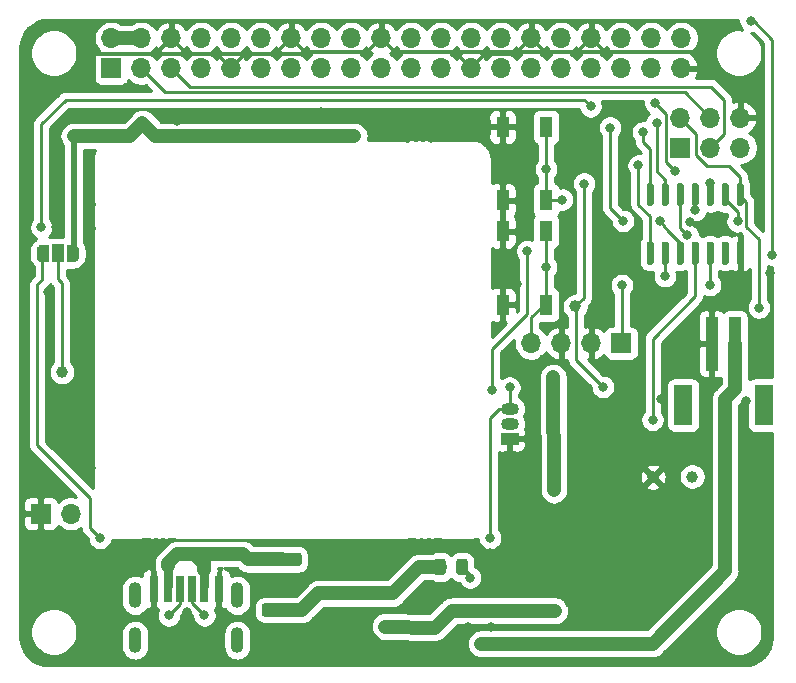
<source format=gbr>
%TF.GenerationSoftware,KiCad,Pcbnew,5.1.9+dfsg1-1*%
%TF.CreationDate,2021-12-20T12:13:36+01:00*%
%TF.ProjectId,RaspberryPi_UPS_HAT,52617370-6265-4727-9279-50695f555053,rev?*%
%TF.SameCoordinates,Original*%
%TF.FileFunction,Copper,L1,Top*%
%TF.FilePolarity,Positive*%
%FSLAX46Y46*%
G04 Gerber Fmt 4.6, Leading zero omitted, Abs format (unit mm)*
G04 Created by KiCad (PCBNEW 5.1.9+dfsg1-1) date 2021-12-20 12:13:36*
%MOMM*%
%LPD*%
G01*
G04 APERTURE LIST*
%TA.AperFunction,SMDPad,CuDef*%
%ADD10R,0.998220X4.599940*%
%TD*%
%TA.AperFunction,SMDPad,CuDef*%
%ADD11R,1.597660X3.398520*%
%TD*%
%TA.AperFunction,ComponentPad*%
%ADD12C,1.000000*%
%TD*%
%TA.AperFunction,ComponentPad*%
%ADD13O,1.700000X1.700000*%
%TD*%
%TA.AperFunction,ComponentPad*%
%ADD14R,1.700000X1.700000*%
%TD*%
%TA.AperFunction,SMDPad,CuDef*%
%ADD15R,1.000000X1.500000*%
%TD*%
%TA.AperFunction,SMDPad,CuDef*%
%ADD16C,0.150000*%
%TD*%
%TA.AperFunction,SMDPad,CuDef*%
%ADD17R,1.100000X1.800000*%
%TD*%
%TA.AperFunction,ComponentPad*%
%ADD18R,1.500000X1.050000*%
%TD*%
%TA.AperFunction,ComponentPad*%
%ADD19O,1.500000X1.050000*%
%TD*%
%TA.AperFunction,SMDPad,CuDef*%
%ADD20R,0.800000X2.200000*%
%TD*%
%TA.AperFunction,SMDPad,CuDef*%
%ADD21R,0.760000X2.200000*%
%TD*%
%TA.AperFunction,SMDPad,CuDef*%
%ADD22R,0.700000X2.200000*%
%TD*%
%TA.AperFunction,ComponentPad*%
%ADD23O,1.100000X2.200000*%
%TD*%
%TA.AperFunction,ViaPad*%
%ADD24C,1.000000*%
%TD*%
%TA.AperFunction,ViaPad*%
%ADD25C,0.800000*%
%TD*%
%TA.AperFunction,Conductor*%
%ADD26C,0.300000*%
%TD*%
%TA.AperFunction,Conductor*%
%ADD27C,0.250000*%
%TD*%
%TA.AperFunction,Conductor*%
%ADD28C,1.150000*%
%TD*%
%TA.AperFunction,Conductor*%
%ADD29C,0.500000*%
%TD*%
%TA.AperFunction,Conductor*%
%ADD30C,0.750000*%
%TD*%
%TA.AperFunction,Conductor*%
%ADD31C,0.254000*%
%TD*%
%TA.AperFunction,Conductor*%
%ADD32C,0.150000*%
%TD*%
G04 APERTURE END LIST*
D10*
%TO.P,J3,1*%
%TO.N,GND*%
X110501780Y-66601760D03*
%TO.P,J3,2*%
%TO.N,/V_BAT+*%
X112498220Y-66601760D03*
D11*
%TO.P,J3,NC1*%
%TO.N,N/C*%
X114898520Y-71798600D03*
%TO.P,J3,NC2*%
X108101480Y-71798600D03*
%TD*%
D12*
%TO.P,TP3,1*%
%TO.N,GND*%
X105550000Y-77900000D03*
%TD*%
%TO.P,TP4,1*%
%TO.N,+3V3*%
X98950000Y-63450000D03*
%TD*%
D13*
%TO.P,J1,6*%
%TO.N,GND*%
X112930000Y-47460000D03*
%TO.P,J1,5*%
%TO.N,RST*%
X112930000Y-50000000D03*
%TO.P,J1,4*%
%TO.N,I2C_SDA*%
X110390000Y-47460000D03*
%TO.P,J1,3*%
%TO.N,I2C_SCL*%
X110390000Y-50000000D03*
%TO.P,J1,2*%
%TO.N,+3V3*%
X107850000Y-47460000D03*
D14*
%TO.P,J1,1*%
%TO.N,ISP_MISO*%
X107850000Y-50000000D03*
%TD*%
D13*
%TO.P,J4,4*%
%TO.N,BTN*%
X95230000Y-66550000D03*
%TO.P,J4,3*%
%TO.N,GND*%
X97770000Y-66550000D03*
%TO.P,J4,2*%
X100310000Y-66550000D03*
D14*
%TO.P,J4,1*%
%TO.N,TX*%
X102850000Y-66550000D03*
%TD*%
%TO.P,J2,1*%
%TO.N,N/C*%
X59670000Y-43270000D03*
D13*
%TO.P,J2,2*%
%TO.N,/RPI_5V*%
X59670000Y-40730000D03*
%TO.P,J2,3*%
%TO.N,I2C_SDA*%
X62210000Y-43270000D03*
%TO.P,J2,4*%
%TO.N,/RPI_5V*%
X62210000Y-40730000D03*
%TO.P,J2,5*%
%TO.N,I2C_SCL*%
X64750000Y-43270000D03*
%TO.P,J2,6*%
%TO.N,GND*%
X64750000Y-40730000D03*
%TO.P,J2,7*%
%TO.N,N/C*%
X67290000Y-43270000D03*
%TO.P,J2,8*%
%TO.N,RPI_IS_ONLINE_IN*%
X67290000Y-40730000D03*
%TO.P,J2,9*%
%TO.N,GND*%
X69830000Y-43270000D03*
%TO.P,J2,10*%
%TO.N,TX*%
X69830000Y-40730000D03*
%TO.P,J2,11*%
%TO.N,N/C*%
X72370000Y-43270000D03*
%TO.P,J2,12*%
X72370000Y-40730000D03*
%TO.P,J2,13*%
X74910000Y-43270000D03*
%TO.P,J2,14*%
%TO.N,GND*%
X74910000Y-40730000D03*
%TO.P,J2,15*%
%TO.N,N/C*%
X77450000Y-43270000D03*
%TO.P,J2,16*%
X77450000Y-40730000D03*
%TO.P,J2,17*%
X79990000Y-43270000D03*
%TO.P,J2,18*%
X79990000Y-40730000D03*
%TO.P,J2,19*%
X82530000Y-43270000D03*
%TO.P,J2,20*%
%TO.N,GND*%
X82530000Y-40730000D03*
%TO.P,J2,21*%
%TO.N,N/C*%
X85070000Y-43270000D03*
%TO.P,J2,22*%
X85070000Y-40730000D03*
%TO.P,J2,23*%
X87610000Y-43270000D03*
%TO.P,J2,24*%
X87610000Y-40730000D03*
%TO.P,J2,25*%
%TO.N,GND*%
X90150000Y-43270000D03*
%TO.P,J2,26*%
%TO.N,N/C*%
X90150000Y-40730000D03*
%TO.P,J2,27*%
X92690000Y-43270000D03*
%TO.P,J2,28*%
X92690000Y-40730000D03*
%TO.P,J2,29*%
X95230000Y-43270000D03*
%TO.P,J2,30*%
%TO.N,GND*%
X95230000Y-40730000D03*
%TO.P,J2,31*%
%TO.N,N/C*%
X97770000Y-43270000D03*
%TO.P,J2,32*%
X97770000Y-40730000D03*
%TO.P,J2,33*%
X100310000Y-43270000D03*
%TO.P,J2,34*%
%TO.N,GND*%
X100310000Y-40730000D03*
%TO.P,J2,35*%
%TO.N,N/C*%
X102850000Y-43270000D03*
%TO.P,J2,36*%
X102850000Y-40730000D03*
%TO.P,J2,37*%
X105390000Y-43270000D03*
%TO.P,J2,38*%
X105390000Y-40730000D03*
%TO.P,J2,39*%
%TO.N,GND*%
X107930000Y-43270000D03*
%TO.P,J2,40*%
%TO.N,N/C*%
X107930000Y-40730000D03*
%TD*%
%TO.P,F1,2*%
%TO.N,/5V_IN*%
%TA.AperFunction,SMDPad,CuDef*%
G36*
G01*
X72649999Y-88575000D02*
X75550001Y-88575000D01*
G75*
G02*
X75800000Y-88824999I0J-249999D01*
G01*
X75800000Y-89450001D01*
G75*
G02*
X75550001Y-89700000I-249999J0D01*
G01*
X72649999Y-89700000D01*
G75*
G02*
X72400000Y-89450001I0J249999D01*
G01*
X72400000Y-88824999D01*
G75*
G02*
X72649999Y-88575000I249999J0D01*
G01*
G37*
%TD.AperFunction*%
%TO.P,F1,1*%
%TO.N,/VUSB*%
%TA.AperFunction,SMDPad,CuDef*%
G36*
G01*
X72649999Y-84300000D02*
X75550001Y-84300000D01*
G75*
G02*
X75800000Y-84549999I0J-249999D01*
G01*
X75800000Y-85175001D01*
G75*
G02*
X75550001Y-85425000I-249999J0D01*
G01*
X72649999Y-85425000D01*
G75*
G02*
X72400000Y-85175001I0J249999D01*
G01*
X72400000Y-84549999D01*
G75*
G02*
X72649999Y-84300000I249999J0D01*
G01*
G37*
%TD.AperFunction*%
%TD*%
D15*
%TO.P,JP1,2*%
%TO.N,/FAN_SUPPLY*%
X55150000Y-58960000D03*
%TA.AperFunction,SMDPad,CuDef*%
D16*
%TO.P,JP1,3*%
%TO.N,+3V3*%
G36*
X53850000Y-59709398D02*
G01*
X53825466Y-59709398D01*
X53776635Y-59704588D01*
X53728510Y-59695016D01*
X53681555Y-59680772D01*
X53636222Y-59661995D01*
X53592949Y-59638864D01*
X53552150Y-59611604D01*
X53514221Y-59580476D01*
X53479524Y-59545779D01*
X53448396Y-59507850D01*
X53421136Y-59467051D01*
X53398005Y-59423778D01*
X53379228Y-59378445D01*
X53364984Y-59331490D01*
X53355412Y-59283365D01*
X53350602Y-59234534D01*
X53350602Y-59210000D01*
X53350000Y-59210000D01*
X53350000Y-58710000D01*
X53350602Y-58710000D01*
X53350602Y-58685466D01*
X53355412Y-58636635D01*
X53364984Y-58588510D01*
X53379228Y-58541555D01*
X53398005Y-58496222D01*
X53421136Y-58452949D01*
X53448396Y-58412150D01*
X53479524Y-58374221D01*
X53514221Y-58339524D01*
X53552150Y-58308396D01*
X53592949Y-58281136D01*
X53636222Y-58258005D01*
X53681555Y-58239228D01*
X53728510Y-58224984D01*
X53776635Y-58215412D01*
X53825466Y-58210602D01*
X53850000Y-58210602D01*
X53850000Y-58210000D01*
X54400000Y-58210000D01*
X54400000Y-59710000D01*
X53850000Y-59710000D01*
X53850000Y-59709398D01*
G37*
%TD.AperFunction*%
%TA.AperFunction,SMDPad,CuDef*%
%TO.P,JP1,1*%
%TO.N,/STEPUP_OUT_5V*%
G36*
X55900000Y-58210000D02*
G01*
X56450000Y-58210000D01*
X56450000Y-58210602D01*
X56474534Y-58210602D01*
X56523365Y-58215412D01*
X56571490Y-58224984D01*
X56618445Y-58239228D01*
X56663778Y-58258005D01*
X56707051Y-58281136D01*
X56747850Y-58308396D01*
X56785779Y-58339524D01*
X56820476Y-58374221D01*
X56851604Y-58412150D01*
X56878864Y-58452949D01*
X56901995Y-58496222D01*
X56920772Y-58541555D01*
X56935016Y-58588510D01*
X56944588Y-58636635D01*
X56949398Y-58685466D01*
X56949398Y-58710000D01*
X56950000Y-58710000D01*
X56950000Y-59210000D01*
X56949398Y-59210000D01*
X56949398Y-59234534D01*
X56944588Y-59283365D01*
X56935016Y-59331490D01*
X56920772Y-59378445D01*
X56901995Y-59423778D01*
X56878864Y-59467051D01*
X56851604Y-59507850D01*
X56820476Y-59545779D01*
X56785779Y-59580476D01*
X56747850Y-59611604D01*
X56707051Y-59638864D01*
X56663778Y-59661995D01*
X56618445Y-59680772D01*
X56571490Y-59695016D01*
X56523365Y-59704588D01*
X56474534Y-59709398D01*
X56450000Y-59709398D01*
X56450000Y-59710000D01*
X55900000Y-59710000D01*
X55900000Y-58210000D01*
G37*
%TD.AperFunction*%
%TD*%
D13*
%TO.P,J5,2*%
%TO.N,/FAN+*%
X56240000Y-81000000D03*
D14*
%TO.P,J5,1*%
%TO.N,GND*%
X53700000Y-81000000D03*
%TD*%
D17*
%TO.P,SW2,2*%
%TO.N,GND*%
X92800000Y-54450000D03*
X92800000Y-48250000D03*
%TO.P,SW2,1*%
%TO.N,RST*%
X96500000Y-54450000D03*
X96500000Y-48250000D03*
%TD*%
%TO.P,SW1,2*%
%TO.N,GND*%
X92800000Y-63300000D03*
X92800000Y-57100000D03*
%TO.P,SW1,1*%
%TO.N,BTN*%
X96500000Y-63300000D03*
X96500000Y-57100000D03*
%TD*%
D12*
%TO.P,TP2,1*%
%TO.N,/STEPUP_OUT_5V*%
X97150000Y-79000000D03*
%TD*%
%TO.P,TP1,1*%
%TO.N,/STEPUP_IN*%
X108850000Y-77850000D03*
%TD*%
%TO.P,U2,1*%
%TO.N,+3V3*%
%TA.AperFunction,SMDPad,CuDef*%
G36*
G01*
X112760000Y-53000000D02*
X113060000Y-53000000D01*
G75*
G02*
X113210000Y-53150000I0J-150000D01*
G01*
X113210000Y-54800000D01*
G75*
G02*
X113060000Y-54950000I-150000J0D01*
G01*
X112760000Y-54950000D01*
G75*
G02*
X112610000Y-54800000I0J150000D01*
G01*
X112610000Y-53150000D01*
G75*
G02*
X112760000Y-53000000I150000J0D01*
G01*
G37*
%TD.AperFunction*%
%TO.P,U2,2*%
%TO.N,BTN*%
%TA.AperFunction,SMDPad,CuDef*%
G36*
G01*
X111490000Y-53000000D02*
X111790000Y-53000000D01*
G75*
G02*
X111940000Y-53150000I0J-150000D01*
G01*
X111940000Y-54800000D01*
G75*
G02*
X111790000Y-54950000I-150000J0D01*
G01*
X111490000Y-54950000D01*
G75*
G02*
X111340000Y-54800000I0J150000D01*
G01*
X111340000Y-53150000D01*
G75*
G02*
X111490000Y-53000000I150000J0D01*
G01*
G37*
%TD.AperFunction*%
%TO.P,U2,3*%
%TO.N,RPI_IS_ONLINE_IN*%
%TA.AperFunction,SMDPad,CuDef*%
G36*
G01*
X110220000Y-53000000D02*
X110520000Y-53000000D01*
G75*
G02*
X110670000Y-53150000I0J-150000D01*
G01*
X110670000Y-54800000D01*
G75*
G02*
X110520000Y-54950000I-150000J0D01*
G01*
X110220000Y-54950000D01*
G75*
G02*
X110070000Y-54800000I0J150000D01*
G01*
X110070000Y-53150000D01*
G75*
G02*
X110220000Y-53000000I150000J0D01*
G01*
G37*
%TD.AperFunction*%
%TO.P,U2,4*%
%TO.N,RST*%
%TA.AperFunction,SMDPad,CuDef*%
G36*
G01*
X108950000Y-53000000D02*
X109250000Y-53000000D01*
G75*
G02*
X109400000Y-53150000I0J-150000D01*
G01*
X109400000Y-54800000D01*
G75*
G02*
X109250000Y-54950000I-150000J0D01*
G01*
X108950000Y-54950000D01*
G75*
G02*
X108800000Y-54800000I0J150000D01*
G01*
X108800000Y-53150000D01*
G75*
G02*
X108950000Y-53000000I150000J0D01*
G01*
G37*
%TD.AperFunction*%
%TO.P,U2,5*%
%TO.N,ONE_WIRE*%
%TA.AperFunction,SMDPad,CuDef*%
G36*
G01*
X107680000Y-53000000D02*
X107980000Y-53000000D01*
G75*
G02*
X108130000Y-53150000I0J-150000D01*
G01*
X108130000Y-54800000D01*
G75*
G02*
X107980000Y-54950000I-150000J0D01*
G01*
X107680000Y-54950000D01*
G75*
G02*
X107530000Y-54800000I0J150000D01*
G01*
X107530000Y-53150000D01*
G75*
G02*
X107680000Y-53000000I150000J0D01*
G01*
G37*
%TD.AperFunction*%
%TO.P,U2,6*%
%TO.N,FAN_5V_OUT*%
%TA.AperFunction,SMDPad,CuDef*%
G36*
G01*
X106410000Y-53000000D02*
X106710000Y-53000000D01*
G75*
G02*
X106860000Y-53150000I0J-150000D01*
G01*
X106860000Y-54800000D01*
G75*
G02*
X106710000Y-54950000I-150000J0D01*
G01*
X106410000Y-54950000D01*
G75*
G02*
X106260000Y-54800000I0J150000D01*
G01*
X106260000Y-53150000D01*
G75*
G02*
X106410000Y-53000000I150000J0D01*
G01*
G37*
%TD.AperFunction*%
%TO.P,U2,7*%
%TO.N,I2C_SDA*%
%TA.AperFunction,SMDPad,CuDef*%
G36*
G01*
X105140000Y-53000000D02*
X105440000Y-53000000D01*
G75*
G02*
X105590000Y-53150000I0J-150000D01*
G01*
X105590000Y-54800000D01*
G75*
G02*
X105440000Y-54950000I-150000J0D01*
G01*
X105140000Y-54950000D01*
G75*
G02*
X104990000Y-54800000I0J150000D01*
G01*
X104990000Y-53150000D01*
G75*
G02*
X105140000Y-53000000I150000J0D01*
G01*
G37*
%TD.AperFunction*%
%TO.P,U2,8*%
%TO.N,ISP_MISO*%
%TA.AperFunction,SMDPad,CuDef*%
G36*
G01*
X105140000Y-57950000D02*
X105440000Y-57950000D01*
G75*
G02*
X105590000Y-58100000I0J-150000D01*
G01*
X105590000Y-59750000D01*
G75*
G02*
X105440000Y-59900000I-150000J0D01*
G01*
X105140000Y-59900000D01*
G75*
G02*
X104990000Y-59750000I0J150000D01*
G01*
X104990000Y-58100000D01*
G75*
G02*
X105140000Y-57950000I150000J0D01*
G01*
G37*
%TD.AperFunction*%
%TO.P,U2,9*%
%TO.N,I2C_SCL*%
%TA.AperFunction,SMDPad,CuDef*%
G36*
G01*
X106410000Y-57950000D02*
X106710000Y-57950000D01*
G75*
G02*
X106860000Y-58100000I0J-150000D01*
G01*
X106860000Y-59750000D01*
G75*
G02*
X106710000Y-59900000I-150000J0D01*
G01*
X106410000Y-59900000D01*
G75*
G02*
X106260000Y-59750000I0J150000D01*
G01*
X106260000Y-58100000D01*
G75*
G02*
X106410000Y-57950000I150000J0D01*
G01*
G37*
%TD.AperFunction*%
%TO.P,U2,10*%
%TO.N,RPI_POWER_ON_OUT*%
%TA.AperFunction,SMDPad,CuDef*%
G36*
G01*
X107680000Y-57950000D02*
X107980000Y-57950000D01*
G75*
G02*
X108130000Y-58100000I0J-150000D01*
G01*
X108130000Y-59750000D01*
G75*
G02*
X107980000Y-59900000I-150000J0D01*
G01*
X107680000Y-59900000D01*
G75*
G02*
X107530000Y-59750000I0J150000D01*
G01*
X107530000Y-58100000D01*
G75*
G02*
X107680000Y-57950000I150000J0D01*
G01*
G37*
%TD.AperFunction*%
%TO.P,U2,11*%
%TO.N,STEPUP_VOLTAGE_IN*%
%TA.AperFunction,SMDPad,CuDef*%
G36*
G01*
X108950000Y-57950000D02*
X109250000Y-57950000D01*
G75*
G02*
X109400000Y-58100000I0J-150000D01*
G01*
X109400000Y-59750000D01*
G75*
G02*
X109250000Y-59900000I-150000J0D01*
G01*
X108950000Y-59900000D01*
G75*
G02*
X108800000Y-59750000I0J150000D01*
G01*
X108800000Y-58100000D01*
G75*
G02*
X108950000Y-57950000I150000J0D01*
G01*
G37*
%TD.AperFunction*%
%TO.P,U2,12*%
%TO.N,TX*%
%TA.AperFunction,SMDPad,CuDef*%
G36*
G01*
X110220000Y-57950000D02*
X110520000Y-57950000D01*
G75*
G02*
X110670000Y-58100000I0J-150000D01*
G01*
X110670000Y-59750000D01*
G75*
G02*
X110520000Y-59900000I-150000J0D01*
G01*
X110220000Y-59900000D01*
G75*
G02*
X110070000Y-59750000I0J150000D01*
G01*
X110070000Y-58100000D01*
G75*
G02*
X110220000Y-57950000I150000J0D01*
G01*
G37*
%TD.AperFunction*%
%TO.P,U2,13*%
%TO.N,N/C*%
%TA.AperFunction,SMDPad,CuDef*%
G36*
G01*
X111490000Y-57950000D02*
X111790000Y-57950000D01*
G75*
G02*
X111940000Y-58100000I0J-150000D01*
G01*
X111940000Y-59750000D01*
G75*
G02*
X111790000Y-59900000I-150000J0D01*
G01*
X111490000Y-59900000D01*
G75*
G02*
X111340000Y-59750000I0J150000D01*
G01*
X111340000Y-58100000D01*
G75*
G02*
X111490000Y-57950000I150000J0D01*
G01*
G37*
%TD.AperFunction*%
%TO.P,U2,14*%
%TO.N,GND*%
%TA.AperFunction,SMDPad,CuDef*%
G36*
G01*
X112760000Y-57950000D02*
X113060000Y-57950000D01*
G75*
G02*
X113210000Y-58100000I0J-150000D01*
G01*
X113210000Y-59750000D01*
G75*
G02*
X113060000Y-59900000I-150000J0D01*
G01*
X112760000Y-59900000D01*
G75*
G02*
X112610000Y-59750000I0J150000D01*
G01*
X112610000Y-58100000D01*
G75*
G02*
X112760000Y-57950000I150000J0D01*
G01*
G37*
%TD.AperFunction*%
%TD*%
D18*
%TO.P,U3,1*%
%TO.N,GND*%
X93400000Y-74650000D03*
D19*
%TO.P,U3,3*%
%TO.N,+3V3*%
X93400000Y-72110000D03*
%TO.P,U3,2*%
%TO.N,ONE_WIRE*%
X93400000Y-73380000D03*
%TD*%
%TO.P,D4,2*%
%TO.N,/5V_IN*%
%TA.AperFunction,SMDPad,CuDef*%
G36*
G01*
X87987500Y-85043750D02*
X87987500Y-85956250D01*
G75*
G02*
X87743750Y-86200000I-243750J0D01*
G01*
X87256250Y-86200000D01*
G75*
G02*
X87012500Y-85956250I0J243750D01*
G01*
X87012500Y-85043750D01*
G75*
G02*
X87256250Y-84800000I243750J0D01*
G01*
X87743750Y-84800000D01*
G75*
G02*
X87987500Y-85043750I0J-243750D01*
G01*
G37*
%TD.AperFunction*%
%TO.P,D4,1*%
%TO.N,Net-(D4-Pad1)*%
%TA.AperFunction,SMDPad,CuDef*%
G36*
G01*
X89862500Y-85043750D02*
X89862500Y-85956250D01*
G75*
G02*
X89618750Y-86200000I-243750J0D01*
G01*
X89131250Y-86200000D01*
G75*
G02*
X88887500Y-85956250I0J243750D01*
G01*
X88887500Y-85043750D01*
G75*
G02*
X89131250Y-84800000I243750J0D01*
G01*
X89618750Y-84800000D01*
G75*
G02*
X89862500Y-85043750I0J-243750D01*
G01*
G37*
%TD.AperFunction*%
%TD*%
D20*
%TO.P,J6,B12*%
%TO.N,GND*%
X63275000Y-87350000D03*
%TO.P,J6,A12*%
X68775000Y-87350000D03*
D21*
%TO.P,J6,B9*%
%TO.N,/VUSB*%
X64505000Y-87350000D03*
%TO.P,J6,A9*%
X67545000Y-87350000D03*
D22*
%TO.P,J6,A5*%
%TO.N,Net-(J6-PadA5)*%
X65525000Y-87350000D03*
%TO.P,J6,B5*%
%TO.N,Net-(J6-PadB5)*%
X66525000Y-87350000D03*
D23*
%TO.P,J6,S1*%
%TO.N,N/C*%
X61705000Y-87900000D03*
%TO.P,J6,S2*%
X70345000Y-87900000D03*
%TO.P,J6,S3*%
X61705000Y-91700000D03*
%TO.P,J6,S4*%
X70345000Y-91700000D03*
%TD*%
D24*
%TO.N,GND*%
X97350000Y-84050000D03*
X98550000Y-84050000D03*
D25*
X59900000Y-87900000D03*
X55000000Y-78800000D03*
X54350000Y-62200000D03*
D24*
X52650000Y-44650000D03*
X54050000Y-44650000D03*
X54050000Y-46050000D03*
X52650000Y-46050000D03*
X57250000Y-92900000D03*
X58550000Y-92900000D03*
X58550000Y-91600000D03*
X57250000Y-91600000D03*
X114800000Y-87550000D03*
X113450000Y-87500000D03*
X113500000Y-86100000D03*
X114800000Y-86150000D03*
D25*
X103250000Y-86550000D03*
X61250000Y-44750000D03*
X65250000Y-47750000D03*
X57750000Y-52000000D03*
X55000000Y-56750000D03*
D24*
X98500000Y-88450000D03*
X98500000Y-87200000D03*
D25*
X106500000Y-88450000D03*
X106500000Y-87450000D03*
X106500000Y-86450000D03*
X106150000Y-84450000D03*
X103500000Y-84450000D03*
X105500000Y-88450000D03*
X115400000Y-65800000D03*
X104100000Y-60150000D03*
X115450000Y-60600000D03*
X100950000Y-68200000D03*
X94850000Y-70550000D03*
X98900000Y-70700000D03*
X106250000Y-71300000D03*
X95750000Y-79850000D03*
X108050000Y-85600000D03*
X113550000Y-74150000D03*
X98100000Y-81900000D03*
X94700000Y-87500000D03*
X93750000Y-93550000D03*
X89900000Y-90600000D03*
X91850000Y-90600000D03*
X91700000Y-84350000D03*
X79250000Y-91850000D03*
X76250000Y-93550000D03*
X75500000Y-92200000D03*
X94300000Y-57250000D03*
X94700000Y-48650000D03*
X93700000Y-67400000D03*
D24*
X96350000Y-67950000D03*
X93900000Y-61550000D03*
D25*
X115000000Y-78400000D03*
X113450000Y-71450000D03*
X110000000Y-71300000D03*
X109150000Y-91050000D03*
X107400000Y-79350000D03*
X77450000Y-46950000D03*
X113650000Y-51650000D03*
X103000000Y-52350000D03*
X111400000Y-56550000D03*
X108700000Y-56300000D03*
X66100000Y-89350000D03*
%TO.N,RST*%
X96500000Y-51800000D03*
X97850000Y-54400000D03*
X109100000Y-55300000D03*
%TO.N,I2C_SDA*%
X104700000Y-48700000D03*
%TO.N,I2C_SCL*%
X106550000Y-60875000D03*
%TO.N,ISP_MISO*%
X104300000Y-51500000D03*
%TO.N,TX*%
X115650000Y-59100000D03*
X110370000Y-61630000D03*
X113800000Y-39250000D03*
X102900000Y-61650000D03*
%TO.N,RPI_POWER_ON_OUT*%
X101900000Y-48300000D03*
X106100000Y-56200000D03*
X103000000Y-56200000D03*
%TO.N,ONE_WIRE*%
X91950000Y-70500000D03*
X94900000Y-58750000D03*
X108450000Y-57400000D03*
%TO.N,+3V3*%
X101300000Y-70250000D03*
X91750000Y-83050000D03*
X58700000Y-83050000D03*
X93400000Y-70300000D03*
X99700000Y-53050000D03*
X114500000Y-63550000D03*
%TO.N,FAN_5V_OUT*%
X53750000Y-56750000D03*
X105850000Y-47900000D03*
X100250000Y-46500000D03*
D24*
%TO.N,/STEPUP_IN*%
X97250000Y-89200000D03*
X82850000Y-90550000D03*
%TO.N,/STEPUP_OUT_5V*%
X56500000Y-49000000D03*
X80250000Y-49000000D03*
X97100000Y-69450000D03*
D25*
X62315000Y-47935000D03*
D24*
%TO.N,/5V_IN*%
X83500000Y-87750000D03*
X77200000Y-87750000D03*
%TO.N,/V_BAT+*%
X91000000Y-92000000D03*
X111650000Y-71300000D03*
D25*
%TO.N,Net-(D4-Pad1)*%
X90050000Y-86400000D03*
%TO.N,RPI_IS_ONLINE_IN*%
X110370000Y-52975000D03*
X107400000Y-51950000D03*
X105750000Y-46250000D03*
%TO.N,Net-(J6-PadB5)*%
X67550000Y-89600000D03*
%TO.N,Net-(J6-PadA5)*%
X64550000Y-89600000D03*
%TO.N,STEPUP_VOLTAGE_IN*%
X105500000Y-73050000D03*
%TO.N,BTN*%
X96500000Y-60100000D03*
X112700000Y-56250000D03*
D24*
%TO.N,/FAN_SUPPLY*%
X55500000Y-69000000D03*
%TD*%
D26*
%TO.N,GND*%
X93150000Y-56400000D02*
X93150000Y-56690000D01*
X93890001Y-42069999D02*
X95230000Y-40730000D01*
X91350001Y-42069999D02*
X93890001Y-42069999D01*
X90150000Y-43270000D02*
X91350001Y-42069999D01*
X73570001Y-42069999D02*
X74910000Y-40730000D01*
X71030001Y-42069999D02*
X73570001Y-42069999D01*
X81329999Y-41930001D02*
X82530000Y-40730000D01*
X76110001Y-41930001D02*
X81329999Y-41930001D01*
X74910000Y-40730000D02*
X76110001Y-41930001D01*
X82530000Y-40730000D02*
X83730001Y-41930001D01*
X108980001Y-41930001D02*
X109150000Y-42100000D01*
X88919999Y-42039999D02*
X88919999Y-41930001D01*
X90150000Y-43270000D02*
X88919999Y-42039999D01*
X83730001Y-41930001D02*
X88919999Y-41930001D01*
X96180001Y-41680001D02*
X96180001Y-41930001D01*
X95230000Y-40730000D02*
X96180001Y-41680001D01*
X88919999Y-41930001D02*
X96180001Y-41930001D01*
X99109999Y-41930001D02*
X98869999Y-41930001D01*
X100310000Y-40730000D02*
X99109999Y-41930001D01*
X96180001Y-41930001D02*
X98869999Y-41930001D01*
X101480001Y-41900001D02*
X101480001Y-41930001D01*
X100310000Y-40730000D02*
X101480001Y-41900001D01*
X101480001Y-41930001D02*
X108980001Y-41930001D01*
X98869999Y-41930001D02*
X101480001Y-41930001D01*
X66089999Y-42069999D02*
X66630001Y-42069999D01*
X64750000Y-40730000D02*
X66089999Y-42069999D01*
X68629999Y-42069999D02*
X69830000Y-43270000D01*
X63430001Y-42049999D02*
X63430001Y-42069999D01*
X64750000Y-40730000D02*
X63430001Y-42049999D01*
X63430001Y-42069999D02*
X57630001Y-42069999D01*
X66630001Y-42069999D02*
X63430001Y-42069999D01*
X70819999Y-42069999D02*
X70925000Y-42175000D01*
X68380001Y-42069999D02*
X70819999Y-42069999D01*
X69830000Y-43270000D02*
X70925000Y-42175000D01*
X70925000Y-42175000D02*
X71030001Y-42069999D01*
X66630001Y-42069999D02*
X68380001Y-42069999D01*
X68380001Y-42069999D02*
X68629999Y-42069999D01*
X73570001Y-42069999D02*
X75780001Y-42069999D01*
X75780001Y-42069999D02*
X75800000Y-42050000D01*
X75800000Y-42050000D02*
X76000000Y-42050000D01*
D27*
%TO.N,RST*%
X96500000Y-54450000D02*
X96500000Y-51800000D01*
X96500000Y-48250000D02*
X96500000Y-51800000D01*
X96550000Y-54400000D02*
X96500000Y-54450000D01*
X97850000Y-54400000D02*
X96550000Y-54400000D01*
X109100000Y-53975000D02*
X109100000Y-55300000D01*
%TO.N,I2C_SDA*%
X62210000Y-43270000D02*
X64240000Y-45300000D01*
X108230000Y-45300000D02*
X105500000Y-45300000D01*
X110390000Y-47460000D02*
X108230000Y-45300000D01*
X64240000Y-45300000D02*
X106200000Y-45300000D01*
X105290000Y-53975000D02*
X105290000Y-50140000D01*
X104700000Y-49550000D02*
X104700000Y-48700000D01*
X105290000Y-50140000D02*
X104700000Y-49550000D01*
X105500000Y-45300000D02*
X105680000Y-45300000D01*
%TO.N,I2C_SCL*%
X106560000Y-60865000D02*
X106550000Y-60875000D01*
X106560000Y-58925000D02*
X106560000Y-60865000D01*
X111565001Y-48824999D02*
X110390000Y-50000000D01*
X111565001Y-45965001D02*
X111565001Y-48824999D01*
X110449990Y-44849990D02*
X111565001Y-45965001D01*
X64750000Y-43270000D02*
X66329990Y-44849990D01*
X66329990Y-44849990D02*
X107050010Y-44849990D01*
X106350010Y-44849990D02*
X110449990Y-44849990D01*
%TO.N,ISP_MISO*%
X105290000Y-58925000D02*
X105290000Y-55810000D01*
X104300000Y-54820000D02*
X104300000Y-51500000D01*
X105290000Y-55810000D02*
X104300000Y-54820000D01*
%TO.N,TX*%
X69830000Y-40730000D02*
X69830000Y-41330000D01*
X110370000Y-58925000D02*
X110370000Y-60530000D01*
X110370000Y-58925000D02*
X110370000Y-61630000D01*
X114050000Y-39250000D02*
X113800000Y-39250000D01*
X115650000Y-40850000D02*
X114050000Y-39250000D01*
X115650000Y-59100000D02*
X115650000Y-40850000D01*
X102900000Y-66500000D02*
X102850000Y-66550000D01*
X102900000Y-61650000D02*
X102900000Y-66500000D01*
%TO.N,RPI_POWER_ON_OUT*%
X101900000Y-52250000D02*
X101900000Y-48300000D01*
X101900000Y-52250000D02*
X101900000Y-51650000D01*
X107830000Y-58080000D02*
X107830000Y-58925000D01*
X106802276Y-57052276D02*
X107830000Y-58080000D01*
X106100000Y-56200000D02*
X106802276Y-57052276D01*
X101900000Y-55100000D02*
X101900000Y-54900000D01*
X103000000Y-56200000D02*
X101900000Y-55100000D01*
X101900000Y-54900000D02*
X101900000Y-52250000D01*
%TO.N,ONE_WIRE*%
X91950000Y-70500000D02*
X91950000Y-67500000D01*
X94900000Y-64063590D02*
X94900000Y-58750000D01*
X91950000Y-67013590D02*
X94900000Y-64063590D01*
X91950000Y-67500000D02*
X91950000Y-67013590D01*
X107830000Y-56780000D02*
X108450000Y-57400000D01*
X107830000Y-53975000D02*
X107830000Y-56780000D01*
%TO.N,+3V3*%
X92540000Y-72110000D02*
X93400000Y-72110000D01*
X91750000Y-72900000D02*
X92540000Y-72110000D01*
X91750000Y-82500000D02*
X91750000Y-83050000D01*
X53850000Y-61150000D02*
X53850000Y-58960000D01*
X53400000Y-61600000D02*
X53850000Y-61150000D01*
X53400000Y-75200000D02*
X53400000Y-61600000D01*
X57850000Y-79650000D02*
X53400000Y-75200000D01*
X57850000Y-82200000D02*
X57850000Y-79650000D01*
X58700000Y-83050000D02*
X57850000Y-82200000D01*
X109214999Y-50664999D02*
X109214999Y-48824999D01*
X109214999Y-48824999D02*
X107850000Y-47460000D01*
X110100000Y-51550000D02*
X109214999Y-50664999D01*
X112000000Y-51550000D02*
X110100000Y-51550000D01*
X112910000Y-52460000D02*
X112000000Y-51550000D01*
X112910000Y-53975000D02*
X112910000Y-52460000D01*
X101300000Y-70250000D02*
X99050000Y-68000000D01*
X99050000Y-63550000D02*
X98950000Y-63450000D01*
X99050000Y-68000000D02*
X99050000Y-63550000D01*
X93400000Y-72110000D02*
X93400000Y-70300000D01*
X91750000Y-82500000D02*
X91750000Y-72900000D01*
X99700000Y-62700000D02*
X98950000Y-63450000D01*
X99700000Y-53050000D02*
X99700000Y-62700000D01*
X112910000Y-54060000D02*
X112910000Y-53975000D01*
X113450000Y-56700000D02*
X113450000Y-54600000D01*
X113450000Y-54600000D02*
X112910000Y-54060000D01*
X114500000Y-57750000D02*
X113450000Y-56700000D01*
X114500000Y-63550000D02*
X114500000Y-57750000D01*
%TO.N,FAN_5V_OUT*%
X105860000Y-47910000D02*
X105850000Y-47900000D01*
X106560000Y-53975000D02*
X106560000Y-52710000D01*
X105850000Y-52000000D02*
X105850000Y-47900000D01*
X106560000Y-52710000D02*
X105850000Y-52000000D01*
X99700000Y-45950000D02*
X100250000Y-46500000D01*
X55800000Y-45950000D02*
X99700000Y-45950000D01*
X53750000Y-48000000D02*
X55800000Y-45950000D01*
X53750000Y-56750000D02*
X53750000Y-48000000D01*
D28*
%TO.N,/STEPUP_IN*%
X88550000Y-89200000D02*
X97250000Y-89200000D01*
X87100000Y-90650000D02*
X88550000Y-89200000D01*
X82850000Y-90550000D02*
X87100000Y-90650000D01*
D29*
%TO.N,/STEPUP_OUT_5V*%
X56500000Y-49000000D02*
X56500000Y-58910000D01*
D28*
X97150000Y-79000000D02*
X97100000Y-69450000D01*
X79292894Y-49000000D02*
X80250000Y-49000000D01*
X63380000Y-49000000D02*
X62315000Y-47935000D01*
X64200000Y-49000000D02*
X63380000Y-49000000D01*
X79292894Y-49000000D02*
X64200000Y-49000000D01*
X62315000Y-47935000D02*
X61250000Y-49000000D01*
X61000000Y-49000000D02*
X56500000Y-49000000D01*
X61250000Y-49000000D02*
X61000000Y-49000000D01*
%TO.N,/5V_IN*%
X85750000Y-85500000D02*
X83500000Y-87750000D01*
X87500000Y-85500000D02*
X85750000Y-85500000D01*
X83500000Y-87750000D02*
X78600000Y-87750000D01*
X77500000Y-87750000D02*
X78600000Y-87750000D01*
X75812500Y-89137500D02*
X77200000Y-87750000D01*
X74100000Y-89137500D02*
X75812500Y-89137500D01*
X77200000Y-87750000D02*
X83500000Y-87750000D01*
%TO.N,/V_BAT+*%
X112498220Y-70451780D02*
X111650000Y-71300000D01*
X112498220Y-66601760D02*
X112498220Y-70451780D01*
X105500000Y-92000000D02*
X91000000Y-92000000D01*
X111650000Y-85850000D02*
X105500000Y-92000000D01*
X111650000Y-71300000D02*
X111650000Y-85850000D01*
D27*
%TO.N,Net-(D4-Pad1)*%
X90050000Y-86175000D02*
X89375000Y-85500000D01*
X90050000Y-86400000D02*
X90050000Y-86175000D01*
%TO.N,RPI_IS_ONLINE_IN*%
X110370000Y-53975000D02*
X110370000Y-52770000D01*
X110370000Y-53975000D02*
X110370000Y-52975000D01*
X107400000Y-51950000D02*
X106650000Y-51200000D01*
X106650000Y-51200000D02*
X106650000Y-48150000D01*
X106650000Y-47150000D02*
X105750000Y-46250000D01*
X106650000Y-48150000D02*
X106650000Y-47150000D01*
D28*
%TO.N,/RPI_5V*%
X62210000Y-40730000D02*
X59670000Y-40730000D01*
D27*
%TO.N,Net-(J6-PadB5)*%
X66525000Y-88575000D02*
X67550000Y-89600000D01*
X66525000Y-87350000D02*
X66525000Y-88575000D01*
%TO.N,Net-(J6-PadA5)*%
X65525000Y-88625000D02*
X64550000Y-89600000D01*
X65525000Y-87350000D02*
X65525000Y-88625000D01*
%TO.N,STEPUP_VOLTAGE_IN*%
X109100000Y-58925000D02*
X109100000Y-60300000D01*
X109100000Y-58925000D02*
X109100000Y-62600000D01*
X105500000Y-66200000D02*
X105500000Y-67200000D01*
X109100000Y-62600000D02*
X105500000Y-66200000D01*
X105500000Y-73050000D02*
X105500000Y-67200000D01*
D30*
%TO.N,/VUSB*%
X67550000Y-87150000D02*
X67550000Y-85800000D01*
X64500000Y-87150000D02*
X64500000Y-85455000D01*
D28*
X71262500Y-84862500D02*
X70805000Y-84405000D01*
X74100000Y-84862500D02*
X71262500Y-84862500D01*
X66705000Y-84405000D02*
X70805000Y-84405000D01*
X66705000Y-84405000D02*
X67495000Y-85195000D01*
X67495000Y-85745000D02*
X67550000Y-85800000D01*
X67495000Y-85195000D02*
X67495000Y-85745000D01*
X64500000Y-85155000D02*
X64500000Y-85455000D01*
X65250000Y-84405000D02*
X64500000Y-85155000D01*
X66705000Y-84405000D02*
X65250000Y-84405000D01*
D27*
%TO.N,BTN*%
X96300000Y-63300000D02*
X95230000Y-64370000D01*
X95230000Y-66550000D02*
X95230000Y-64370000D01*
X96500000Y-63300000D02*
X96500000Y-57100000D01*
X111640000Y-53975000D02*
X111640000Y-54390000D01*
X112700000Y-55450000D02*
X112700000Y-56250000D01*
X111640000Y-54390000D02*
X112700000Y-55450000D01*
%TO.N,/FAN_SUPPLY*%
X55150000Y-61150000D02*
X55150000Y-58960000D01*
X55500000Y-61500000D02*
X55150000Y-61150000D01*
X55500000Y-69000000D02*
X55500000Y-61500000D01*
%TD*%
D31*
%TO.N,GND*%
X112765000Y-39351939D02*
X112804774Y-39551898D01*
X112882795Y-39740256D01*
X112996063Y-39909774D01*
X113095736Y-40009447D01*
X112997968Y-39990000D01*
X112602032Y-39990000D01*
X112213704Y-40067243D01*
X111847908Y-40218761D01*
X111518699Y-40438731D01*
X111238731Y-40718699D01*
X111018761Y-41047908D01*
X110867243Y-41413704D01*
X110790000Y-41802032D01*
X110790000Y-42197968D01*
X110867243Y-42586296D01*
X111018761Y-42952092D01*
X111238731Y-43281301D01*
X111518699Y-43561269D01*
X111847908Y-43781239D01*
X112213704Y-43932757D01*
X112602032Y-44010000D01*
X112997968Y-44010000D01*
X113386296Y-43932757D01*
X113752092Y-43781239D01*
X114081301Y-43561269D01*
X114361269Y-43281301D01*
X114581239Y-42952092D01*
X114732757Y-42586296D01*
X114810000Y-42197968D01*
X114810000Y-41802032D01*
X114732757Y-41413704D01*
X114581239Y-41047908D01*
X114361269Y-40718699D01*
X114081301Y-40438731D01*
X113851226Y-40285000D01*
X113901939Y-40285000D01*
X113992237Y-40267039D01*
X114890001Y-41164803D01*
X114890000Y-57065198D01*
X114210000Y-56385199D01*
X114210000Y-54637322D01*
X114213676Y-54599999D01*
X114210000Y-54562676D01*
X114210000Y-54562667D01*
X114199003Y-54451014D01*
X114155546Y-54307753D01*
X114084974Y-54175724D01*
X113990001Y-54059999D01*
X113961002Y-54036200D01*
X113848072Y-53923270D01*
X113848072Y-53150000D01*
X113832929Y-52996255D01*
X113788084Y-52848418D01*
X113715258Y-52712171D01*
X113670000Y-52657024D01*
X113670000Y-52497322D01*
X113673676Y-52459999D01*
X113670000Y-52422676D01*
X113670000Y-52422667D01*
X113659003Y-52311014D01*
X113615546Y-52167753D01*
X113544974Y-52035724D01*
X113450001Y-51919999D01*
X113421003Y-51896201D01*
X113009802Y-51485000D01*
X113076260Y-51485000D01*
X113363158Y-51427932D01*
X113633411Y-51315990D01*
X113876632Y-51153475D01*
X114083475Y-50946632D01*
X114245990Y-50703411D01*
X114357932Y-50433158D01*
X114415000Y-50146260D01*
X114415000Y-49853740D01*
X114357932Y-49566842D01*
X114245990Y-49296589D01*
X114083475Y-49053368D01*
X113876632Y-48846525D01*
X113700594Y-48728900D01*
X113930269Y-48557588D01*
X114125178Y-48341355D01*
X114274157Y-48091252D01*
X114371481Y-47816891D01*
X114250814Y-47587000D01*
X113057000Y-47587000D01*
X113057000Y-47607000D01*
X112803000Y-47607000D01*
X112803000Y-47587000D01*
X112783000Y-47587000D01*
X112783000Y-47333000D01*
X112803000Y-47333000D01*
X112803000Y-46139845D01*
X113057000Y-46139845D01*
X113057000Y-47333000D01*
X114250814Y-47333000D01*
X114371481Y-47103109D01*
X114274157Y-46828748D01*
X114125178Y-46578645D01*
X113930269Y-46362412D01*
X113696920Y-46188359D01*
X113434099Y-46063175D01*
X113286890Y-46018524D01*
X113057000Y-46139845D01*
X112803000Y-46139845D01*
X112573110Y-46018524D01*
X112425901Y-46063175D01*
X112325001Y-46111235D01*
X112325001Y-46002326D01*
X112328677Y-45965001D01*
X112325001Y-45927676D01*
X112325001Y-45927668D01*
X112314004Y-45816015D01*
X112270547Y-45672754D01*
X112199975Y-45540725D01*
X112105002Y-45425000D01*
X112076005Y-45401203D01*
X111013794Y-44338992D01*
X110989991Y-44309989D01*
X110874266Y-44215016D01*
X110742237Y-44144444D01*
X110598976Y-44100987D01*
X110487323Y-44089990D01*
X110487312Y-44089990D01*
X110449990Y-44086314D01*
X110412668Y-44089990D01*
X109161731Y-44089990D01*
X109274157Y-43901252D01*
X109371481Y-43626891D01*
X109250814Y-43397000D01*
X108057000Y-43397000D01*
X108057000Y-43417000D01*
X107803000Y-43417000D01*
X107803000Y-43397000D01*
X107783000Y-43397000D01*
X107783000Y-43143000D01*
X107803000Y-43143000D01*
X107803000Y-43123000D01*
X108057000Y-43123000D01*
X108057000Y-43143000D01*
X109250814Y-43143000D01*
X109371481Y-42913109D01*
X109274157Y-42638748D01*
X109125178Y-42388645D01*
X108930269Y-42172412D01*
X108700594Y-42001100D01*
X108876632Y-41883475D01*
X109083475Y-41676632D01*
X109245990Y-41433411D01*
X109357932Y-41163158D01*
X109415000Y-40876260D01*
X109415000Y-40583740D01*
X109357932Y-40296842D01*
X109245990Y-40026589D01*
X109083475Y-39783368D01*
X108876632Y-39576525D01*
X108633411Y-39414010D01*
X108363158Y-39302068D01*
X108076260Y-39245000D01*
X107783740Y-39245000D01*
X107496842Y-39302068D01*
X107226589Y-39414010D01*
X106983368Y-39576525D01*
X106776525Y-39783368D01*
X106660000Y-39957760D01*
X106543475Y-39783368D01*
X106336632Y-39576525D01*
X106093411Y-39414010D01*
X105823158Y-39302068D01*
X105536260Y-39245000D01*
X105243740Y-39245000D01*
X104956842Y-39302068D01*
X104686589Y-39414010D01*
X104443368Y-39576525D01*
X104236525Y-39783368D01*
X104120000Y-39957760D01*
X104003475Y-39783368D01*
X103796632Y-39576525D01*
X103553411Y-39414010D01*
X103283158Y-39302068D01*
X102996260Y-39245000D01*
X102703740Y-39245000D01*
X102416842Y-39302068D01*
X102146589Y-39414010D01*
X101903368Y-39576525D01*
X101696525Y-39783368D01*
X101574805Y-39965534D01*
X101505178Y-39848645D01*
X101310269Y-39632412D01*
X101076920Y-39458359D01*
X100814099Y-39333175D01*
X100666890Y-39288524D01*
X100437000Y-39409845D01*
X100437000Y-40603000D01*
X100457000Y-40603000D01*
X100457000Y-40857000D01*
X100437000Y-40857000D01*
X100437000Y-40877000D01*
X100183000Y-40877000D01*
X100183000Y-40857000D01*
X100163000Y-40857000D01*
X100163000Y-40603000D01*
X100183000Y-40603000D01*
X100183000Y-39409845D01*
X99953110Y-39288524D01*
X99805901Y-39333175D01*
X99543080Y-39458359D01*
X99309731Y-39632412D01*
X99114822Y-39848645D01*
X99045195Y-39965534D01*
X98923475Y-39783368D01*
X98716632Y-39576525D01*
X98473411Y-39414010D01*
X98203158Y-39302068D01*
X97916260Y-39245000D01*
X97623740Y-39245000D01*
X97336842Y-39302068D01*
X97066589Y-39414010D01*
X96823368Y-39576525D01*
X96616525Y-39783368D01*
X96494805Y-39965534D01*
X96425178Y-39848645D01*
X96230269Y-39632412D01*
X95996920Y-39458359D01*
X95734099Y-39333175D01*
X95586890Y-39288524D01*
X95357000Y-39409845D01*
X95357000Y-40603000D01*
X95377000Y-40603000D01*
X95377000Y-40857000D01*
X95357000Y-40857000D01*
X95357000Y-40877000D01*
X95103000Y-40877000D01*
X95103000Y-40857000D01*
X95083000Y-40857000D01*
X95083000Y-40603000D01*
X95103000Y-40603000D01*
X95103000Y-39409845D01*
X94873110Y-39288524D01*
X94725901Y-39333175D01*
X94463080Y-39458359D01*
X94229731Y-39632412D01*
X94034822Y-39848645D01*
X93965195Y-39965534D01*
X93843475Y-39783368D01*
X93636632Y-39576525D01*
X93393411Y-39414010D01*
X93123158Y-39302068D01*
X92836260Y-39245000D01*
X92543740Y-39245000D01*
X92256842Y-39302068D01*
X91986589Y-39414010D01*
X91743368Y-39576525D01*
X91536525Y-39783368D01*
X91420000Y-39957760D01*
X91303475Y-39783368D01*
X91096632Y-39576525D01*
X90853411Y-39414010D01*
X90583158Y-39302068D01*
X90296260Y-39245000D01*
X90003740Y-39245000D01*
X89716842Y-39302068D01*
X89446589Y-39414010D01*
X89203368Y-39576525D01*
X88996525Y-39783368D01*
X88880000Y-39957760D01*
X88763475Y-39783368D01*
X88556632Y-39576525D01*
X88313411Y-39414010D01*
X88043158Y-39302068D01*
X87756260Y-39245000D01*
X87463740Y-39245000D01*
X87176842Y-39302068D01*
X86906589Y-39414010D01*
X86663368Y-39576525D01*
X86456525Y-39783368D01*
X86340000Y-39957760D01*
X86223475Y-39783368D01*
X86016632Y-39576525D01*
X85773411Y-39414010D01*
X85503158Y-39302068D01*
X85216260Y-39245000D01*
X84923740Y-39245000D01*
X84636842Y-39302068D01*
X84366589Y-39414010D01*
X84123368Y-39576525D01*
X83916525Y-39783368D01*
X83794805Y-39965534D01*
X83725178Y-39848645D01*
X83530269Y-39632412D01*
X83296920Y-39458359D01*
X83034099Y-39333175D01*
X82886890Y-39288524D01*
X82657000Y-39409845D01*
X82657000Y-40603000D01*
X82677000Y-40603000D01*
X82677000Y-40857000D01*
X82657000Y-40857000D01*
X82657000Y-40877000D01*
X82403000Y-40877000D01*
X82403000Y-40857000D01*
X82383000Y-40857000D01*
X82383000Y-40603000D01*
X82403000Y-40603000D01*
X82403000Y-39409845D01*
X82173110Y-39288524D01*
X82025901Y-39333175D01*
X81763080Y-39458359D01*
X81529731Y-39632412D01*
X81334822Y-39848645D01*
X81265195Y-39965534D01*
X81143475Y-39783368D01*
X80936632Y-39576525D01*
X80693411Y-39414010D01*
X80423158Y-39302068D01*
X80136260Y-39245000D01*
X79843740Y-39245000D01*
X79556842Y-39302068D01*
X79286589Y-39414010D01*
X79043368Y-39576525D01*
X78836525Y-39783368D01*
X78720000Y-39957760D01*
X78603475Y-39783368D01*
X78396632Y-39576525D01*
X78153411Y-39414010D01*
X77883158Y-39302068D01*
X77596260Y-39245000D01*
X77303740Y-39245000D01*
X77016842Y-39302068D01*
X76746589Y-39414010D01*
X76503368Y-39576525D01*
X76296525Y-39783368D01*
X76174805Y-39965534D01*
X76105178Y-39848645D01*
X75910269Y-39632412D01*
X75676920Y-39458359D01*
X75414099Y-39333175D01*
X75266890Y-39288524D01*
X75037000Y-39409845D01*
X75037000Y-40603000D01*
X75057000Y-40603000D01*
X75057000Y-40857000D01*
X75037000Y-40857000D01*
X75037000Y-40877000D01*
X74783000Y-40877000D01*
X74783000Y-40857000D01*
X74763000Y-40857000D01*
X74763000Y-40603000D01*
X74783000Y-40603000D01*
X74783000Y-39409845D01*
X74553110Y-39288524D01*
X74405901Y-39333175D01*
X74143080Y-39458359D01*
X73909731Y-39632412D01*
X73714822Y-39848645D01*
X73645195Y-39965534D01*
X73523475Y-39783368D01*
X73316632Y-39576525D01*
X73073411Y-39414010D01*
X72803158Y-39302068D01*
X72516260Y-39245000D01*
X72223740Y-39245000D01*
X71936842Y-39302068D01*
X71666589Y-39414010D01*
X71423368Y-39576525D01*
X71216525Y-39783368D01*
X71100000Y-39957760D01*
X70983475Y-39783368D01*
X70776632Y-39576525D01*
X70533411Y-39414010D01*
X70263158Y-39302068D01*
X69976260Y-39245000D01*
X69683740Y-39245000D01*
X69396842Y-39302068D01*
X69126589Y-39414010D01*
X68883368Y-39576525D01*
X68676525Y-39783368D01*
X68560000Y-39957760D01*
X68443475Y-39783368D01*
X68236632Y-39576525D01*
X67993411Y-39414010D01*
X67723158Y-39302068D01*
X67436260Y-39245000D01*
X67143740Y-39245000D01*
X66856842Y-39302068D01*
X66586589Y-39414010D01*
X66343368Y-39576525D01*
X66136525Y-39783368D01*
X66014805Y-39965534D01*
X65945178Y-39848645D01*
X65750269Y-39632412D01*
X65516920Y-39458359D01*
X65254099Y-39333175D01*
X65106890Y-39288524D01*
X64877000Y-39409845D01*
X64877000Y-40603000D01*
X64897000Y-40603000D01*
X64897000Y-40857000D01*
X64877000Y-40857000D01*
X64877000Y-40877000D01*
X64623000Y-40877000D01*
X64623000Y-40857000D01*
X64603000Y-40857000D01*
X64603000Y-40603000D01*
X64623000Y-40603000D01*
X64623000Y-39409845D01*
X64393110Y-39288524D01*
X64245901Y-39333175D01*
X63983080Y-39458359D01*
X63749731Y-39632412D01*
X63554822Y-39848645D01*
X63485195Y-39965534D01*
X63363475Y-39783368D01*
X63156632Y-39576525D01*
X62913411Y-39414010D01*
X62643158Y-39302068D01*
X62356260Y-39245000D01*
X62063740Y-39245000D01*
X61776842Y-39302068D01*
X61506589Y-39414010D01*
X61347964Y-39520000D01*
X60532036Y-39520000D01*
X60373411Y-39414010D01*
X60103158Y-39302068D01*
X59816260Y-39245000D01*
X59523740Y-39245000D01*
X59236842Y-39302068D01*
X58966589Y-39414010D01*
X58723368Y-39576525D01*
X58516525Y-39783368D01*
X58354010Y-40026589D01*
X58242068Y-40296842D01*
X58185000Y-40583740D01*
X58185000Y-40876260D01*
X58242068Y-41163158D01*
X58354010Y-41433411D01*
X58516525Y-41676632D01*
X58648380Y-41808487D01*
X58575820Y-41830498D01*
X58465506Y-41889463D01*
X58368815Y-41968815D01*
X58289463Y-42065506D01*
X58230498Y-42175820D01*
X58194188Y-42295518D01*
X58181928Y-42420000D01*
X58181928Y-44120000D01*
X58194188Y-44244482D01*
X58230498Y-44364180D01*
X58289463Y-44474494D01*
X58368815Y-44571185D01*
X58465506Y-44650537D01*
X58575820Y-44709502D01*
X58695518Y-44745812D01*
X58820000Y-44758072D01*
X60520000Y-44758072D01*
X60644482Y-44745812D01*
X60764180Y-44709502D01*
X60874494Y-44650537D01*
X60971185Y-44571185D01*
X61050537Y-44474494D01*
X61109502Y-44364180D01*
X61131513Y-44291620D01*
X61263368Y-44423475D01*
X61506589Y-44585990D01*
X61776842Y-44697932D01*
X62063740Y-44755000D01*
X62356260Y-44755000D01*
X62576408Y-44711209D01*
X63055198Y-45190000D01*
X55837323Y-45190000D01*
X55800000Y-45186324D01*
X55762677Y-45190000D01*
X55762667Y-45190000D01*
X55651014Y-45200997D01*
X55507753Y-45244454D01*
X55375724Y-45315026D01*
X55259999Y-45409999D01*
X55236201Y-45438997D01*
X53238998Y-47436201D01*
X53210000Y-47459999D01*
X53186202Y-47488997D01*
X53186201Y-47488998D01*
X53115026Y-47575724D01*
X53044454Y-47707754D01*
X53021031Y-47784973D01*
X53000998Y-47851014D01*
X52998564Y-47875724D01*
X52986324Y-48000000D01*
X52990001Y-48037332D01*
X52990000Y-56046289D01*
X52946063Y-56090226D01*
X52832795Y-56259744D01*
X52754774Y-56448102D01*
X52715000Y-56648061D01*
X52715000Y-56851939D01*
X52754774Y-57051898D01*
X52832795Y-57240256D01*
X52946063Y-57409774D01*
X53090226Y-57553937D01*
X53259744Y-57667205D01*
X53334930Y-57698348D01*
X53259808Y-57738502D01*
X53178309Y-57792958D01*
X53081618Y-57872310D01*
X53012310Y-57941618D01*
X52932958Y-58038309D01*
X52878502Y-58119808D01*
X52819536Y-58230125D01*
X52782027Y-58320681D01*
X52745718Y-58440377D01*
X52726596Y-58536510D01*
X52714336Y-58660991D01*
X52714336Y-58685550D01*
X52711928Y-58710000D01*
X52711928Y-59210000D01*
X52714336Y-59234450D01*
X52714336Y-59259009D01*
X52726596Y-59383490D01*
X52745718Y-59479623D01*
X52782027Y-59599319D01*
X52819536Y-59689875D01*
X52878502Y-59800192D01*
X52932958Y-59881691D01*
X53012310Y-59978382D01*
X53081618Y-60047690D01*
X53090001Y-60054569D01*
X53090000Y-60835199D01*
X52888998Y-61036201D01*
X52860000Y-61059999D01*
X52836202Y-61088997D01*
X52836201Y-61088998D01*
X52765026Y-61175724D01*
X52694454Y-61307754D01*
X52674705Y-61372860D01*
X52650998Y-61451014D01*
X52648697Y-61474376D01*
X52636324Y-61600000D01*
X52640001Y-61637332D01*
X52640000Y-75162678D01*
X52636324Y-75200000D01*
X52640000Y-75237322D01*
X52640000Y-75237332D01*
X52650997Y-75348985D01*
X52674577Y-75426719D01*
X52694454Y-75492246D01*
X52765026Y-75624276D01*
X52794088Y-75659688D01*
X52859999Y-75740001D01*
X52889003Y-75763804D01*
X56714313Y-79589115D01*
X56673158Y-79572068D01*
X56386260Y-79515000D01*
X56093740Y-79515000D01*
X55806842Y-79572068D01*
X55536589Y-79684010D01*
X55293368Y-79846525D01*
X55161513Y-79978380D01*
X55139502Y-79905820D01*
X55080537Y-79795506D01*
X55001185Y-79698815D01*
X54904494Y-79619463D01*
X54794180Y-79560498D01*
X54674482Y-79524188D01*
X54550000Y-79511928D01*
X53985750Y-79515000D01*
X53827000Y-79673750D01*
X53827000Y-80873000D01*
X53847000Y-80873000D01*
X53847000Y-81127000D01*
X53827000Y-81127000D01*
X53827000Y-82326250D01*
X53985750Y-82485000D01*
X54550000Y-82488072D01*
X54674482Y-82475812D01*
X54794180Y-82439502D01*
X54904494Y-82380537D01*
X55001185Y-82301185D01*
X55080537Y-82204494D01*
X55139502Y-82094180D01*
X55161513Y-82021620D01*
X55293368Y-82153475D01*
X55536589Y-82315990D01*
X55806842Y-82427932D01*
X56093740Y-82485000D01*
X56386260Y-82485000D01*
X56673158Y-82427932D01*
X56943411Y-82315990D01*
X57088218Y-82219233D01*
X57090000Y-82237322D01*
X57090000Y-82237332D01*
X57100997Y-82348985D01*
X57135482Y-82462668D01*
X57144454Y-82492246D01*
X57215026Y-82624276D01*
X57242119Y-82657288D01*
X57309999Y-82740001D01*
X57339002Y-82763803D01*
X57665000Y-83089801D01*
X57665000Y-83151939D01*
X57704774Y-83351898D01*
X57782795Y-83540256D01*
X57896063Y-83709774D01*
X58040226Y-83853937D01*
X58209744Y-83967205D01*
X58398102Y-84045226D01*
X58598061Y-84085000D01*
X58801939Y-84085000D01*
X59001898Y-84045226D01*
X59190256Y-83967205D01*
X59359774Y-83853937D01*
X59503937Y-83709774D01*
X59617205Y-83540256D01*
X59695226Y-83351898D01*
X59729152Y-83181339D01*
X59733155Y-83181731D01*
X59733163Y-83181731D01*
X59766353Y-83185000D01*
X62233647Y-83185000D01*
X62267426Y-83181673D01*
X62275221Y-83181673D01*
X62284733Y-83180673D01*
X62401104Y-83167620D01*
X62461831Y-83154712D01*
X62522737Y-83142652D01*
X62531874Y-83139823D01*
X62643492Y-83104415D01*
X62667426Y-83094157D01*
X62673386Y-83098139D01*
X62837292Y-83166031D01*
X63011294Y-83200642D01*
X63188706Y-83200642D01*
X63362708Y-83166031D01*
X63400000Y-83150584D01*
X63437292Y-83166031D01*
X63611294Y-83200642D01*
X63788706Y-83200642D01*
X63962708Y-83166031D01*
X64000000Y-83150584D01*
X64037292Y-83166031D01*
X64211294Y-83200642D01*
X64388706Y-83200642D01*
X64562708Y-83166031D01*
X64726614Y-83098139D01*
X64732631Y-83094118D01*
X64764236Y-83107664D01*
X64773369Y-83110491D01*
X64773375Y-83110493D01*
X64885474Y-83144337D01*
X64946378Y-83156396D01*
X65007103Y-83169304D01*
X65016614Y-83170304D01*
X65133156Y-83181731D01*
X65133163Y-83181731D01*
X65166353Y-83185000D01*
X84733647Y-83185000D01*
X84767426Y-83181673D01*
X84775221Y-83181673D01*
X84784733Y-83180673D01*
X84901104Y-83167620D01*
X84961831Y-83154712D01*
X85022737Y-83142652D01*
X85031874Y-83139823D01*
X85143492Y-83104415D01*
X85167426Y-83094157D01*
X85173386Y-83098139D01*
X85337292Y-83166031D01*
X85511294Y-83200642D01*
X85688706Y-83200642D01*
X85862708Y-83166031D01*
X85900000Y-83150584D01*
X85937292Y-83166031D01*
X86111294Y-83200642D01*
X86288706Y-83200642D01*
X86462708Y-83166031D01*
X86500000Y-83150584D01*
X86537292Y-83166031D01*
X86711294Y-83200642D01*
X86888706Y-83200642D01*
X87062708Y-83166031D01*
X87226614Y-83098139D01*
X87232631Y-83094118D01*
X87264236Y-83107664D01*
X87273369Y-83110491D01*
X87273375Y-83110493D01*
X87385474Y-83144337D01*
X87446378Y-83156396D01*
X87507103Y-83169304D01*
X87516614Y-83170304D01*
X87633156Y-83181731D01*
X87633163Y-83181731D01*
X87666353Y-83185000D01*
X90233647Y-83185000D01*
X90262955Y-83182113D01*
X90269066Y-83182156D01*
X90278585Y-83181223D01*
X90472682Y-83160822D01*
X90533496Y-83148339D01*
X90594481Y-83136705D01*
X90603637Y-83133941D01*
X90715000Y-83099469D01*
X90715000Y-83151939D01*
X90754774Y-83351898D01*
X90832795Y-83540256D01*
X90946063Y-83709774D01*
X91090226Y-83853937D01*
X91259744Y-83967205D01*
X91448102Y-84045226D01*
X91648061Y-84085000D01*
X91851939Y-84085000D01*
X92051898Y-84045226D01*
X92240256Y-83967205D01*
X92409774Y-83853937D01*
X92553937Y-83709774D01*
X92667205Y-83540256D01*
X92745226Y-83351898D01*
X92785000Y-83151939D01*
X92785000Y-82948061D01*
X92745226Y-82748102D01*
X92667205Y-82559744D01*
X92553937Y-82390226D01*
X92510000Y-82346289D01*
X92510000Y-75796105D01*
X92525518Y-75800812D01*
X92650000Y-75813072D01*
X93114250Y-75810000D01*
X93273000Y-75651250D01*
X93273000Y-74777000D01*
X93527000Y-74777000D01*
X93527000Y-75651250D01*
X93685750Y-75810000D01*
X94150000Y-75813072D01*
X94274482Y-75800812D01*
X94394180Y-75764502D01*
X94504494Y-75705537D01*
X94601185Y-75626185D01*
X94680537Y-75529494D01*
X94739502Y-75419180D01*
X94775812Y-75299482D01*
X94788072Y-75175000D01*
X94785000Y-74935750D01*
X94626250Y-74777000D01*
X93527000Y-74777000D01*
X93273000Y-74777000D01*
X93253000Y-74777000D01*
X93253000Y-74540000D01*
X93681979Y-74540000D01*
X93852400Y-74523215D01*
X93853109Y-74523000D01*
X94626250Y-74523000D01*
X94785000Y-74364250D01*
X94788072Y-74125000D01*
X94775812Y-74000518D01*
X94739502Y-73880820D01*
X94704907Y-73816098D01*
X94768215Y-73607400D01*
X94790612Y-73380000D01*
X94768215Y-73152600D01*
X94701885Y-72933940D01*
X94600895Y-72745000D01*
X94701885Y-72556060D01*
X94768215Y-72337400D01*
X94790612Y-72110000D01*
X94768215Y-71882600D01*
X94701885Y-71663940D01*
X94594171Y-71462421D01*
X94449212Y-71285788D01*
X94272579Y-71140829D01*
X94160000Y-71080654D01*
X94160000Y-71003711D01*
X94203937Y-70959774D01*
X94317205Y-70790256D01*
X94395226Y-70601898D01*
X94435000Y-70401939D01*
X94435000Y-70198061D01*
X94395226Y-69998102D01*
X94317205Y-69809744D01*
X94203937Y-69640226D01*
X94059774Y-69496063D01*
X93911365Y-69396899D01*
X95889706Y-69396899D01*
X95940328Y-79065771D01*
X95958767Y-79243441D01*
X96029149Y-79471161D01*
X96142605Y-79680775D01*
X96294774Y-79864228D01*
X96479811Y-80014468D01*
X96690601Y-80125723D01*
X96919046Y-80193717D01*
X97156365Y-80215837D01*
X97393441Y-80191233D01*
X97621161Y-80120851D01*
X97830775Y-80007395D01*
X98014228Y-79855226D01*
X98164468Y-79670190D01*
X98275723Y-79459399D01*
X98343717Y-79230954D01*
X98360294Y-79053101D01*
X98358332Y-78678166D01*
X104951439Y-78678166D01*
X104986550Y-78891588D01*
X105190826Y-78982458D01*
X105408905Y-79031731D01*
X105632406Y-79037511D01*
X105852740Y-78999577D01*
X106061440Y-78919387D01*
X106113450Y-78891588D01*
X106148561Y-78678166D01*
X105550000Y-78079605D01*
X104951439Y-78678166D01*
X98358332Y-78678166D01*
X98354689Y-77982406D01*
X104412489Y-77982406D01*
X104450423Y-78202740D01*
X104530613Y-78411440D01*
X104558412Y-78463450D01*
X104771834Y-78498561D01*
X105370395Y-77900000D01*
X105729605Y-77900000D01*
X106328166Y-78498561D01*
X106541588Y-78463450D01*
X106632458Y-78259174D01*
X106681731Y-78041095D01*
X106687511Y-77817594D01*
X106673845Y-77738212D01*
X107715000Y-77738212D01*
X107715000Y-77961788D01*
X107758617Y-78181067D01*
X107844176Y-78387624D01*
X107968388Y-78573520D01*
X108126480Y-78731612D01*
X108312376Y-78855824D01*
X108518933Y-78941383D01*
X108738212Y-78985000D01*
X108961788Y-78985000D01*
X109181067Y-78941383D01*
X109387624Y-78855824D01*
X109573520Y-78731612D01*
X109731612Y-78573520D01*
X109855824Y-78387624D01*
X109941383Y-78181067D01*
X109985000Y-77961788D01*
X109985000Y-77738212D01*
X109941383Y-77518933D01*
X109855824Y-77312376D01*
X109731612Y-77126480D01*
X109573520Y-76968388D01*
X109387624Y-76844176D01*
X109181067Y-76758617D01*
X108961788Y-76715000D01*
X108738212Y-76715000D01*
X108518933Y-76758617D01*
X108312376Y-76844176D01*
X108126480Y-76968388D01*
X107968388Y-77126480D01*
X107844176Y-77312376D01*
X107758617Y-77518933D01*
X107715000Y-77738212D01*
X106673845Y-77738212D01*
X106649577Y-77597260D01*
X106569387Y-77388560D01*
X106541588Y-77336550D01*
X106328166Y-77301439D01*
X105729605Y-77900000D01*
X105370395Y-77900000D01*
X104771834Y-77301439D01*
X104558412Y-77336550D01*
X104467542Y-77540826D01*
X104418269Y-77758905D01*
X104412489Y-77982406D01*
X98354689Y-77982406D01*
X98350184Y-77121834D01*
X104951439Y-77121834D01*
X105550000Y-77720395D01*
X106148561Y-77121834D01*
X106113450Y-76908412D01*
X105909174Y-76817542D01*
X105691095Y-76768269D01*
X105467594Y-76762489D01*
X105247260Y-76800423D01*
X105038560Y-76880613D01*
X104986550Y-76908412D01*
X104951439Y-77121834D01*
X98350184Y-77121834D01*
X98309672Y-69384229D01*
X98291233Y-69206559D01*
X98220851Y-68978839D01*
X98107395Y-68769225D01*
X97955226Y-68585772D01*
X97770189Y-68435532D01*
X97559399Y-68324277D01*
X97330954Y-68256283D01*
X97093635Y-68234163D01*
X96856559Y-68258767D01*
X96628839Y-68329149D01*
X96419225Y-68442605D01*
X96235772Y-68594774D01*
X96085532Y-68779811D01*
X95974277Y-68990601D01*
X95906283Y-69219046D01*
X95889706Y-69396899D01*
X93911365Y-69396899D01*
X93890256Y-69382795D01*
X93701898Y-69304774D01*
X93501939Y-69265000D01*
X93298061Y-69265000D01*
X93098102Y-69304774D01*
X92909744Y-69382795D01*
X92740226Y-69496063D01*
X92710000Y-69526289D01*
X92710000Y-67328391D01*
X93772400Y-66265991D01*
X93745000Y-66403740D01*
X93745000Y-66696260D01*
X93802068Y-66983158D01*
X93914010Y-67253411D01*
X94076525Y-67496632D01*
X94283368Y-67703475D01*
X94526589Y-67865990D01*
X94796842Y-67977932D01*
X95083740Y-68035000D01*
X95376260Y-68035000D01*
X95663158Y-67977932D01*
X95933411Y-67865990D01*
X96176632Y-67703475D01*
X96383475Y-67496632D01*
X96505195Y-67314466D01*
X96574822Y-67431355D01*
X96769731Y-67647588D01*
X97003080Y-67821641D01*
X97265901Y-67946825D01*
X97413110Y-67991476D01*
X97643000Y-67870155D01*
X97643000Y-66677000D01*
X97623000Y-66677000D01*
X97623000Y-66423000D01*
X97643000Y-66423000D01*
X97643000Y-65229845D01*
X97413110Y-65108524D01*
X97265901Y-65153175D01*
X97003080Y-65278359D01*
X96769731Y-65452412D01*
X96574822Y-65668645D01*
X96505195Y-65785534D01*
X96383475Y-65603368D01*
X96176632Y-65396525D01*
X95990000Y-65271822D01*
X95990000Y-64838072D01*
X97050000Y-64838072D01*
X97174482Y-64825812D01*
X97294180Y-64789502D01*
X97404494Y-64730537D01*
X97501185Y-64651185D01*
X97580537Y-64554494D01*
X97639502Y-64444180D01*
X97675812Y-64324482D01*
X97688072Y-64200000D01*
X97688072Y-63338212D01*
X97815000Y-63338212D01*
X97815000Y-63561788D01*
X97858617Y-63781067D01*
X97944176Y-63987624D01*
X98068388Y-64173520D01*
X98226480Y-64331612D01*
X98290001Y-64374055D01*
X98290001Y-65160749D01*
X98274099Y-65153175D01*
X98126890Y-65108524D01*
X97897000Y-65229845D01*
X97897000Y-66423000D01*
X97917000Y-66423000D01*
X97917000Y-66677000D01*
X97897000Y-66677000D01*
X97897000Y-67870155D01*
X98126890Y-67991476D01*
X98274099Y-67946825D01*
X98290000Y-67939251D01*
X98290000Y-67962677D01*
X98286324Y-68000000D01*
X98290000Y-68037322D01*
X98290000Y-68037332D01*
X98300997Y-68148985D01*
X98335788Y-68263677D01*
X98344454Y-68292246D01*
X98415026Y-68424276D01*
X98431358Y-68444176D01*
X98509999Y-68540001D01*
X98539003Y-68563804D01*
X100265000Y-70289802D01*
X100265000Y-70351939D01*
X100304774Y-70551898D01*
X100382795Y-70740256D01*
X100496063Y-70909774D01*
X100640226Y-71053937D01*
X100809744Y-71167205D01*
X100998102Y-71245226D01*
X101198061Y-71285000D01*
X101401939Y-71285000D01*
X101601898Y-71245226D01*
X101790256Y-71167205D01*
X101959774Y-71053937D01*
X102103937Y-70909774D01*
X102217205Y-70740256D01*
X102295226Y-70551898D01*
X102335000Y-70351939D01*
X102335000Y-70148061D01*
X102295226Y-69948102D01*
X102217205Y-69759744D01*
X102103937Y-69590226D01*
X101959774Y-69446063D01*
X101790256Y-69332795D01*
X101601898Y-69254774D01*
X101401939Y-69215000D01*
X101339802Y-69215000D01*
X100059913Y-67935112D01*
X100183000Y-67870155D01*
X100183000Y-66677000D01*
X100163000Y-66677000D01*
X100163000Y-66423000D01*
X100183000Y-66423000D01*
X100183000Y-65229845D01*
X100437000Y-65229845D01*
X100437000Y-66423000D01*
X100457000Y-66423000D01*
X100457000Y-66677000D01*
X100437000Y-66677000D01*
X100437000Y-67870155D01*
X100666890Y-67991476D01*
X100814099Y-67946825D01*
X101076920Y-67821641D01*
X101310269Y-67647588D01*
X101386034Y-67563534D01*
X101410498Y-67644180D01*
X101469463Y-67754494D01*
X101548815Y-67851185D01*
X101645506Y-67930537D01*
X101755820Y-67989502D01*
X101875518Y-68025812D01*
X102000000Y-68038072D01*
X103700000Y-68038072D01*
X103824482Y-68025812D01*
X103944180Y-67989502D01*
X104054494Y-67930537D01*
X104151185Y-67851185D01*
X104230537Y-67754494D01*
X104289502Y-67644180D01*
X104325812Y-67524482D01*
X104338072Y-67400000D01*
X104338072Y-65700000D01*
X104325812Y-65575518D01*
X104289502Y-65455820D01*
X104230537Y-65345506D01*
X104151185Y-65248815D01*
X104054494Y-65169463D01*
X103944180Y-65110498D01*
X103824482Y-65074188D01*
X103700000Y-65061928D01*
X103660000Y-65061928D01*
X103660000Y-62353711D01*
X103703937Y-62309774D01*
X103817205Y-62140256D01*
X103895226Y-61951898D01*
X103935000Y-61751939D01*
X103935000Y-61548061D01*
X103895226Y-61348102D01*
X103817205Y-61159744D01*
X103703937Y-60990226D01*
X103559774Y-60846063D01*
X103390256Y-60732795D01*
X103201898Y-60654774D01*
X103001939Y-60615000D01*
X102798061Y-60615000D01*
X102598102Y-60654774D01*
X102409744Y-60732795D01*
X102240226Y-60846063D01*
X102096063Y-60990226D01*
X101982795Y-61159744D01*
X101904774Y-61348102D01*
X101865000Y-61548061D01*
X101865000Y-61751939D01*
X101904774Y-61951898D01*
X101982795Y-62140256D01*
X102096063Y-62309774D01*
X102140000Y-62353711D01*
X102140001Y-65061928D01*
X102000000Y-65061928D01*
X101875518Y-65074188D01*
X101755820Y-65110498D01*
X101645506Y-65169463D01*
X101548815Y-65248815D01*
X101469463Y-65345506D01*
X101410498Y-65455820D01*
X101386034Y-65536466D01*
X101310269Y-65452412D01*
X101076920Y-65278359D01*
X100814099Y-65153175D01*
X100666890Y-65108524D01*
X100437000Y-65229845D01*
X100183000Y-65229845D01*
X99953110Y-65108524D01*
X99810000Y-65151932D01*
X99810000Y-64195132D01*
X99831612Y-64173520D01*
X99955824Y-63987624D01*
X100041383Y-63781067D01*
X100085000Y-63561788D01*
X100085000Y-63389802D01*
X100211002Y-63263799D01*
X100240001Y-63240001D01*
X100334974Y-63124276D01*
X100405546Y-62992247D01*
X100449003Y-62848986D01*
X100460000Y-62737333D01*
X100460000Y-62737324D01*
X100463676Y-62700001D01*
X100460000Y-62662678D01*
X100460000Y-53753711D01*
X100503937Y-53709774D01*
X100617205Y-53540256D01*
X100695226Y-53351898D01*
X100735000Y-53151939D01*
X100735000Y-52948061D01*
X100695226Y-52748102D01*
X100617205Y-52559744D01*
X100503937Y-52390226D01*
X100359774Y-52246063D01*
X100190256Y-52132795D01*
X100001898Y-52054774D01*
X99801939Y-52015000D01*
X99598061Y-52015000D01*
X99398102Y-52054774D01*
X99209744Y-52132795D01*
X99040226Y-52246063D01*
X98896063Y-52390226D01*
X98782795Y-52559744D01*
X98704774Y-52748102D01*
X98665000Y-52948061D01*
X98665000Y-53151939D01*
X98704774Y-53351898D01*
X98782795Y-53540256D01*
X98896063Y-53709774D01*
X98940000Y-53753711D01*
X98940001Y-62315000D01*
X98838212Y-62315000D01*
X98618933Y-62358617D01*
X98412376Y-62444176D01*
X98226480Y-62568388D01*
X98068388Y-62726480D01*
X97944176Y-62912376D01*
X97858617Y-63118933D01*
X97815000Y-63338212D01*
X97688072Y-63338212D01*
X97688072Y-62400000D01*
X97675812Y-62275518D01*
X97639502Y-62155820D01*
X97580537Y-62045506D01*
X97501185Y-61948815D01*
X97404494Y-61869463D01*
X97294180Y-61810498D01*
X97260000Y-61800130D01*
X97260000Y-60803711D01*
X97303937Y-60759774D01*
X97417205Y-60590256D01*
X97495226Y-60401898D01*
X97535000Y-60201939D01*
X97535000Y-59998061D01*
X97495226Y-59798102D01*
X97417205Y-59609744D01*
X97303937Y-59440226D01*
X97260000Y-59396289D01*
X97260000Y-58599870D01*
X97294180Y-58589502D01*
X97404494Y-58530537D01*
X97501185Y-58451185D01*
X97580537Y-58354494D01*
X97639502Y-58244180D01*
X97675812Y-58124482D01*
X97688072Y-58000000D01*
X97688072Y-56200000D01*
X97675812Y-56075518D01*
X97639502Y-55955820D01*
X97580537Y-55845506D01*
X97522674Y-55775000D01*
X97580537Y-55704494D01*
X97639502Y-55594180D01*
X97675812Y-55474482D01*
X97681014Y-55421664D01*
X97748061Y-55435000D01*
X97951939Y-55435000D01*
X98151898Y-55395226D01*
X98340256Y-55317205D01*
X98509774Y-55203937D01*
X98653937Y-55059774D01*
X98767205Y-54890256D01*
X98845226Y-54701898D01*
X98885000Y-54501939D01*
X98885000Y-54298061D01*
X98845226Y-54098102D01*
X98767205Y-53909744D01*
X98653937Y-53740226D01*
X98509774Y-53596063D01*
X98340256Y-53482795D01*
X98151898Y-53404774D01*
X97951939Y-53365000D01*
X97748061Y-53365000D01*
X97662610Y-53381997D01*
X97639502Y-53305820D01*
X97580537Y-53195506D01*
X97501185Y-53098815D01*
X97404494Y-53019463D01*
X97294180Y-52960498D01*
X97260000Y-52950130D01*
X97260000Y-52503711D01*
X97303937Y-52459774D01*
X97417205Y-52290256D01*
X97495226Y-52101898D01*
X97535000Y-51901939D01*
X97535000Y-51698061D01*
X97495226Y-51498102D01*
X97417205Y-51309744D01*
X97303937Y-51140226D01*
X97260000Y-51096289D01*
X97260000Y-49749870D01*
X97294180Y-49739502D01*
X97404494Y-49680537D01*
X97501185Y-49601185D01*
X97580537Y-49504494D01*
X97639502Y-49394180D01*
X97675812Y-49274482D01*
X97688072Y-49150000D01*
X97688072Y-48198061D01*
X100865000Y-48198061D01*
X100865000Y-48401939D01*
X100904774Y-48601898D01*
X100982795Y-48790256D01*
X101096063Y-48959774D01*
X101140001Y-49003712D01*
X101140000Y-52287332D01*
X101140001Y-52287342D01*
X101140000Y-54862667D01*
X101140000Y-55062678D01*
X101136324Y-55100000D01*
X101140000Y-55137322D01*
X101140000Y-55137332D01*
X101150997Y-55248985D01*
X101191986Y-55384109D01*
X101194454Y-55392246D01*
X101265026Y-55524276D01*
X101295927Y-55561928D01*
X101359999Y-55640001D01*
X101389002Y-55663804D01*
X101965000Y-56239802D01*
X101965000Y-56301939D01*
X102004774Y-56501898D01*
X102082795Y-56690256D01*
X102196063Y-56859774D01*
X102340226Y-57003937D01*
X102509744Y-57117205D01*
X102698102Y-57195226D01*
X102898061Y-57235000D01*
X103101939Y-57235000D01*
X103301898Y-57195226D01*
X103490256Y-57117205D01*
X103659774Y-57003937D01*
X103803937Y-56859774D01*
X103917205Y-56690256D01*
X103995226Y-56501898D01*
X104035000Y-56301939D01*
X104035000Y-56098061D01*
X103995226Y-55898102D01*
X103917205Y-55709744D01*
X103803937Y-55540226D01*
X103659774Y-55396063D01*
X103490256Y-55282795D01*
X103301898Y-55204774D01*
X103101939Y-55165000D01*
X103039802Y-55165000D01*
X102660000Y-54785199D01*
X102660000Y-49003711D01*
X102703937Y-48959774D01*
X102817205Y-48790256D01*
X102895226Y-48601898D01*
X102935000Y-48401939D01*
X102935000Y-48198061D01*
X102895226Y-47998102D01*
X102817205Y-47809744D01*
X102703937Y-47640226D01*
X102559774Y-47496063D01*
X102390256Y-47382795D01*
X102201898Y-47304774D01*
X102001939Y-47265000D01*
X101798061Y-47265000D01*
X101598102Y-47304774D01*
X101409744Y-47382795D01*
X101240226Y-47496063D01*
X101096063Y-47640226D01*
X100982795Y-47809744D01*
X100904774Y-47998102D01*
X100865000Y-48198061D01*
X97688072Y-48198061D01*
X97688072Y-47350000D01*
X97675812Y-47225518D01*
X97639502Y-47105820D01*
X97580537Y-46995506D01*
X97501185Y-46898815D01*
X97404494Y-46819463D01*
X97294180Y-46760498D01*
X97174482Y-46724188D01*
X97050000Y-46711928D01*
X95950000Y-46711928D01*
X95825518Y-46724188D01*
X95705820Y-46760498D01*
X95595506Y-46819463D01*
X95498815Y-46898815D01*
X95419463Y-46995506D01*
X95360498Y-47105820D01*
X95324188Y-47225518D01*
X95311928Y-47350000D01*
X95311928Y-49150000D01*
X95324188Y-49274482D01*
X95360498Y-49394180D01*
X95419463Y-49504494D01*
X95498815Y-49601185D01*
X95595506Y-49680537D01*
X95705820Y-49739502D01*
X95740000Y-49749871D01*
X95740001Y-51096288D01*
X95696063Y-51140226D01*
X95582795Y-51309744D01*
X95504774Y-51498102D01*
X95465000Y-51698061D01*
X95465000Y-51901939D01*
X95504774Y-52101898D01*
X95582795Y-52290256D01*
X95696063Y-52459774D01*
X95740001Y-52503712D01*
X95740001Y-52950129D01*
X95705820Y-52960498D01*
X95595506Y-53019463D01*
X95498815Y-53098815D01*
X95419463Y-53195506D01*
X95360498Y-53305820D01*
X95324188Y-53425518D01*
X95311928Y-53550000D01*
X95311928Y-55350000D01*
X95324188Y-55474482D01*
X95360498Y-55594180D01*
X95419463Y-55704494D01*
X95477326Y-55775000D01*
X95419463Y-55845506D01*
X95360498Y-55955820D01*
X95324188Y-56075518D01*
X95311928Y-56200000D01*
X95311928Y-57800350D01*
X95201898Y-57754774D01*
X95001939Y-57715000D01*
X94798061Y-57715000D01*
X94598102Y-57754774D01*
X94409744Y-57832795D01*
X94240226Y-57946063D01*
X94096063Y-58090226D01*
X93982795Y-58259744D01*
X93904774Y-58448102D01*
X93865000Y-58648061D01*
X93865000Y-58851939D01*
X93904774Y-59051898D01*
X93982795Y-59240256D01*
X94096063Y-59409774D01*
X94140001Y-59453712D01*
X94140000Y-63748788D01*
X93986583Y-63902205D01*
X93985000Y-63585750D01*
X93826250Y-63427000D01*
X92927000Y-63427000D01*
X92927000Y-64676250D01*
X93069769Y-64819019D01*
X91885000Y-66003789D01*
X91885000Y-64721915D01*
X91895506Y-64730537D01*
X92005820Y-64789502D01*
X92125518Y-64825812D01*
X92250000Y-64838072D01*
X92514250Y-64835000D01*
X92673000Y-64676250D01*
X92673000Y-63427000D01*
X92653000Y-63427000D01*
X92653000Y-63173000D01*
X92673000Y-63173000D01*
X92673000Y-61923750D01*
X92927000Y-61923750D01*
X92927000Y-63173000D01*
X93826250Y-63173000D01*
X93985000Y-63014250D01*
X93988072Y-62400000D01*
X93975812Y-62275518D01*
X93939502Y-62155820D01*
X93880537Y-62045506D01*
X93801185Y-61948815D01*
X93704494Y-61869463D01*
X93594180Y-61810498D01*
X93474482Y-61774188D01*
X93350000Y-61761928D01*
X93085750Y-61765000D01*
X92927000Y-61923750D01*
X92673000Y-61923750D01*
X92514250Y-61765000D01*
X92250000Y-61761928D01*
X92125518Y-61774188D01*
X92005820Y-61810498D01*
X91895506Y-61869463D01*
X91885000Y-61878085D01*
X91885000Y-58521915D01*
X91895506Y-58530537D01*
X92005820Y-58589502D01*
X92125518Y-58625812D01*
X92250000Y-58638072D01*
X92514250Y-58635000D01*
X92673000Y-58476250D01*
X92673000Y-57227000D01*
X92927000Y-57227000D01*
X92927000Y-58476250D01*
X93085750Y-58635000D01*
X93350000Y-58638072D01*
X93474482Y-58625812D01*
X93594180Y-58589502D01*
X93704494Y-58530537D01*
X93801185Y-58451185D01*
X93880537Y-58354494D01*
X93939502Y-58244180D01*
X93975812Y-58124482D01*
X93988072Y-58000000D01*
X93985000Y-57385750D01*
X93826250Y-57227000D01*
X92927000Y-57227000D01*
X92673000Y-57227000D01*
X92653000Y-57227000D01*
X92653000Y-56973000D01*
X92673000Y-56973000D01*
X92673000Y-54577000D01*
X92927000Y-54577000D01*
X92927000Y-56973000D01*
X93826250Y-56973000D01*
X93985000Y-56814250D01*
X93988072Y-56200000D01*
X93975812Y-56075518D01*
X93939502Y-55955820D01*
X93880537Y-55845506D01*
X93822674Y-55775000D01*
X93880537Y-55704494D01*
X93939502Y-55594180D01*
X93975812Y-55474482D01*
X93988072Y-55350000D01*
X93985000Y-54735750D01*
X93826250Y-54577000D01*
X92927000Y-54577000D01*
X92673000Y-54577000D01*
X92653000Y-54577000D01*
X92653000Y-54323000D01*
X92673000Y-54323000D01*
X92673000Y-53073750D01*
X92927000Y-53073750D01*
X92927000Y-54323000D01*
X93826250Y-54323000D01*
X93985000Y-54164250D01*
X93988072Y-53550000D01*
X93975812Y-53425518D01*
X93939502Y-53305820D01*
X93880537Y-53195506D01*
X93801185Y-53098815D01*
X93704494Y-53019463D01*
X93594180Y-52960498D01*
X93474482Y-52924188D01*
X93350000Y-52911928D01*
X93085750Y-52915000D01*
X92927000Y-53073750D01*
X92673000Y-53073750D01*
X92514250Y-52915000D01*
X92250000Y-52911928D01*
X92125518Y-52924188D01*
X92005820Y-52960498D01*
X91895506Y-53019463D01*
X91885000Y-53028085D01*
X91885000Y-50966353D01*
X91882113Y-50937045D01*
X91882156Y-50930933D01*
X91881223Y-50921415D01*
X91860822Y-50727318D01*
X91848339Y-50666504D01*
X91836705Y-50605519D01*
X91833941Y-50596363D01*
X91776229Y-50409925D01*
X91752170Y-50352692D01*
X91728913Y-50295127D01*
X91724423Y-50286682D01*
X91631598Y-50115006D01*
X91596878Y-50063532D01*
X91562883Y-50011582D01*
X91556838Y-50004170D01*
X91432435Y-49853793D01*
X91388362Y-49810027D01*
X91344943Y-49765689D01*
X91337574Y-49759592D01*
X91186332Y-49636242D01*
X91134614Y-49601881D01*
X91083393Y-49566809D01*
X91074980Y-49562260D01*
X90902657Y-49470635D01*
X90845261Y-49446978D01*
X90788193Y-49422519D01*
X90779057Y-49419690D01*
X90592220Y-49363281D01*
X90531302Y-49351219D01*
X90470590Y-49338314D01*
X90461078Y-49337314D01*
X90266845Y-49318269D01*
X90266837Y-49318269D01*
X90233647Y-49315000D01*
X87166353Y-49315000D01*
X87132574Y-49318327D01*
X87124779Y-49318327D01*
X87115267Y-49319327D01*
X86998897Y-49332380D01*
X86938203Y-49345281D01*
X86877263Y-49357348D01*
X86868126Y-49360176D01*
X86756508Y-49395585D01*
X86732574Y-49405843D01*
X86726614Y-49401861D01*
X86562708Y-49333969D01*
X86388706Y-49299358D01*
X86211294Y-49299358D01*
X86037292Y-49333969D01*
X86000000Y-49349416D01*
X85962708Y-49333969D01*
X85788706Y-49299358D01*
X85611294Y-49299358D01*
X85437292Y-49333969D01*
X85400000Y-49349416D01*
X85362708Y-49333969D01*
X85188706Y-49299358D01*
X85011294Y-49299358D01*
X84837292Y-49333969D01*
X84673386Y-49401861D01*
X84667369Y-49405882D01*
X84635764Y-49392336D01*
X84626631Y-49389509D01*
X84626625Y-49389507D01*
X84514526Y-49355663D01*
X84453630Y-49343605D01*
X84392898Y-49330696D01*
X84383386Y-49329696D01*
X84266845Y-49318269D01*
X84266837Y-49318269D01*
X84233647Y-49315000D01*
X81418892Y-49315000D01*
X81442492Y-49237201D01*
X81451080Y-49150000D01*
X91611928Y-49150000D01*
X91624188Y-49274482D01*
X91660498Y-49394180D01*
X91719463Y-49504494D01*
X91798815Y-49601185D01*
X91895506Y-49680537D01*
X92005820Y-49739502D01*
X92125518Y-49775812D01*
X92250000Y-49788072D01*
X92514250Y-49785000D01*
X92673000Y-49626250D01*
X92673000Y-48377000D01*
X92927000Y-48377000D01*
X92927000Y-49626250D01*
X93085750Y-49785000D01*
X93350000Y-49788072D01*
X93474482Y-49775812D01*
X93594180Y-49739502D01*
X93704494Y-49680537D01*
X93801185Y-49601185D01*
X93880537Y-49504494D01*
X93939502Y-49394180D01*
X93975812Y-49274482D01*
X93988072Y-49150000D01*
X93985000Y-48535750D01*
X93826250Y-48377000D01*
X92927000Y-48377000D01*
X92673000Y-48377000D01*
X91773750Y-48377000D01*
X91615000Y-48535750D01*
X91611928Y-49150000D01*
X81451080Y-49150000D01*
X81465854Y-49000000D01*
X81442492Y-48762799D01*
X81373303Y-48534713D01*
X81260946Y-48324508D01*
X81109739Y-48140261D01*
X80925492Y-47989054D01*
X80715287Y-47876697D01*
X80487201Y-47807508D01*
X80309437Y-47790000D01*
X63881198Y-47790000D01*
X63441198Y-47350000D01*
X91611928Y-47350000D01*
X91615000Y-47964250D01*
X91773750Y-48123000D01*
X92673000Y-48123000D01*
X92673000Y-46873750D01*
X92927000Y-46873750D01*
X92927000Y-48123000D01*
X93826250Y-48123000D01*
X93985000Y-47964250D01*
X93988072Y-47350000D01*
X93975812Y-47225518D01*
X93939502Y-47105820D01*
X93880537Y-46995506D01*
X93801185Y-46898815D01*
X93704494Y-46819463D01*
X93594180Y-46760498D01*
X93474482Y-46724188D01*
X93350000Y-46711928D01*
X93085750Y-46715000D01*
X92927000Y-46873750D01*
X92673000Y-46873750D01*
X92514250Y-46715000D01*
X92250000Y-46711928D01*
X92125518Y-46724188D01*
X92005820Y-46760498D01*
X91895506Y-46819463D01*
X91798815Y-46898815D01*
X91719463Y-46995506D01*
X91660498Y-47105820D01*
X91624188Y-47225518D01*
X91611928Y-47350000D01*
X63441198Y-47350000D01*
X63212627Y-47121430D01*
X63174738Y-47075262D01*
X62990492Y-46924055D01*
X62780287Y-46811698D01*
X62552201Y-46742509D01*
X62529327Y-46740256D01*
X62315000Y-46719146D01*
X62314999Y-46719146D01*
X62077797Y-46742509D01*
X61849712Y-46811698D01*
X61639506Y-46924055D01*
X61501428Y-47037373D01*
X61501420Y-47037381D01*
X61455262Y-47075262D01*
X61417381Y-47121421D01*
X60748802Y-47790000D01*
X56440563Y-47790000D01*
X56262799Y-47807508D01*
X56034713Y-47876697D01*
X55824508Y-47989054D01*
X55640261Y-48140261D01*
X55489054Y-48324508D01*
X55376697Y-48534713D01*
X55307508Y-48762799D01*
X55284146Y-49000000D01*
X55307508Y-49237201D01*
X55376697Y-49465287D01*
X55489054Y-49675492D01*
X55615000Y-49828958D01*
X55615001Y-57571928D01*
X54650000Y-57571928D01*
X54525518Y-57584188D01*
X54525000Y-57584345D01*
X54524482Y-57584188D01*
X54400000Y-57571928D01*
X54382848Y-57571928D01*
X54409774Y-57553937D01*
X54553937Y-57409774D01*
X54667205Y-57240256D01*
X54745226Y-57051898D01*
X54785000Y-56851939D01*
X54785000Y-56648061D01*
X54745226Y-56448102D01*
X54667205Y-56259744D01*
X54553937Y-56090226D01*
X54510000Y-56046289D01*
X54510000Y-48314801D01*
X56114802Y-46710000D01*
X99236494Y-46710000D01*
X99254774Y-46801898D01*
X99332795Y-46990256D01*
X99446063Y-47159774D01*
X99590226Y-47303937D01*
X99759744Y-47417205D01*
X99948102Y-47495226D01*
X100148061Y-47535000D01*
X100351939Y-47535000D01*
X100551898Y-47495226D01*
X100740256Y-47417205D01*
X100909774Y-47303937D01*
X101053937Y-47159774D01*
X101167205Y-46990256D01*
X101245226Y-46801898D01*
X101285000Y-46601939D01*
X101285000Y-46398061D01*
X101245226Y-46198102D01*
X101188022Y-46060000D01*
X104732516Y-46060000D01*
X104715000Y-46148061D01*
X104715000Y-46351939D01*
X104754774Y-46551898D01*
X104832795Y-46740256D01*
X104946063Y-46909774D01*
X105090226Y-47053937D01*
X105175424Y-47110865D01*
X105046063Y-47240226D01*
X104932795Y-47409744D01*
X104854774Y-47598102D01*
X104839963Y-47672563D01*
X104801939Y-47665000D01*
X104598061Y-47665000D01*
X104398102Y-47704774D01*
X104209744Y-47782795D01*
X104040226Y-47896063D01*
X103896063Y-48040226D01*
X103782795Y-48209744D01*
X103704774Y-48398102D01*
X103665000Y-48598061D01*
X103665000Y-48801939D01*
X103704774Y-49001898D01*
X103782795Y-49190256D01*
X103896063Y-49359774D01*
X103940000Y-49403711D01*
X103940000Y-49512678D01*
X103936324Y-49550000D01*
X103940000Y-49587322D01*
X103940000Y-49587332D01*
X103950997Y-49698985D01*
X103991287Y-49831807D01*
X103994454Y-49842246D01*
X104065026Y-49974276D01*
X104090917Y-50005824D01*
X104159999Y-50090001D01*
X104189002Y-50113803D01*
X104530001Y-50454803D01*
X104530001Y-50490473D01*
X104401939Y-50465000D01*
X104198061Y-50465000D01*
X103998102Y-50504774D01*
X103809744Y-50582795D01*
X103640226Y-50696063D01*
X103496063Y-50840226D01*
X103382795Y-51009744D01*
X103304774Y-51198102D01*
X103265000Y-51398061D01*
X103265000Y-51601939D01*
X103304774Y-51801898D01*
X103382795Y-51990256D01*
X103496063Y-52159774D01*
X103540001Y-52203712D01*
X103540000Y-54782677D01*
X103536324Y-54820000D01*
X103540000Y-54857322D01*
X103540000Y-54857332D01*
X103550997Y-54968985D01*
X103590124Y-55097971D01*
X103594454Y-55112246D01*
X103665026Y-55244276D01*
X103701489Y-55288706D01*
X103759999Y-55360001D01*
X103789002Y-55383803D01*
X104530001Y-56124803D01*
X104530000Y-57607023D01*
X104484742Y-57662171D01*
X104411916Y-57798418D01*
X104367071Y-57946255D01*
X104351928Y-58100000D01*
X104351928Y-59750000D01*
X104367071Y-59903745D01*
X104411916Y-60051582D01*
X104484742Y-60187829D01*
X104582749Y-60307251D01*
X104702171Y-60405258D01*
X104838418Y-60478084D01*
X104986255Y-60522929D01*
X105140000Y-60538072D01*
X105440000Y-60538072D01*
X105574783Y-60524797D01*
X105554774Y-60573102D01*
X105515000Y-60773061D01*
X105515000Y-60976939D01*
X105554774Y-61176898D01*
X105632795Y-61365256D01*
X105746063Y-61534774D01*
X105890226Y-61678937D01*
X106059744Y-61792205D01*
X106248102Y-61870226D01*
X106448061Y-61910000D01*
X106651939Y-61910000D01*
X106851898Y-61870226D01*
X107040256Y-61792205D01*
X107209774Y-61678937D01*
X107353937Y-61534774D01*
X107467205Y-61365256D01*
X107545226Y-61176898D01*
X107585000Y-60976939D01*
X107585000Y-60773061D01*
X107545226Y-60573102D01*
X107524183Y-60522301D01*
X107526255Y-60522929D01*
X107680000Y-60538072D01*
X107980000Y-60538072D01*
X108133745Y-60522929D01*
X108281582Y-60478084D01*
X108340000Y-60446859D01*
X108340001Y-62285197D01*
X104989003Y-65636196D01*
X104959999Y-65659999D01*
X104904871Y-65727174D01*
X104865026Y-65775724D01*
X104855015Y-65794454D01*
X104794454Y-65907754D01*
X104750997Y-66051015D01*
X104740000Y-66162668D01*
X104740000Y-66162678D01*
X104736324Y-66200000D01*
X104740000Y-66237323D01*
X104740001Y-67162667D01*
X104740000Y-72346289D01*
X104696063Y-72390226D01*
X104582795Y-72559744D01*
X104504774Y-72748102D01*
X104465000Y-72948061D01*
X104465000Y-73151939D01*
X104504774Y-73351898D01*
X104582795Y-73540256D01*
X104696063Y-73709774D01*
X104840226Y-73853937D01*
X105009744Y-73967205D01*
X105198102Y-74045226D01*
X105398061Y-74085000D01*
X105601939Y-74085000D01*
X105801898Y-74045226D01*
X105990256Y-73967205D01*
X106159774Y-73853937D01*
X106303937Y-73709774D01*
X106417205Y-73540256D01*
X106495226Y-73351898D01*
X106535000Y-73151939D01*
X106535000Y-72948061D01*
X106495226Y-72748102D01*
X106417205Y-72559744D01*
X106303937Y-72390226D01*
X106260000Y-72346289D01*
X106260000Y-70099340D01*
X106664578Y-70099340D01*
X106664578Y-73497860D01*
X106676838Y-73622342D01*
X106713148Y-73742040D01*
X106772113Y-73852354D01*
X106851465Y-73949045D01*
X106948156Y-74028397D01*
X107058470Y-74087362D01*
X107178168Y-74123672D01*
X107302650Y-74135932D01*
X108900310Y-74135932D01*
X109024792Y-74123672D01*
X109144490Y-74087362D01*
X109254804Y-74028397D01*
X109351495Y-73949045D01*
X109430847Y-73852354D01*
X109489812Y-73742040D01*
X109526122Y-73622342D01*
X109538382Y-73497860D01*
X109538382Y-70099340D01*
X109526122Y-69974858D01*
X109489812Y-69855160D01*
X109430847Y-69744846D01*
X109351495Y-69648155D01*
X109254804Y-69568803D01*
X109144490Y-69509838D01*
X109024792Y-69473528D01*
X108900310Y-69461268D01*
X107302650Y-69461268D01*
X107178168Y-69473528D01*
X107058470Y-69509838D01*
X106948156Y-69568803D01*
X106851465Y-69648155D01*
X106772113Y-69744846D01*
X106713148Y-69855160D01*
X106676838Y-69974858D01*
X106664578Y-70099340D01*
X106260000Y-70099340D01*
X106260000Y-68901730D01*
X109364598Y-68901730D01*
X109376858Y-69026212D01*
X109413168Y-69145910D01*
X109472133Y-69256224D01*
X109551485Y-69352915D01*
X109648176Y-69432267D01*
X109758490Y-69491232D01*
X109878188Y-69527542D01*
X110002670Y-69539802D01*
X110216030Y-69536730D01*
X110374780Y-69377980D01*
X110374780Y-66728760D01*
X109526420Y-66728760D01*
X109367670Y-66887510D01*
X109364598Y-68901730D01*
X106260000Y-68901730D01*
X106260000Y-66514801D01*
X108473011Y-64301790D01*
X109364598Y-64301790D01*
X109367670Y-66316010D01*
X109526420Y-66474760D01*
X110374780Y-66474760D01*
X110374780Y-63825540D01*
X110216030Y-63666790D01*
X110002670Y-63663718D01*
X109878188Y-63675978D01*
X109758490Y-63712288D01*
X109648176Y-63771253D01*
X109551485Y-63850605D01*
X109472133Y-63947296D01*
X109413168Y-64057610D01*
X109376858Y-64177308D01*
X109364598Y-64301790D01*
X108473011Y-64301790D01*
X109611003Y-63163799D01*
X109640001Y-63140001D01*
X109734974Y-63024276D01*
X109805546Y-62892247D01*
X109849003Y-62748986D01*
X109860000Y-62637333D01*
X109860000Y-62637323D01*
X109863676Y-62600000D01*
X109860000Y-62562677D01*
X109860000Y-62534013D01*
X109879744Y-62547205D01*
X110068102Y-62625226D01*
X110268061Y-62665000D01*
X110471939Y-62665000D01*
X110671898Y-62625226D01*
X110860256Y-62547205D01*
X111029774Y-62433937D01*
X111173937Y-62289774D01*
X111287205Y-62120256D01*
X111365226Y-61931898D01*
X111405000Y-61731939D01*
X111405000Y-61528061D01*
X111365226Y-61328102D01*
X111287205Y-61139744D01*
X111173937Y-60970226D01*
X111130000Y-60926289D01*
X111130000Y-60446859D01*
X111188418Y-60478084D01*
X111336255Y-60522929D01*
X111490000Y-60538072D01*
X111790000Y-60538072D01*
X111943745Y-60522929D01*
X112091582Y-60478084D01*
X112225936Y-60406270D01*
X112255506Y-60430537D01*
X112365820Y-60489502D01*
X112485518Y-60525812D01*
X112610000Y-60538072D01*
X112624250Y-60535000D01*
X112783000Y-60376250D01*
X112783000Y-59052000D01*
X112763000Y-59052000D01*
X112763000Y-58798000D01*
X112783000Y-58798000D01*
X112783000Y-57473750D01*
X112624250Y-57315000D01*
X112610000Y-57311928D01*
X112485518Y-57324188D01*
X112365820Y-57360498D01*
X112255506Y-57419463D01*
X112225936Y-57443730D01*
X112091582Y-57371916D01*
X111943745Y-57327071D01*
X111790000Y-57311928D01*
X111490000Y-57311928D01*
X111336255Y-57327071D01*
X111188418Y-57371916D01*
X111052171Y-57444742D01*
X111005000Y-57483454D01*
X110957829Y-57444742D01*
X110821582Y-57371916D01*
X110673745Y-57327071D01*
X110520000Y-57311928D01*
X110220000Y-57311928D01*
X110066255Y-57327071D01*
X109918418Y-57371916D01*
X109782171Y-57444742D01*
X109735000Y-57483454D01*
X109687829Y-57444742D01*
X109551582Y-57371916D01*
X109485000Y-57351719D01*
X109485000Y-57298061D01*
X109445226Y-57098102D01*
X109367205Y-56909744D01*
X109253937Y-56740226D01*
X109109774Y-56596063D01*
X108940256Y-56482795D01*
X108751898Y-56404774D01*
X108590000Y-56372571D01*
X108590000Y-56204013D01*
X108609744Y-56217205D01*
X108798102Y-56295226D01*
X108998061Y-56335000D01*
X109201939Y-56335000D01*
X109401898Y-56295226D01*
X109590256Y-56217205D01*
X109759774Y-56103937D01*
X109903937Y-55959774D01*
X110017205Y-55790256D01*
X110095226Y-55601898D01*
X110100321Y-55576284D01*
X110220000Y-55588072D01*
X110520000Y-55588072D01*
X110673745Y-55572929D01*
X110821582Y-55528084D01*
X110957829Y-55455258D01*
X111005000Y-55416546D01*
X111052171Y-55455258D01*
X111188418Y-55528084D01*
X111336255Y-55572929D01*
X111490000Y-55588072D01*
X111763270Y-55588072D01*
X111843736Y-55668539D01*
X111782795Y-55759744D01*
X111704774Y-55948102D01*
X111665000Y-56148061D01*
X111665000Y-56351939D01*
X111704774Y-56551898D01*
X111782795Y-56740256D01*
X111896063Y-56909774D01*
X112040226Y-57053937D01*
X112209744Y-57167205D01*
X112398102Y-57245226D01*
X112598061Y-57285000D01*
X112801939Y-57285000D01*
X112933052Y-57258920D01*
X112939002Y-57263804D01*
X113092974Y-57417776D01*
X113037000Y-57473750D01*
X113037000Y-58798000D01*
X113057000Y-58798000D01*
X113057000Y-59052000D01*
X113037000Y-59052000D01*
X113037000Y-60376250D01*
X113195750Y-60535000D01*
X113210000Y-60538072D01*
X113334482Y-60525812D01*
X113454180Y-60489502D01*
X113564494Y-60430537D01*
X113661185Y-60351185D01*
X113740001Y-60255148D01*
X113740000Y-62846289D01*
X113696063Y-62890226D01*
X113582795Y-63059744D01*
X113504774Y-63248102D01*
X113465000Y-63448061D01*
X113465000Y-63651939D01*
X113504774Y-63851898D01*
X113582795Y-64040256D01*
X113696063Y-64209774D01*
X113840226Y-64353937D01*
X114009744Y-64467205D01*
X114198102Y-64545226D01*
X114398061Y-64585000D01*
X114601939Y-64585000D01*
X114801898Y-64545226D01*
X114990256Y-64467205D01*
X115159774Y-64353937D01*
X115303937Y-64209774D01*
X115417205Y-64040256D01*
X115495226Y-63851898D01*
X115535000Y-63651939D01*
X115535000Y-63448061D01*
X115495226Y-63248102D01*
X115417205Y-63059744D01*
X115303937Y-62890226D01*
X115260000Y-62846289D01*
X115260000Y-60058733D01*
X115348102Y-60095226D01*
X115548061Y-60135000D01*
X115615000Y-60135000D01*
X115615001Y-69461268D01*
X114099690Y-69461268D01*
X113975208Y-69473528D01*
X113855510Y-69509838D01*
X113745196Y-69568803D01*
X113708220Y-69599148D01*
X113708220Y-66542323D01*
X113690712Y-66364559D01*
X113635402Y-66182226D01*
X113635402Y-64301790D01*
X113623142Y-64177308D01*
X113586832Y-64057610D01*
X113527867Y-63947296D01*
X113448515Y-63850605D01*
X113351824Y-63771253D01*
X113241510Y-63712288D01*
X113121812Y-63675978D01*
X112997330Y-63663718D01*
X111999110Y-63663718D01*
X111874628Y-63675978D01*
X111754930Y-63712288D01*
X111644616Y-63771253D01*
X111547925Y-63850605D01*
X111500000Y-63909002D01*
X111452075Y-63850605D01*
X111355384Y-63771253D01*
X111245070Y-63712288D01*
X111125372Y-63675978D01*
X111000890Y-63663718D01*
X110787530Y-63666790D01*
X110628780Y-63825540D01*
X110628780Y-66474760D01*
X110648780Y-66474760D01*
X110648780Y-66728760D01*
X110628780Y-66728760D01*
X110628780Y-69377980D01*
X110787530Y-69536730D01*
X111000890Y-69539802D01*
X111125372Y-69527542D01*
X111245070Y-69491232D01*
X111288221Y-69468167D01*
X111288221Y-69950581D01*
X110836439Y-70402364D01*
X110790261Y-70440261D01*
X110639054Y-70624509D01*
X110526697Y-70834714D01*
X110457508Y-71062800D01*
X110440273Y-71237792D01*
X110434146Y-71300000D01*
X110440000Y-71359435D01*
X110440001Y-85348800D01*
X104998803Y-90790000D01*
X90940563Y-90790000D01*
X90762799Y-90807508D01*
X90534713Y-90876697D01*
X90324508Y-90989054D01*
X90140261Y-91140261D01*
X89989054Y-91324508D01*
X89876697Y-91534713D01*
X89807508Y-91762799D01*
X89784146Y-92000000D01*
X89807508Y-92237201D01*
X89876697Y-92465287D01*
X89989054Y-92675492D01*
X90140261Y-92859739D01*
X90324508Y-93010946D01*
X90534713Y-93123303D01*
X90762799Y-93192492D01*
X90940563Y-93210000D01*
X105440565Y-93210000D01*
X105500000Y-93215854D01*
X105559435Y-93210000D01*
X105559437Y-93210000D01*
X105737201Y-93192492D01*
X105965287Y-93123303D01*
X106175492Y-93010946D01*
X106359739Y-92859739D01*
X106397637Y-92813560D01*
X108409165Y-90802032D01*
X110790000Y-90802032D01*
X110790000Y-91197968D01*
X110867243Y-91586296D01*
X111018761Y-91952092D01*
X111238731Y-92281301D01*
X111518699Y-92561269D01*
X111847908Y-92781239D01*
X112213704Y-92932757D01*
X112602032Y-93010000D01*
X112997968Y-93010000D01*
X113386296Y-92932757D01*
X113752092Y-92781239D01*
X114081301Y-92561269D01*
X114361269Y-92281301D01*
X114581239Y-91952092D01*
X114732757Y-91586296D01*
X114810000Y-91197968D01*
X114810000Y-90802032D01*
X114732757Y-90413704D01*
X114581239Y-90047908D01*
X114361269Y-89718699D01*
X114081301Y-89438731D01*
X113752092Y-89218761D01*
X113386296Y-89067243D01*
X112997968Y-88990000D01*
X112602032Y-88990000D01*
X112213704Y-89067243D01*
X111847908Y-89218761D01*
X111518699Y-89438731D01*
X111238731Y-89718699D01*
X111018761Y-90047908D01*
X110867243Y-90413704D01*
X110790000Y-90802032D01*
X108409165Y-90802032D01*
X112463571Y-86747628D01*
X112509739Y-86709739D01*
X112600394Y-86599275D01*
X112660945Y-86525494D01*
X112708068Y-86437333D01*
X112773303Y-86315287D01*
X112842492Y-86087201D01*
X112860000Y-85909437D01*
X112860000Y-85909436D01*
X112865854Y-85850001D01*
X112860000Y-85790566D01*
X112860000Y-71801198D01*
X113311790Y-71349409D01*
X113357959Y-71311519D01*
X113461618Y-71185210D01*
X113461618Y-73497860D01*
X113473878Y-73622342D01*
X113510188Y-73742040D01*
X113569153Y-73852354D01*
X113648505Y-73949045D01*
X113745196Y-74028397D01*
X113855510Y-74087362D01*
X113975208Y-74123672D01*
X114099690Y-74135932D01*
X115615001Y-74135932D01*
X115615001Y-91466485D01*
X115567688Y-91949016D01*
X115437287Y-92380927D01*
X115225480Y-92779280D01*
X114940325Y-93128914D01*
X114592697Y-93416497D01*
X114195825Y-93631085D01*
X113764834Y-93764500D01*
X113284346Y-93815000D01*
X54333504Y-93815000D01*
X53850984Y-93767688D01*
X53419073Y-93637287D01*
X53020720Y-93425480D01*
X52671086Y-93140325D01*
X52383503Y-92792697D01*
X52168915Y-92395825D01*
X52035500Y-91964834D01*
X51985000Y-91484346D01*
X51985000Y-90802032D01*
X52790000Y-90802032D01*
X52790000Y-91197968D01*
X52867243Y-91586296D01*
X53018761Y-91952092D01*
X53238731Y-92281301D01*
X53518699Y-92561269D01*
X53847908Y-92781239D01*
X54213704Y-92932757D01*
X54602032Y-93010000D01*
X54997968Y-93010000D01*
X55386296Y-92932757D01*
X55752092Y-92781239D01*
X56081301Y-92561269D01*
X56361269Y-92281301D01*
X56581239Y-91952092D01*
X56732757Y-91586296D01*
X56810000Y-91197968D01*
X56810000Y-91091794D01*
X60520000Y-91091794D01*
X60520000Y-92308207D01*
X60537147Y-92482300D01*
X60604906Y-92705674D01*
X60714943Y-92911536D01*
X60863026Y-93091975D01*
X61043465Y-93240058D01*
X61249327Y-93350094D01*
X61472701Y-93417853D01*
X61705000Y-93440733D01*
X61937300Y-93417853D01*
X62160674Y-93350094D01*
X62366536Y-93240058D01*
X62546975Y-93091975D01*
X62695058Y-92911536D01*
X62805094Y-92705674D01*
X62872853Y-92482300D01*
X62890000Y-92308207D01*
X62890000Y-91091794D01*
X69160000Y-91091794D01*
X69160000Y-92308207D01*
X69177147Y-92482300D01*
X69244906Y-92705674D01*
X69354943Y-92911536D01*
X69503026Y-93091975D01*
X69683465Y-93240058D01*
X69889327Y-93350094D01*
X70112701Y-93417853D01*
X70345000Y-93440733D01*
X70577300Y-93417853D01*
X70800674Y-93350094D01*
X71006536Y-93240058D01*
X71186975Y-93091975D01*
X71335058Y-92911536D01*
X71445094Y-92705674D01*
X71512853Y-92482300D01*
X71530000Y-92308207D01*
X71530000Y-91091793D01*
X71512853Y-90917700D01*
X71445094Y-90694326D01*
X71352663Y-90521400D01*
X81634483Y-90521400D01*
X81652259Y-90759084D01*
X81716063Y-90988734D01*
X81823445Y-91201524D01*
X81970276Y-91389277D01*
X82150915Y-91544776D01*
X82358419Y-91662047D01*
X82584814Y-91736582D01*
X82762117Y-91758267D01*
X87026374Y-91858602D01*
X87100000Y-91865854D01*
X87204439Y-91855567D01*
X87309084Y-91847741D01*
X87322916Y-91843898D01*
X87337201Y-91842491D01*
X87437606Y-91812034D01*
X87538734Y-91783937D01*
X87551552Y-91777468D01*
X87565287Y-91773302D01*
X87657834Y-91723835D01*
X87751524Y-91676555D01*
X87762831Y-91667712D01*
X87775492Y-91660945D01*
X87856605Y-91594377D01*
X87939277Y-91529724D01*
X87987547Y-91473650D01*
X89051198Y-90410000D01*
X97309437Y-90410000D01*
X97487201Y-90392492D01*
X97715287Y-90323303D01*
X97925492Y-90210946D01*
X98109739Y-90059739D01*
X98260946Y-89875492D01*
X98373303Y-89665287D01*
X98442492Y-89437201D01*
X98465854Y-89200000D01*
X98442492Y-88962799D01*
X98373303Y-88734713D01*
X98260946Y-88524508D01*
X98109739Y-88340261D01*
X97925492Y-88189054D01*
X97715287Y-88076697D01*
X97487201Y-88007508D01*
X97309437Y-87990000D01*
X88609435Y-87990000D01*
X88550000Y-87984146D01*
X88490565Y-87990000D01*
X88490563Y-87990000D01*
X88312799Y-88007508D01*
X88084713Y-88076697D01*
X87874508Y-88189054D01*
X87690261Y-88340261D01*
X87652367Y-88386435D01*
X86610652Y-89428151D01*
X82819043Y-89338937D01*
X82640916Y-89352259D01*
X82411266Y-89416063D01*
X82198476Y-89523445D01*
X82010723Y-89670276D01*
X81855224Y-89850915D01*
X81737953Y-90058419D01*
X81663418Y-90284814D01*
X81634483Y-90521400D01*
X71352663Y-90521400D01*
X71335058Y-90488464D01*
X71186975Y-90308025D01*
X71006535Y-90159942D01*
X70800673Y-90049906D01*
X70577299Y-89982147D01*
X70345000Y-89959267D01*
X70112700Y-89982147D01*
X69889326Y-90049906D01*
X69683464Y-90159942D01*
X69503025Y-90308025D01*
X69354942Y-90488465D01*
X69244906Y-90694327D01*
X69177147Y-90917701D01*
X69160000Y-91091794D01*
X62890000Y-91091794D01*
X62890000Y-91091793D01*
X62872853Y-90917700D01*
X62805094Y-90694326D01*
X62695058Y-90488464D01*
X62546975Y-90308025D01*
X62366535Y-90159942D01*
X62160673Y-90049906D01*
X61937299Y-89982147D01*
X61705000Y-89959267D01*
X61472700Y-89982147D01*
X61249326Y-90049906D01*
X61043464Y-90159942D01*
X60863025Y-90308025D01*
X60714942Y-90488465D01*
X60604906Y-90694327D01*
X60537147Y-90917701D01*
X60520000Y-91091794D01*
X56810000Y-91091794D01*
X56810000Y-90802032D01*
X56732757Y-90413704D01*
X56581239Y-90047908D01*
X56361269Y-89718699D01*
X56081301Y-89438731D01*
X55752092Y-89218761D01*
X55386296Y-89067243D01*
X54997968Y-88990000D01*
X54602032Y-88990000D01*
X54213704Y-89067243D01*
X53847908Y-89218761D01*
X53518699Y-89438731D01*
X53238731Y-89718699D01*
X53018761Y-90047908D01*
X52867243Y-90413704D01*
X52790000Y-90802032D01*
X51985000Y-90802032D01*
X51985000Y-87291794D01*
X60520000Y-87291794D01*
X60520000Y-88508207D01*
X60537147Y-88682300D01*
X60604906Y-88905674D01*
X60714943Y-89111536D01*
X60863026Y-89291975D01*
X61043465Y-89440058D01*
X61249327Y-89550094D01*
X61472701Y-89617853D01*
X61705000Y-89640733D01*
X61937300Y-89617853D01*
X62160674Y-89550094D01*
X62366536Y-89440058D01*
X62546975Y-89291975D01*
X62695058Y-89111536D01*
X62719227Y-89066320D01*
X62750518Y-89075812D01*
X62875000Y-89088072D01*
X62989250Y-89085000D01*
X63148000Y-88926250D01*
X63148000Y-87477000D01*
X63128000Y-87477000D01*
X63128000Y-87223000D01*
X63148000Y-87223000D01*
X63148000Y-85773750D01*
X62989250Y-85615000D01*
X62875000Y-85611928D01*
X62750518Y-85624188D01*
X62630820Y-85660498D01*
X62520506Y-85719463D01*
X62423815Y-85798815D01*
X62344463Y-85895506D01*
X62285498Y-86005820D01*
X62249188Y-86125518D01*
X62236928Y-86250000D01*
X62237082Y-86290747D01*
X62160673Y-86249906D01*
X61937299Y-86182147D01*
X61705000Y-86159267D01*
X61472700Y-86182147D01*
X61249326Y-86249906D01*
X61043464Y-86359942D01*
X60863025Y-86508025D01*
X60714942Y-86688465D01*
X60604906Y-86894327D01*
X60537147Y-87117701D01*
X60520000Y-87291794D01*
X51985000Y-87291794D01*
X51985000Y-85155000D01*
X63284146Y-85155000D01*
X63290000Y-85214435D01*
X63290000Y-85514437D01*
X63307508Y-85692201D01*
X63376697Y-85920287D01*
X63402000Y-85967625D01*
X63402000Y-87223000D01*
X63422000Y-87223000D01*
X63422000Y-87477000D01*
X63402000Y-87477000D01*
X63402000Y-88926250D01*
X63560750Y-89085000D01*
X63647765Y-89087340D01*
X63632795Y-89109744D01*
X63554774Y-89298102D01*
X63515000Y-89498061D01*
X63515000Y-89701939D01*
X63554774Y-89901898D01*
X63632795Y-90090256D01*
X63746063Y-90259774D01*
X63890226Y-90403937D01*
X64059744Y-90517205D01*
X64248102Y-90595226D01*
X64448061Y-90635000D01*
X64651939Y-90635000D01*
X64851898Y-90595226D01*
X65040256Y-90517205D01*
X65209774Y-90403937D01*
X65353937Y-90259774D01*
X65467205Y-90090256D01*
X65545226Y-89901898D01*
X65585000Y-89701939D01*
X65585000Y-89639802D01*
X66036003Y-89188799D01*
X66051379Y-89176180D01*
X66515000Y-89639802D01*
X66515000Y-89701939D01*
X66554774Y-89901898D01*
X66632795Y-90090256D01*
X66746063Y-90259774D01*
X66890226Y-90403937D01*
X67059744Y-90517205D01*
X67248102Y-90595226D01*
X67448061Y-90635000D01*
X67651939Y-90635000D01*
X67851898Y-90595226D01*
X68040256Y-90517205D01*
X68209774Y-90403937D01*
X68353937Y-90259774D01*
X68467205Y-90090256D01*
X68545226Y-89901898D01*
X68585000Y-89701939D01*
X68585000Y-89498061D01*
X68545226Y-89298102D01*
X68467205Y-89109744D01*
X68451353Y-89086019D01*
X68489250Y-89085000D01*
X68648000Y-88926250D01*
X68648000Y-87477000D01*
X68628000Y-87477000D01*
X68628000Y-87223000D01*
X68648000Y-87223000D01*
X68648000Y-86312624D01*
X68673302Y-86265287D01*
X68742491Y-86037201D01*
X68765854Y-85800000D01*
X68747633Y-85615000D01*
X69060750Y-85615000D01*
X68902000Y-85773750D01*
X68902000Y-87223000D01*
X68922000Y-87223000D01*
X68922000Y-87477000D01*
X68902000Y-87477000D01*
X68902000Y-88926250D01*
X69060750Y-89085000D01*
X69175000Y-89088072D01*
X69299482Y-89075812D01*
X69330774Y-89066320D01*
X69354943Y-89111536D01*
X69503026Y-89291975D01*
X69683465Y-89440058D01*
X69889327Y-89550094D01*
X70112701Y-89617853D01*
X70345000Y-89640733D01*
X70577300Y-89617853D01*
X70800674Y-89550094D01*
X71006536Y-89440058D01*
X71186975Y-89291975D01*
X71335058Y-89111536D01*
X71445094Y-88905674D01*
X71469566Y-88824999D01*
X71761928Y-88824999D01*
X71761928Y-89450001D01*
X71778992Y-89623255D01*
X71829528Y-89789851D01*
X71911595Y-89943387D01*
X72022038Y-90077962D01*
X72156613Y-90188405D01*
X72310149Y-90270472D01*
X72476745Y-90321008D01*
X72649999Y-90338072D01*
X73944838Y-90338072D01*
X74040563Y-90347500D01*
X75753065Y-90347500D01*
X75812500Y-90353354D01*
X75871935Y-90347500D01*
X75871937Y-90347500D01*
X76049701Y-90329992D01*
X76277787Y-90260803D01*
X76487992Y-90148446D01*
X76672239Y-89997239D01*
X76710136Y-89951061D01*
X77701198Y-88960000D01*
X83440565Y-88960000D01*
X83500000Y-88965854D01*
X83559435Y-88960000D01*
X83559437Y-88960000D01*
X83737201Y-88942492D01*
X83965287Y-88873303D01*
X84175492Y-88760946D01*
X84359739Y-88609739D01*
X84397637Y-88563560D01*
X86251198Y-86710000D01*
X86804767Y-86710000D01*
X86918791Y-86770947D01*
X87084215Y-86821128D01*
X87256250Y-86838072D01*
X87743750Y-86838072D01*
X87915785Y-86821128D01*
X88081209Y-86770947D01*
X88233664Y-86689458D01*
X88367292Y-86579792D01*
X88437500Y-86494244D01*
X88507708Y-86579792D01*
X88641336Y-86689458D01*
X88793791Y-86770947D01*
X88959215Y-86821128D01*
X89110326Y-86836011D01*
X89132795Y-86890256D01*
X89246063Y-87059774D01*
X89390226Y-87203937D01*
X89559744Y-87317205D01*
X89748102Y-87395226D01*
X89948061Y-87435000D01*
X90151939Y-87435000D01*
X90351898Y-87395226D01*
X90540256Y-87317205D01*
X90709774Y-87203937D01*
X90853937Y-87059774D01*
X90967205Y-86890256D01*
X91045226Y-86701898D01*
X91085000Y-86501939D01*
X91085000Y-86298061D01*
X91045226Y-86098102D01*
X90967205Y-85909744D01*
X90853937Y-85740226D01*
X90709774Y-85596063D01*
X90540256Y-85482795D01*
X90500572Y-85466357D01*
X90500572Y-85043750D01*
X90483628Y-84871715D01*
X90433447Y-84706291D01*
X90351958Y-84553836D01*
X90242292Y-84420208D01*
X90108664Y-84310542D01*
X89956209Y-84229053D01*
X89790785Y-84178872D01*
X89618750Y-84161928D01*
X89131250Y-84161928D01*
X88959215Y-84178872D01*
X88793791Y-84229053D01*
X88641336Y-84310542D01*
X88507708Y-84420208D01*
X88437500Y-84505756D01*
X88367292Y-84420208D01*
X88233664Y-84310542D01*
X88081209Y-84229053D01*
X87915785Y-84178872D01*
X87743750Y-84161928D01*
X87256250Y-84161928D01*
X87084215Y-84178872D01*
X86918791Y-84229053D01*
X86804767Y-84290000D01*
X85809438Y-84290000D01*
X85750000Y-84284146D01*
X85512798Y-84307508D01*
X85284712Y-84376697D01*
X85172355Y-84436754D01*
X85074508Y-84489054D01*
X84890261Y-84640261D01*
X84852368Y-84686434D01*
X82998803Y-86540000D01*
X77259434Y-86540000D01*
X77199999Y-86534146D01*
X77140564Y-86540000D01*
X77140563Y-86540000D01*
X76962799Y-86557508D01*
X76734713Y-86626697D01*
X76524508Y-86739054D01*
X76340261Y-86890261D01*
X76302372Y-86936429D01*
X75311302Y-87927500D01*
X74040563Y-87927500D01*
X73944838Y-87936928D01*
X72649999Y-87936928D01*
X72476745Y-87953992D01*
X72310149Y-88004528D01*
X72156613Y-88086595D01*
X72022038Y-88197038D01*
X71911595Y-88331613D01*
X71829528Y-88485149D01*
X71778992Y-88651745D01*
X71761928Y-88824999D01*
X71469566Y-88824999D01*
X71512853Y-88682300D01*
X71530000Y-88508207D01*
X71530000Y-87291793D01*
X71512853Y-87117700D01*
X71445094Y-86894326D01*
X71335058Y-86688464D01*
X71186975Y-86508025D01*
X71006535Y-86359942D01*
X70800673Y-86249906D01*
X70577299Y-86182147D01*
X70345000Y-86159267D01*
X70112700Y-86182147D01*
X69889326Y-86249906D01*
X69812918Y-86290747D01*
X69813072Y-86250000D01*
X69800812Y-86125518D01*
X69764502Y-86005820D01*
X69705537Y-85895506D01*
X69626185Y-85798815D01*
X69529494Y-85719463D01*
X69419180Y-85660498D01*
X69299482Y-85624188D01*
X69206192Y-85615000D01*
X70303803Y-85615000D01*
X70364863Y-85676060D01*
X70402761Y-85722239D01*
X70587008Y-85873446D01*
X70797213Y-85985803D01*
X71025299Y-86054992D01*
X71203063Y-86072500D01*
X71203065Y-86072500D01*
X71262500Y-86078354D01*
X71321935Y-86072500D01*
X74159437Y-86072500D01*
X74255162Y-86063072D01*
X75550001Y-86063072D01*
X75723255Y-86046008D01*
X75889851Y-85995472D01*
X76043387Y-85913405D01*
X76177962Y-85802962D01*
X76288405Y-85668387D01*
X76370472Y-85514851D01*
X76421008Y-85348255D01*
X76438072Y-85175001D01*
X76438072Y-84549999D01*
X76421008Y-84376745D01*
X76370472Y-84210149D01*
X76288405Y-84056613D01*
X76177962Y-83922038D01*
X76043387Y-83811595D01*
X75889851Y-83729528D01*
X75723255Y-83678992D01*
X75550001Y-83661928D01*
X74255162Y-83661928D01*
X74159437Y-83652500D01*
X71763697Y-83652500D01*
X71702637Y-83591440D01*
X71664739Y-83545261D01*
X71480492Y-83394054D01*
X71270287Y-83281697D01*
X71042201Y-83212508D01*
X70864437Y-83195000D01*
X70864435Y-83195000D01*
X70805000Y-83189146D01*
X70745565Y-83195000D01*
X66764435Y-83195000D01*
X66705000Y-83189146D01*
X66645565Y-83195000D01*
X65309434Y-83195000D01*
X65249999Y-83189146D01*
X65190564Y-83195000D01*
X65190563Y-83195000D01*
X65012799Y-83212508D01*
X64784713Y-83281697D01*
X64574508Y-83394054D01*
X64390261Y-83545261D01*
X64352367Y-83591435D01*
X63686439Y-84257364D01*
X63640261Y-84295261D01*
X63489054Y-84479509D01*
X63376697Y-84689714D01*
X63307508Y-84917800D01*
X63291300Y-85082367D01*
X63284146Y-85155000D01*
X51985000Y-85155000D01*
X51985000Y-81850000D01*
X52211928Y-81850000D01*
X52224188Y-81974482D01*
X52260498Y-82094180D01*
X52319463Y-82204494D01*
X52398815Y-82301185D01*
X52495506Y-82380537D01*
X52605820Y-82439502D01*
X52725518Y-82475812D01*
X52850000Y-82488072D01*
X53414250Y-82485000D01*
X53573000Y-82326250D01*
X53573000Y-81127000D01*
X52373750Y-81127000D01*
X52215000Y-81285750D01*
X52211928Y-81850000D01*
X51985000Y-81850000D01*
X51985000Y-80150000D01*
X52211928Y-80150000D01*
X52215000Y-80714250D01*
X52373750Y-80873000D01*
X53573000Y-80873000D01*
X53573000Y-79673750D01*
X53414250Y-79515000D01*
X52850000Y-79511928D01*
X52725518Y-79524188D01*
X52605820Y-79560498D01*
X52495506Y-79619463D01*
X52398815Y-79698815D01*
X52319463Y-79795506D01*
X52260498Y-79905820D01*
X52224188Y-80025518D01*
X52211928Y-80150000D01*
X51985000Y-80150000D01*
X51985000Y-41802032D01*
X52790000Y-41802032D01*
X52790000Y-42197968D01*
X52867243Y-42586296D01*
X53018761Y-42952092D01*
X53238731Y-43281301D01*
X53518699Y-43561269D01*
X53847908Y-43781239D01*
X54213704Y-43932757D01*
X54602032Y-44010000D01*
X54997968Y-44010000D01*
X55386296Y-43932757D01*
X55752092Y-43781239D01*
X56081301Y-43561269D01*
X56361269Y-43281301D01*
X56581239Y-42952092D01*
X56732757Y-42586296D01*
X56810000Y-42197968D01*
X56810000Y-41802032D01*
X56732757Y-41413704D01*
X56581239Y-41047908D01*
X56361269Y-40718699D01*
X56081301Y-40438731D01*
X55752092Y-40218761D01*
X55386296Y-40067243D01*
X54997968Y-39990000D01*
X54602032Y-39990000D01*
X54213704Y-40067243D01*
X53847908Y-40218761D01*
X53518699Y-40438731D01*
X53238731Y-40718699D01*
X53018761Y-41047908D01*
X52867243Y-41413704D01*
X52790000Y-41802032D01*
X51985000Y-41802032D01*
X51985000Y-41533505D01*
X52032312Y-41050984D01*
X52162714Y-40619070D01*
X52374524Y-40220715D01*
X52659675Y-39871086D01*
X53007303Y-39583503D01*
X53404177Y-39368914D01*
X53835161Y-39235502D01*
X54315654Y-39185000D01*
X112765000Y-39185000D01*
X112765000Y-39351939D01*
%TA.AperFunction,Conductor*%
D32*
G36*
X112765000Y-39351939D02*
G01*
X112804774Y-39551898D01*
X112882795Y-39740256D01*
X112996063Y-39909774D01*
X113095736Y-40009447D01*
X112997968Y-39990000D01*
X112602032Y-39990000D01*
X112213704Y-40067243D01*
X111847908Y-40218761D01*
X111518699Y-40438731D01*
X111238731Y-40718699D01*
X111018761Y-41047908D01*
X110867243Y-41413704D01*
X110790000Y-41802032D01*
X110790000Y-42197968D01*
X110867243Y-42586296D01*
X111018761Y-42952092D01*
X111238731Y-43281301D01*
X111518699Y-43561269D01*
X111847908Y-43781239D01*
X112213704Y-43932757D01*
X112602032Y-44010000D01*
X112997968Y-44010000D01*
X113386296Y-43932757D01*
X113752092Y-43781239D01*
X114081301Y-43561269D01*
X114361269Y-43281301D01*
X114581239Y-42952092D01*
X114732757Y-42586296D01*
X114810000Y-42197968D01*
X114810000Y-41802032D01*
X114732757Y-41413704D01*
X114581239Y-41047908D01*
X114361269Y-40718699D01*
X114081301Y-40438731D01*
X113851226Y-40285000D01*
X113901939Y-40285000D01*
X113992237Y-40267039D01*
X114890001Y-41164803D01*
X114890000Y-57065198D01*
X114210000Y-56385199D01*
X114210000Y-54637322D01*
X114213676Y-54599999D01*
X114210000Y-54562676D01*
X114210000Y-54562667D01*
X114199003Y-54451014D01*
X114155546Y-54307753D01*
X114084974Y-54175724D01*
X113990001Y-54059999D01*
X113961002Y-54036200D01*
X113848072Y-53923270D01*
X113848072Y-53150000D01*
X113832929Y-52996255D01*
X113788084Y-52848418D01*
X113715258Y-52712171D01*
X113670000Y-52657024D01*
X113670000Y-52497322D01*
X113673676Y-52459999D01*
X113670000Y-52422676D01*
X113670000Y-52422667D01*
X113659003Y-52311014D01*
X113615546Y-52167753D01*
X113544974Y-52035724D01*
X113450001Y-51919999D01*
X113421003Y-51896201D01*
X113009802Y-51485000D01*
X113076260Y-51485000D01*
X113363158Y-51427932D01*
X113633411Y-51315990D01*
X113876632Y-51153475D01*
X114083475Y-50946632D01*
X114245990Y-50703411D01*
X114357932Y-50433158D01*
X114415000Y-50146260D01*
X114415000Y-49853740D01*
X114357932Y-49566842D01*
X114245990Y-49296589D01*
X114083475Y-49053368D01*
X113876632Y-48846525D01*
X113700594Y-48728900D01*
X113930269Y-48557588D01*
X114125178Y-48341355D01*
X114274157Y-48091252D01*
X114371481Y-47816891D01*
X114250814Y-47587000D01*
X113057000Y-47587000D01*
X113057000Y-47607000D01*
X112803000Y-47607000D01*
X112803000Y-47587000D01*
X112783000Y-47587000D01*
X112783000Y-47333000D01*
X112803000Y-47333000D01*
X112803000Y-46139845D01*
X113057000Y-46139845D01*
X113057000Y-47333000D01*
X114250814Y-47333000D01*
X114371481Y-47103109D01*
X114274157Y-46828748D01*
X114125178Y-46578645D01*
X113930269Y-46362412D01*
X113696920Y-46188359D01*
X113434099Y-46063175D01*
X113286890Y-46018524D01*
X113057000Y-46139845D01*
X112803000Y-46139845D01*
X112573110Y-46018524D01*
X112425901Y-46063175D01*
X112325001Y-46111235D01*
X112325001Y-46002326D01*
X112328677Y-45965001D01*
X112325001Y-45927676D01*
X112325001Y-45927668D01*
X112314004Y-45816015D01*
X112270547Y-45672754D01*
X112199975Y-45540725D01*
X112105002Y-45425000D01*
X112076005Y-45401203D01*
X111013794Y-44338992D01*
X110989991Y-44309989D01*
X110874266Y-44215016D01*
X110742237Y-44144444D01*
X110598976Y-44100987D01*
X110487323Y-44089990D01*
X110487312Y-44089990D01*
X110449990Y-44086314D01*
X110412668Y-44089990D01*
X109161731Y-44089990D01*
X109274157Y-43901252D01*
X109371481Y-43626891D01*
X109250814Y-43397000D01*
X108057000Y-43397000D01*
X108057000Y-43417000D01*
X107803000Y-43417000D01*
X107803000Y-43397000D01*
X107783000Y-43397000D01*
X107783000Y-43143000D01*
X107803000Y-43143000D01*
X107803000Y-43123000D01*
X108057000Y-43123000D01*
X108057000Y-43143000D01*
X109250814Y-43143000D01*
X109371481Y-42913109D01*
X109274157Y-42638748D01*
X109125178Y-42388645D01*
X108930269Y-42172412D01*
X108700594Y-42001100D01*
X108876632Y-41883475D01*
X109083475Y-41676632D01*
X109245990Y-41433411D01*
X109357932Y-41163158D01*
X109415000Y-40876260D01*
X109415000Y-40583740D01*
X109357932Y-40296842D01*
X109245990Y-40026589D01*
X109083475Y-39783368D01*
X108876632Y-39576525D01*
X108633411Y-39414010D01*
X108363158Y-39302068D01*
X108076260Y-39245000D01*
X107783740Y-39245000D01*
X107496842Y-39302068D01*
X107226589Y-39414010D01*
X106983368Y-39576525D01*
X106776525Y-39783368D01*
X106660000Y-39957760D01*
X106543475Y-39783368D01*
X106336632Y-39576525D01*
X106093411Y-39414010D01*
X105823158Y-39302068D01*
X105536260Y-39245000D01*
X105243740Y-39245000D01*
X104956842Y-39302068D01*
X104686589Y-39414010D01*
X104443368Y-39576525D01*
X104236525Y-39783368D01*
X104120000Y-39957760D01*
X104003475Y-39783368D01*
X103796632Y-39576525D01*
X103553411Y-39414010D01*
X103283158Y-39302068D01*
X102996260Y-39245000D01*
X102703740Y-39245000D01*
X102416842Y-39302068D01*
X102146589Y-39414010D01*
X101903368Y-39576525D01*
X101696525Y-39783368D01*
X101574805Y-39965534D01*
X101505178Y-39848645D01*
X101310269Y-39632412D01*
X101076920Y-39458359D01*
X100814099Y-39333175D01*
X100666890Y-39288524D01*
X100437000Y-39409845D01*
X100437000Y-40603000D01*
X100457000Y-40603000D01*
X100457000Y-40857000D01*
X100437000Y-40857000D01*
X100437000Y-40877000D01*
X100183000Y-40877000D01*
X100183000Y-40857000D01*
X100163000Y-40857000D01*
X100163000Y-40603000D01*
X100183000Y-40603000D01*
X100183000Y-39409845D01*
X99953110Y-39288524D01*
X99805901Y-39333175D01*
X99543080Y-39458359D01*
X99309731Y-39632412D01*
X99114822Y-39848645D01*
X99045195Y-39965534D01*
X98923475Y-39783368D01*
X98716632Y-39576525D01*
X98473411Y-39414010D01*
X98203158Y-39302068D01*
X97916260Y-39245000D01*
X97623740Y-39245000D01*
X97336842Y-39302068D01*
X97066589Y-39414010D01*
X96823368Y-39576525D01*
X96616525Y-39783368D01*
X96494805Y-39965534D01*
X96425178Y-39848645D01*
X96230269Y-39632412D01*
X95996920Y-39458359D01*
X95734099Y-39333175D01*
X95586890Y-39288524D01*
X95357000Y-39409845D01*
X95357000Y-40603000D01*
X95377000Y-40603000D01*
X95377000Y-40857000D01*
X95357000Y-40857000D01*
X95357000Y-40877000D01*
X95103000Y-40877000D01*
X95103000Y-40857000D01*
X95083000Y-40857000D01*
X95083000Y-40603000D01*
X95103000Y-40603000D01*
X95103000Y-39409845D01*
X94873110Y-39288524D01*
X94725901Y-39333175D01*
X94463080Y-39458359D01*
X94229731Y-39632412D01*
X94034822Y-39848645D01*
X93965195Y-39965534D01*
X93843475Y-39783368D01*
X93636632Y-39576525D01*
X93393411Y-39414010D01*
X93123158Y-39302068D01*
X92836260Y-39245000D01*
X92543740Y-39245000D01*
X92256842Y-39302068D01*
X91986589Y-39414010D01*
X91743368Y-39576525D01*
X91536525Y-39783368D01*
X91420000Y-39957760D01*
X91303475Y-39783368D01*
X91096632Y-39576525D01*
X90853411Y-39414010D01*
X90583158Y-39302068D01*
X90296260Y-39245000D01*
X90003740Y-39245000D01*
X89716842Y-39302068D01*
X89446589Y-39414010D01*
X89203368Y-39576525D01*
X88996525Y-39783368D01*
X88880000Y-39957760D01*
X88763475Y-39783368D01*
X88556632Y-39576525D01*
X88313411Y-39414010D01*
X88043158Y-39302068D01*
X87756260Y-39245000D01*
X87463740Y-39245000D01*
X87176842Y-39302068D01*
X86906589Y-39414010D01*
X86663368Y-39576525D01*
X86456525Y-39783368D01*
X86340000Y-39957760D01*
X86223475Y-39783368D01*
X86016632Y-39576525D01*
X85773411Y-39414010D01*
X85503158Y-39302068D01*
X85216260Y-39245000D01*
X84923740Y-39245000D01*
X84636842Y-39302068D01*
X84366589Y-39414010D01*
X84123368Y-39576525D01*
X83916525Y-39783368D01*
X83794805Y-39965534D01*
X83725178Y-39848645D01*
X83530269Y-39632412D01*
X83296920Y-39458359D01*
X83034099Y-39333175D01*
X82886890Y-39288524D01*
X82657000Y-39409845D01*
X82657000Y-40603000D01*
X82677000Y-40603000D01*
X82677000Y-40857000D01*
X82657000Y-40857000D01*
X82657000Y-40877000D01*
X82403000Y-40877000D01*
X82403000Y-40857000D01*
X82383000Y-40857000D01*
X82383000Y-40603000D01*
X82403000Y-40603000D01*
X82403000Y-39409845D01*
X82173110Y-39288524D01*
X82025901Y-39333175D01*
X81763080Y-39458359D01*
X81529731Y-39632412D01*
X81334822Y-39848645D01*
X81265195Y-39965534D01*
X81143475Y-39783368D01*
X80936632Y-39576525D01*
X80693411Y-39414010D01*
X80423158Y-39302068D01*
X80136260Y-39245000D01*
X79843740Y-39245000D01*
X79556842Y-39302068D01*
X79286589Y-39414010D01*
X79043368Y-39576525D01*
X78836525Y-39783368D01*
X78720000Y-39957760D01*
X78603475Y-39783368D01*
X78396632Y-39576525D01*
X78153411Y-39414010D01*
X77883158Y-39302068D01*
X77596260Y-39245000D01*
X77303740Y-39245000D01*
X77016842Y-39302068D01*
X76746589Y-39414010D01*
X76503368Y-39576525D01*
X76296525Y-39783368D01*
X76174805Y-39965534D01*
X76105178Y-39848645D01*
X75910269Y-39632412D01*
X75676920Y-39458359D01*
X75414099Y-39333175D01*
X75266890Y-39288524D01*
X75037000Y-39409845D01*
X75037000Y-40603000D01*
X75057000Y-40603000D01*
X75057000Y-40857000D01*
X75037000Y-40857000D01*
X75037000Y-40877000D01*
X74783000Y-40877000D01*
X74783000Y-40857000D01*
X74763000Y-40857000D01*
X74763000Y-40603000D01*
X74783000Y-40603000D01*
X74783000Y-39409845D01*
X74553110Y-39288524D01*
X74405901Y-39333175D01*
X74143080Y-39458359D01*
X73909731Y-39632412D01*
X73714822Y-39848645D01*
X73645195Y-39965534D01*
X73523475Y-39783368D01*
X73316632Y-39576525D01*
X73073411Y-39414010D01*
X72803158Y-39302068D01*
X72516260Y-39245000D01*
X72223740Y-39245000D01*
X71936842Y-39302068D01*
X71666589Y-39414010D01*
X71423368Y-39576525D01*
X71216525Y-39783368D01*
X71100000Y-39957760D01*
X70983475Y-39783368D01*
X70776632Y-39576525D01*
X70533411Y-39414010D01*
X70263158Y-39302068D01*
X69976260Y-39245000D01*
X69683740Y-39245000D01*
X69396842Y-39302068D01*
X69126589Y-39414010D01*
X68883368Y-39576525D01*
X68676525Y-39783368D01*
X68560000Y-39957760D01*
X68443475Y-39783368D01*
X68236632Y-39576525D01*
X67993411Y-39414010D01*
X67723158Y-39302068D01*
X67436260Y-39245000D01*
X67143740Y-39245000D01*
X66856842Y-39302068D01*
X66586589Y-39414010D01*
X66343368Y-39576525D01*
X66136525Y-39783368D01*
X66014805Y-39965534D01*
X65945178Y-39848645D01*
X65750269Y-39632412D01*
X65516920Y-39458359D01*
X65254099Y-39333175D01*
X65106890Y-39288524D01*
X64877000Y-39409845D01*
X64877000Y-40603000D01*
X64897000Y-40603000D01*
X64897000Y-40857000D01*
X64877000Y-40857000D01*
X64877000Y-40877000D01*
X64623000Y-40877000D01*
X64623000Y-40857000D01*
X64603000Y-40857000D01*
X64603000Y-40603000D01*
X64623000Y-40603000D01*
X64623000Y-39409845D01*
X64393110Y-39288524D01*
X64245901Y-39333175D01*
X63983080Y-39458359D01*
X63749731Y-39632412D01*
X63554822Y-39848645D01*
X63485195Y-39965534D01*
X63363475Y-39783368D01*
X63156632Y-39576525D01*
X62913411Y-39414010D01*
X62643158Y-39302068D01*
X62356260Y-39245000D01*
X62063740Y-39245000D01*
X61776842Y-39302068D01*
X61506589Y-39414010D01*
X61347964Y-39520000D01*
X60532036Y-39520000D01*
X60373411Y-39414010D01*
X60103158Y-39302068D01*
X59816260Y-39245000D01*
X59523740Y-39245000D01*
X59236842Y-39302068D01*
X58966589Y-39414010D01*
X58723368Y-39576525D01*
X58516525Y-39783368D01*
X58354010Y-40026589D01*
X58242068Y-40296842D01*
X58185000Y-40583740D01*
X58185000Y-40876260D01*
X58242068Y-41163158D01*
X58354010Y-41433411D01*
X58516525Y-41676632D01*
X58648380Y-41808487D01*
X58575820Y-41830498D01*
X58465506Y-41889463D01*
X58368815Y-41968815D01*
X58289463Y-42065506D01*
X58230498Y-42175820D01*
X58194188Y-42295518D01*
X58181928Y-42420000D01*
X58181928Y-44120000D01*
X58194188Y-44244482D01*
X58230498Y-44364180D01*
X58289463Y-44474494D01*
X58368815Y-44571185D01*
X58465506Y-44650537D01*
X58575820Y-44709502D01*
X58695518Y-44745812D01*
X58820000Y-44758072D01*
X60520000Y-44758072D01*
X60644482Y-44745812D01*
X60764180Y-44709502D01*
X60874494Y-44650537D01*
X60971185Y-44571185D01*
X61050537Y-44474494D01*
X61109502Y-44364180D01*
X61131513Y-44291620D01*
X61263368Y-44423475D01*
X61506589Y-44585990D01*
X61776842Y-44697932D01*
X62063740Y-44755000D01*
X62356260Y-44755000D01*
X62576408Y-44711209D01*
X63055198Y-45190000D01*
X55837323Y-45190000D01*
X55800000Y-45186324D01*
X55762677Y-45190000D01*
X55762667Y-45190000D01*
X55651014Y-45200997D01*
X55507753Y-45244454D01*
X55375724Y-45315026D01*
X55259999Y-45409999D01*
X55236201Y-45438997D01*
X53238998Y-47436201D01*
X53210000Y-47459999D01*
X53186202Y-47488997D01*
X53186201Y-47488998D01*
X53115026Y-47575724D01*
X53044454Y-47707754D01*
X53021031Y-47784973D01*
X53000998Y-47851014D01*
X52998564Y-47875724D01*
X52986324Y-48000000D01*
X52990001Y-48037332D01*
X52990000Y-56046289D01*
X52946063Y-56090226D01*
X52832795Y-56259744D01*
X52754774Y-56448102D01*
X52715000Y-56648061D01*
X52715000Y-56851939D01*
X52754774Y-57051898D01*
X52832795Y-57240256D01*
X52946063Y-57409774D01*
X53090226Y-57553937D01*
X53259744Y-57667205D01*
X53334930Y-57698348D01*
X53259808Y-57738502D01*
X53178309Y-57792958D01*
X53081618Y-57872310D01*
X53012310Y-57941618D01*
X52932958Y-58038309D01*
X52878502Y-58119808D01*
X52819536Y-58230125D01*
X52782027Y-58320681D01*
X52745718Y-58440377D01*
X52726596Y-58536510D01*
X52714336Y-58660991D01*
X52714336Y-58685550D01*
X52711928Y-58710000D01*
X52711928Y-59210000D01*
X52714336Y-59234450D01*
X52714336Y-59259009D01*
X52726596Y-59383490D01*
X52745718Y-59479623D01*
X52782027Y-59599319D01*
X52819536Y-59689875D01*
X52878502Y-59800192D01*
X52932958Y-59881691D01*
X53012310Y-59978382D01*
X53081618Y-60047690D01*
X53090001Y-60054569D01*
X53090000Y-60835199D01*
X52888998Y-61036201D01*
X52860000Y-61059999D01*
X52836202Y-61088997D01*
X52836201Y-61088998D01*
X52765026Y-61175724D01*
X52694454Y-61307754D01*
X52674705Y-61372860D01*
X52650998Y-61451014D01*
X52648697Y-61474376D01*
X52636324Y-61600000D01*
X52640001Y-61637332D01*
X52640000Y-75162678D01*
X52636324Y-75200000D01*
X52640000Y-75237322D01*
X52640000Y-75237332D01*
X52650997Y-75348985D01*
X52674577Y-75426719D01*
X52694454Y-75492246D01*
X52765026Y-75624276D01*
X52794088Y-75659688D01*
X52859999Y-75740001D01*
X52889003Y-75763804D01*
X56714313Y-79589115D01*
X56673158Y-79572068D01*
X56386260Y-79515000D01*
X56093740Y-79515000D01*
X55806842Y-79572068D01*
X55536589Y-79684010D01*
X55293368Y-79846525D01*
X55161513Y-79978380D01*
X55139502Y-79905820D01*
X55080537Y-79795506D01*
X55001185Y-79698815D01*
X54904494Y-79619463D01*
X54794180Y-79560498D01*
X54674482Y-79524188D01*
X54550000Y-79511928D01*
X53985750Y-79515000D01*
X53827000Y-79673750D01*
X53827000Y-80873000D01*
X53847000Y-80873000D01*
X53847000Y-81127000D01*
X53827000Y-81127000D01*
X53827000Y-82326250D01*
X53985750Y-82485000D01*
X54550000Y-82488072D01*
X54674482Y-82475812D01*
X54794180Y-82439502D01*
X54904494Y-82380537D01*
X55001185Y-82301185D01*
X55080537Y-82204494D01*
X55139502Y-82094180D01*
X55161513Y-82021620D01*
X55293368Y-82153475D01*
X55536589Y-82315990D01*
X55806842Y-82427932D01*
X56093740Y-82485000D01*
X56386260Y-82485000D01*
X56673158Y-82427932D01*
X56943411Y-82315990D01*
X57088218Y-82219233D01*
X57090000Y-82237322D01*
X57090000Y-82237332D01*
X57100997Y-82348985D01*
X57135482Y-82462668D01*
X57144454Y-82492246D01*
X57215026Y-82624276D01*
X57242119Y-82657288D01*
X57309999Y-82740001D01*
X57339002Y-82763803D01*
X57665000Y-83089801D01*
X57665000Y-83151939D01*
X57704774Y-83351898D01*
X57782795Y-83540256D01*
X57896063Y-83709774D01*
X58040226Y-83853937D01*
X58209744Y-83967205D01*
X58398102Y-84045226D01*
X58598061Y-84085000D01*
X58801939Y-84085000D01*
X59001898Y-84045226D01*
X59190256Y-83967205D01*
X59359774Y-83853937D01*
X59503937Y-83709774D01*
X59617205Y-83540256D01*
X59695226Y-83351898D01*
X59729152Y-83181339D01*
X59733155Y-83181731D01*
X59733163Y-83181731D01*
X59766353Y-83185000D01*
X62233647Y-83185000D01*
X62267426Y-83181673D01*
X62275221Y-83181673D01*
X62284733Y-83180673D01*
X62401104Y-83167620D01*
X62461831Y-83154712D01*
X62522737Y-83142652D01*
X62531874Y-83139823D01*
X62643492Y-83104415D01*
X62667426Y-83094157D01*
X62673386Y-83098139D01*
X62837292Y-83166031D01*
X63011294Y-83200642D01*
X63188706Y-83200642D01*
X63362708Y-83166031D01*
X63400000Y-83150584D01*
X63437292Y-83166031D01*
X63611294Y-83200642D01*
X63788706Y-83200642D01*
X63962708Y-83166031D01*
X64000000Y-83150584D01*
X64037292Y-83166031D01*
X64211294Y-83200642D01*
X64388706Y-83200642D01*
X64562708Y-83166031D01*
X64726614Y-83098139D01*
X64732631Y-83094118D01*
X64764236Y-83107664D01*
X64773369Y-83110491D01*
X64773375Y-83110493D01*
X64885474Y-83144337D01*
X64946378Y-83156396D01*
X65007103Y-83169304D01*
X65016614Y-83170304D01*
X65133156Y-83181731D01*
X65133163Y-83181731D01*
X65166353Y-83185000D01*
X84733647Y-83185000D01*
X84767426Y-83181673D01*
X84775221Y-83181673D01*
X84784733Y-83180673D01*
X84901104Y-83167620D01*
X84961831Y-83154712D01*
X85022737Y-83142652D01*
X85031874Y-83139823D01*
X85143492Y-83104415D01*
X85167426Y-83094157D01*
X85173386Y-83098139D01*
X85337292Y-83166031D01*
X85511294Y-83200642D01*
X85688706Y-83200642D01*
X85862708Y-83166031D01*
X85900000Y-83150584D01*
X85937292Y-83166031D01*
X86111294Y-83200642D01*
X86288706Y-83200642D01*
X86462708Y-83166031D01*
X86500000Y-83150584D01*
X86537292Y-83166031D01*
X86711294Y-83200642D01*
X86888706Y-83200642D01*
X87062708Y-83166031D01*
X87226614Y-83098139D01*
X87232631Y-83094118D01*
X87264236Y-83107664D01*
X87273369Y-83110491D01*
X87273375Y-83110493D01*
X87385474Y-83144337D01*
X87446378Y-83156396D01*
X87507103Y-83169304D01*
X87516614Y-83170304D01*
X87633156Y-83181731D01*
X87633163Y-83181731D01*
X87666353Y-83185000D01*
X90233647Y-83185000D01*
X90262955Y-83182113D01*
X90269066Y-83182156D01*
X90278585Y-83181223D01*
X90472682Y-83160822D01*
X90533496Y-83148339D01*
X90594481Y-83136705D01*
X90603637Y-83133941D01*
X90715000Y-83099469D01*
X90715000Y-83151939D01*
X90754774Y-83351898D01*
X90832795Y-83540256D01*
X90946063Y-83709774D01*
X91090226Y-83853937D01*
X91259744Y-83967205D01*
X91448102Y-84045226D01*
X91648061Y-84085000D01*
X91851939Y-84085000D01*
X92051898Y-84045226D01*
X92240256Y-83967205D01*
X92409774Y-83853937D01*
X92553937Y-83709774D01*
X92667205Y-83540256D01*
X92745226Y-83351898D01*
X92785000Y-83151939D01*
X92785000Y-82948061D01*
X92745226Y-82748102D01*
X92667205Y-82559744D01*
X92553937Y-82390226D01*
X92510000Y-82346289D01*
X92510000Y-75796105D01*
X92525518Y-75800812D01*
X92650000Y-75813072D01*
X93114250Y-75810000D01*
X93273000Y-75651250D01*
X93273000Y-74777000D01*
X93527000Y-74777000D01*
X93527000Y-75651250D01*
X93685750Y-75810000D01*
X94150000Y-75813072D01*
X94274482Y-75800812D01*
X94394180Y-75764502D01*
X94504494Y-75705537D01*
X94601185Y-75626185D01*
X94680537Y-75529494D01*
X94739502Y-75419180D01*
X94775812Y-75299482D01*
X94788072Y-75175000D01*
X94785000Y-74935750D01*
X94626250Y-74777000D01*
X93527000Y-74777000D01*
X93273000Y-74777000D01*
X93253000Y-74777000D01*
X93253000Y-74540000D01*
X93681979Y-74540000D01*
X93852400Y-74523215D01*
X93853109Y-74523000D01*
X94626250Y-74523000D01*
X94785000Y-74364250D01*
X94788072Y-74125000D01*
X94775812Y-74000518D01*
X94739502Y-73880820D01*
X94704907Y-73816098D01*
X94768215Y-73607400D01*
X94790612Y-73380000D01*
X94768215Y-73152600D01*
X94701885Y-72933940D01*
X94600895Y-72745000D01*
X94701885Y-72556060D01*
X94768215Y-72337400D01*
X94790612Y-72110000D01*
X94768215Y-71882600D01*
X94701885Y-71663940D01*
X94594171Y-71462421D01*
X94449212Y-71285788D01*
X94272579Y-71140829D01*
X94160000Y-71080654D01*
X94160000Y-71003711D01*
X94203937Y-70959774D01*
X94317205Y-70790256D01*
X94395226Y-70601898D01*
X94435000Y-70401939D01*
X94435000Y-70198061D01*
X94395226Y-69998102D01*
X94317205Y-69809744D01*
X94203937Y-69640226D01*
X94059774Y-69496063D01*
X93911365Y-69396899D01*
X95889706Y-69396899D01*
X95940328Y-79065771D01*
X95958767Y-79243441D01*
X96029149Y-79471161D01*
X96142605Y-79680775D01*
X96294774Y-79864228D01*
X96479811Y-80014468D01*
X96690601Y-80125723D01*
X96919046Y-80193717D01*
X97156365Y-80215837D01*
X97393441Y-80191233D01*
X97621161Y-80120851D01*
X97830775Y-80007395D01*
X98014228Y-79855226D01*
X98164468Y-79670190D01*
X98275723Y-79459399D01*
X98343717Y-79230954D01*
X98360294Y-79053101D01*
X98358332Y-78678166D01*
X104951439Y-78678166D01*
X104986550Y-78891588D01*
X105190826Y-78982458D01*
X105408905Y-79031731D01*
X105632406Y-79037511D01*
X105852740Y-78999577D01*
X106061440Y-78919387D01*
X106113450Y-78891588D01*
X106148561Y-78678166D01*
X105550000Y-78079605D01*
X104951439Y-78678166D01*
X98358332Y-78678166D01*
X98354689Y-77982406D01*
X104412489Y-77982406D01*
X104450423Y-78202740D01*
X104530613Y-78411440D01*
X104558412Y-78463450D01*
X104771834Y-78498561D01*
X105370395Y-77900000D01*
X105729605Y-77900000D01*
X106328166Y-78498561D01*
X106541588Y-78463450D01*
X106632458Y-78259174D01*
X106681731Y-78041095D01*
X106687511Y-77817594D01*
X106673845Y-77738212D01*
X107715000Y-77738212D01*
X107715000Y-77961788D01*
X107758617Y-78181067D01*
X107844176Y-78387624D01*
X107968388Y-78573520D01*
X108126480Y-78731612D01*
X108312376Y-78855824D01*
X108518933Y-78941383D01*
X108738212Y-78985000D01*
X108961788Y-78985000D01*
X109181067Y-78941383D01*
X109387624Y-78855824D01*
X109573520Y-78731612D01*
X109731612Y-78573520D01*
X109855824Y-78387624D01*
X109941383Y-78181067D01*
X109985000Y-77961788D01*
X109985000Y-77738212D01*
X109941383Y-77518933D01*
X109855824Y-77312376D01*
X109731612Y-77126480D01*
X109573520Y-76968388D01*
X109387624Y-76844176D01*
X109181067Y-76758617D01*
X108961788Y-76715000D01*
X108738212Y-76715000D01*
X108518933Y-76758617D01*
X108312376Y-76844176D01*
X108126480Y-76968388D01*
X107968388Y-77126480D01*
X107844176Y-77312376D01*
X107758617Y-77518933D01*
X107715000Y-77738212D01*
X106673845Y-77738212D01*
X106649577Y-77597260D01*
X106569387Y-77388560D01*
X106541588Y-77336550D01*
X106328166Y-77301439D01*
X105729605Y-77900000D01*
X105370395Y-77900000D01*
X104771834Y-77301439D01*
X104558412Y-77336550D01*
X104467542Y-77540826D01*
X104418269Y-77758905D01*
X104412489Y-77982406D01*
X98354689Y-77982406D01*
X98350184Y-77121834D01*
X104951439Y-77121834D01*
X105550000Y-77720395D01*
X106148561Y-77121834D01*
X106113450Y-76908412D01*
X105909174Y-76817542D01*
X105691095Y-76768269D01*
X105467594Y-76762489D01*
X105247260Y-76800423D01*
X105038560Y-76880613D01*
X104986550Y-76908412D01*
X104951439Y-77121834D01*
X98350184Y-77121834D01*
X98309672Y-69384229D01*
X98291233Y-69206559D01*
X98220851Y-68978839D01*
X98107395Y-68769225D01*
X97955226Y-68585772D01*
X97770189Y-68435532D01*
X97559399Y-68324277D01*
X97330954Y-68256283D01*
X97093635Y-68234163D01*
X96856559Y-68258767D01*
X96628839Y-68329149D01*
X96419225Y-68442605D01*
X96235772Y-68594774D01*
X96085532Y-68779811D01*
X95974277Y-68990601D01*
X95906283Y-69219046D01*
X95889706Y-69396899D01*
X93911365Y-69396899D01*
X93890256Y-69382795D01*
X93701898Y-69304774D01*
X93501939Y-69265000D01*
X93298061Y-69265000D01*
X93098102Y-69304774D01*
X92909744Y-69382795D01*
X92740226Y-69496063D01*
X92710000Y-69526289D01*
X92710000Y-67328391D01*
X93772400Y-66265991D01*
X93745000Y-66403740D01*
X93745000Y-66696260D01*
X93802068Y-66983158D01*
X93914010Y-67253411D01*
X94076525Y-67496632D01*
X94283368Y-67703475D01*
X94526589Y-67865990D01*
X94796842Y-67977932D01*
X95083740Y-68035000D01*
X95376260Y-68035000D01*
X95663158Y-67977932D01*
X95933411Y-67865990D01*
X96176632Y-67703475D01*
X96383475Y-67496632D01*
X96505195Y-67314466D01*
X96574822Y-67431355D01*
X96769731Y-67647588D01*
X97003080Y-67821641D01*
X97265901Y-67946825D01*
X97413110Y-67991476D01*
X97643000Y-67870155D01*
X97643000Y-66677000D01*
X97623000Y-66677000D01*
X97623000Y-66423000D01*
X97643000Y-66423000D01*
X97643000Y-65229845D01*
X97413110Y-65108524D01*
X97265901Y-65153175D01*
X97003080Y-65278359D01*
X96769731Y-65452412D01*
X96574822Y-65668645D01*
X96505195Y-65785534D01*
X96383475Y-65603368D01*
X96176632Y-65396525D01*
X95990000Y-65271822D01*
X95990000Y-64838072D01*
X97050000Y-64838072D01*
X97174482Y-64825812D01*
X97294180Y-64789502D01*
X97404494Y-64730537D01*
X97501185Y-64651185D01*
X97580537Y-64554494D01*
X97639502Y-64444180D01*
X97675812Y-64324482D01*
X97688072Y-64200000D01*
X97688072Y-63338212D01*
X97815000Y-63338212D01*
X97815000Y-63561788D01*
X97858617Y-63781067D01*
X97944176Y-63987624D01*
X98068388Y-64173520D01*
X98226480Y-64331612D01*
X98290001Y-64374055D01*
X98290001Y-65160749D01*
X98274099Y-65153175D01*
X98126890Y-65108524D01*
X97897000Y-65229845D01*
X97897000Y-66423000D01*
X97917000Y-66423000D01*
X97917000Y-66677000D01*
X97897000Y-66677000D01*
X97897000Y-67870155D01*
X98126890Y-67991476D01*
X98274099Y-67946825D01*
X98290000Y-67939251D01*
X98290000Y-67962677D01*
X98286324Y-68000000D01*
X98290000Y-68037322D01*
X98290000Y-68037332D01*
X98300997Y-68148985D01*
X98335788Y-68263677D01*
X98344454Y-68292246D01*
X98415026Y-68424276D01*
X98431358Y-68444176D01*
X98509999Y-68540001D01*
X98539003Y-68563804D01*
X100265000Y-70289802D01*
X100265000Y-70351939D01*
X100304774Y-70551898D01*
X100382795Y-70740256D01*
X100496063Y-70909774D01*
X100640226Y-71053937D01*
X100809744Y-71167205D01*
X100998102Y-71245226D01*
X101198061Y-71285000D01*
X101401939Y-71285000D01*
X101601898Y-71245226D01*
X101790256Y-71167205D01*
X101959774Y-71053937D01*
X102103937Y-70909774D01*
X102217205Y-70740256D01*
X102295226Y-70551898D01*
X102335000Y-70351939D01*
X102335000Y-70148061D01*
X102295226Y-69948102D01*
X102217205Y-69759744D01*
X102103937Y-69590226D01*
X101959774Y-69446063D01*
X101790256Y-69332795D01*
X101601898Y-69254774D01*
X101401939Y-69215000D01*
X101339802Y-69215000D01*
X100059913Y-67935112D01*
X100183000Y-67870155D01*
X100183000Y-66677000D01*
X100163000Y-66677000D01*
X100163000Y-66423000D01*
X100183000Y-66423000D01*
X100183000Y-65229845D01*
X100437000Y-65229845D01*
X100437000Y-66423000D01*
X100457000Y-66423000D01*
X100457000Y-66677000D01*
X100437000Y-66677000D01*
X100437000Y-67870155D01*
X100666890Y-67991476D01*
X100814099Y-67946825D01*
X101076920Y-67821641D01*
X101310269Y-67647588D01*
X101386034Y-67563534D01*
X101410498Y-67644180D01*
X101469463Y-67754494D01*
X101548815Y-67851185D01*
X101645506Y-67930537D01*
X101755820Y-67989502D01*
X101875518Y-68025812D01*
X102000000Y-68038072D01*
X103700000Y-68038072D01*
X103824482Y-68025812D01*
X103944180Y-67989502D01*
X104054494Y-67930537D01*
X104151185Y-67851185D01*
X104230537Y-67754494D01*
X104289502Y-67644180D01*
X104325812Y-67524482D01*
X104338072Y-67400000D01*
X104338072Y-65700000D01*
X104325812Y-65575518D01*
X104289502Y-65455820D01*
X104230537Y-65345506D01*
X104151185Y-65248815D01*
X104054494Y-65169463D01*
X103944180Y-65110498D01*
X103824482Y-65074188D01*
X103700000Y-65061928D01*
X103660000Y-65061928D01*
X103660000Y-62353711D01*
X103703937Y-62309774D01*
X103817205Y-62140256D01*
X103895226Y-61951898D01*
X103935000Y-61751939D01*
X103935000Y-61548061D01*
X103895226Y-61348102D01*
X103817205Y-61159744D01*
X103703937Y-60990226D01*
X103559774Y-60846063D01*
X103390256Y-60732795D01*
X103201898Y-60654774D01*
X103001939Y-60615000D01*
X102798061Y-60615000D01*
X102598102Y-60654774D01*
X102409744Y-60732795D01*
X102240226Y-60846063D01*
X102096063Y-60990226D01*
X101982795Y-61159744D01*
X101904774Y-61348102D01*
X101865000Y-61548061D01*
X101865000Y-61751939D01*
X101904774Y-61951898D01*
X101982795Y-62140256D01*
X102096063Y-62309774D01*
X102140000Y-62353711D01*
X102140001Y-65061928D01*
X102000000Y-65061928D01*
X101875518Y-65074188D01*
X101755820Y-65110498D01*
X101645506Y-65169463D01*
X101548815Y-65248815D01*
X101469463Y-65345506D01*
X101410498Y-65455820D01*
X101386034Y-65536466D01*
X101310269Y-65452412D01*
X101076920Y-65278359D01*
X100814099Y-65153175D01*
X100666890Y-65108524D01*
X100437000Y-65229845D01*
X100183000Y-65229845D01*
X99953110Y-65108524D01*
X99810000Y-65151932D01*
X99810000Y-64195132D01*
X99831612Y-64173520D01*
X99955824Y-63987624D01*
X100041383Y-63781067D01*
X100085000Y-63561788D01*
X100085000Y-63389802D01*
X100211002Y-63263799D01*
X100240001Y-63240001D01*
X100334974Y-63124276D01*
X100405546Y-62992247D01*
X100449003Y-62848986D01*
X100460000Y-62737333D01*
X100460000Y-62737324D01*
X100463676Y-62700001D01*
X100460000Y-62662678D01*
X100460000Y-53753711D01*
X100503937Y-53709774D01*
X100617205Y-53540256D01*
X100695226Y-53351898D01*
X100735000Y-53151939D01*
X100735000Y-52948061D01*
X100695226Y-52748102D01*
X100617205Y-52559744D01*
X100503937Y-52390226D01*
X100359774Y-52246063D01*
X100190256Y-52132795D01*
X100001898Y-52054774D01*
X99801939Y-52015000D01*
X99598061Y-52015000D01*
X99398102Y-52054774D01*
X99209744Y-52132795D01*
X99040226Y-52246063D01*
X98896063Y-52390226D01*
X98782795Y-52559744D01*
X98704774Y-52748102D01*
X98665000Y-52948061D01*
X98665000Y-53151939D01*
X98704774Y-53351898D01*
X98782795Y-53540256D01*
X98896063Y-53709774D01*
X98940000Y-53753711D01*
X98940001Y-62315000D01*
X98838212Y-62315000D01*
X98618933Y-62358617D01*
X98412376Y-62444176D01*
X98226480Y-62568388D01*
X98068388Y-62726480D01*
X97944176Y-62912376D01*
X97858617Y-63118933D01*
X97815000Y-63338212D01*
X97688072Y-63338212D01*
X97688072Y-62400000D01*
X97675812Y-62275518D01*
X97639502Y-62155820D01*
X97580537Y-62045506D01*
X97501185Y-61948815D01*
X97404494Y-61869463D01*
X97294180Y-61810498D01*
X97260000Y-61800130D01*
X97260000Y-60803711D01*
X97303937Y-60759774D01*
X97417205Y-60590256D01*
X97495226Y-60401898D01*
X97535000Y-60201939D01*
X97535000Y-59998061D01*
X97495226Y-59798102D01*
X97417205Y-59609744D01*
X97303937Y-59440226D01*
X97260000Y-59396289D01*
X97260000Y-58599870D01*
X97294180Y-58589502D01*
X97404494Y-58530537D01*
X97501185Y-58451185D01*
X97580537Y-58354494D01*
X97639502Y-58244180D01*
X97675812Y-58124482D01*
X97688072Y-58000000D01*
X97688072Y-56200000D01*
X97675812Y-56075518D01*
X97639502Y-55955820D01*
X97580537Y-55845506D01*
X97522674Y-55775000D01*
X97580537Y-55704494D01*
X97639502Y-55594180D01*
X97675812Y-55474482D01*
X97681014Y-55421664D01*
X97748061Y-55435000D01*
X97951939Y-55435000D01*
X98151898Y-55395226D01*
X98340256Y-55317205D01*
X98509774Y-55203937D01*
X98653937Y-55059774D01*
X98767205Y-54890256D01*
X98845226Y-54701898D01*
X98885000Y-54501939D01*
X98885000Y-54298061D01*
X98845226Y-54098102D01*
X98767205Y-53909744D01*
X98653937Y-53740226D01*
X98509774Y-53596063D01*
X98340256Y-53482795D01*
X98151898Y-53404774D01*
X97951939Y-53365000D01*
X97748061Y-53365000D01*
X97662610Y-53381997D01*
X97639502Y-53305820D01*
X97580537Y-53195506D01*
X97501185Y-53098815D01*
X97404494Y-53019463D01*
X97294180Y-52960498D01*
X97260000Y-52950130D01*
X97260000Y-52503711D01*
X97303937Y-52459774D01*
X97417205Y-52290256D01*
X97495226Y-52101898D01*
X97535000Y-51901939D01*
X97535000Y-51698061D01*
X97495226Y-51498102D01*
X97417205Y-51309744D01*
X97303937Y-51140226D01*
X97260000Y-51096289D01*
X97260000Y-49749870D01*
X97294180Y-49739502D01*
X97404494Y-49680537D01*
X97501185Y-49601185D01*
X97580537Y-49504494D01*
X97639502Y-49394180D01*
X97675812Y-49274482D01*
X97688072Y-49150000D01*
X97688072Y-48198061D01*
X100865000Y-48198061D01*
X100865000Y-48401939D01*
X100904774Y-48601898D01*
X100982795Y-48790256D01*
X101096063Y-48959774D01*
X101140001Y-49003712D01*
X101140000Y-52287332D01*
X101140001Y-52287342D01*
X101140000Y-54862667D01*
X101140000Y-55062678D01*
X101136324Y-55100000D01*
X101140000Y-55137322D01*
X101140000Y-55137332D01*
X101150997Y-55248985D01*
X101191986Y-55384109D01*
X101194454Y-55392246D01*
X101265026Y-55524276D01*
X101295927Y-55561928D01*
X101359999Y-55640001D01*
X101389002Y-55663804D01*
X101965000Y-56239802D01*
X101965000Y-56301939D01*
X102004774Y-56501898D01*
X102082795Y-56690256D01*
X102196063Y-56859774D01*
X102340226Y-57003937D01*
X102509744Y-57117205D01*
X102698102Y-57195226D01*
X102898061Y-57235000D01*
X103101939Y-57235000D01*
X103301898Y-57195226D01*
X103490256Y-57117205D01*
X103659774Y-57003937D01*
X103803937Y-56859774D01*
X103917205Y-56690256D01*
X103995226Y-56501898D01*
X104035000Y-56301939D01*
X104035000Y-56098061D01*
X103995226Y-55898102D01*
X103917205Y-55709744D01*
X103803937Y-55540226D01*
X103659774Y-55396063D01*
X103490256Y-55282795D01*
X103301898Y-55204774D01*
X103101939Y-55165000D01*
X103039802Y-55165000D01*
X102660000Y-54785199D01*
X102660000Y-49003711D01*
X102703937Y-48959774D01*
X102817205Y-48790256D01*
X102895226Y-48601898D01*
X102935000Y-48401939D01*
X102935000Y-48198061D01*
X102895226Y-47998102D01*
X102817205Y-47809744D01*
X102703937Y-47640226D01*
X102559774Y-47496063D01*
X102390256Y-47382795D01*
X102201898Y-47304774D01*
X102001939Y-47265000D01*
X101798061Y-47265000D01*
X101598102Y-47304774D01*
X101409744Y-47382795D01*
X101240226Y-47496063D01*
X101096063Y-47640226D01*
X100982795Y-47809744D01*
X100904774Y-47998102D01*
X100865000Y-48198061D01*
X97688072Y-48198061D01*
X97688072Y-47350000D01*
X97675812Y-47225518D01*
X97639502Y-47105820D01*
X97580537Y-46995506D01*
X97501185Y-46898815D01*
X97404494Y-46819463D01*
X97294180Y-46760498D01*
X97174482Y-46724188D01*
X97050000Y-46711928D01*
X95950000Y-46711928D01*
X95825518Y-46724188D01*
X95705820Y-46760498D01*
X95595506Y-46819463D01*
X95498815Y-46898815D01*
X95419463Y-46995506D01*
X95360498Y-47105820D01*
X95324188Y-47225518D01*
X95311928Y-47350000D01*
X95311928Y-49150000D01*
X95324188Y-49274482D01*
X95360498Y-49394180D01*
X95419463Y-49504494D01*
X95498815Y-49601185D01*
X95595506Y-49680537D01*
X95705820Y-49739502D01*
X95740000Y-49749871D01*
X95740001Y-51096288D01*
X95696063Y-51140226D01*
X95582795Y-51309744D01*
X95504774Y-51498102D01*
X95465000Y-51698061D01*
X95465000Y-51901939D01*
X95504774Y-52101898D01*
X95582795Y-52290256D01*
X95696063Y-52459774D01*
X95740001Y-52503712D01*
X95740001Y-52950129D01*
X95705820Y-52960498D01*
X95595506Y-53019463D01*
X95498815Y-53098815D01*
X95419463Y-53195506D01*
X95360498Y-53305820D01*
X95324188Y-53425518D01*
X95311928Y-53550000D01*
X95311928Y-55350000D01*
X95324188Y-55474482D01*
X95360498Y-55594180D01*
X95419463Y-55704494D01*
X95477326Y-55775000D01*
X95419463Y-55845506D01*
X95360498Y-55955820D01*
X95324188Y-56075518D01*
X95311928Y-56200000D01*
X95311928Y-57800350D01*
X95201898Y-57754774D01*
X95001939Y-57715000D01*
X94798061Y-57715000D01*
X94598102Y-57754774D01*
X94409744Y-57832795D01*
X94240226Y-57946063D01*
X94096063Y-58090226D01*
X93982795Y-58259744D01*
X93904774Y-58448102D01*
X93865000Y-58648061D01*
X93865000Y-58851939D01*
X93904774Y-59051898D01*
X93982795Y-59240256D01*
X94096063Y-59409774D01*
X94140001Y-59453712D01*
X94140000Y-63748788D01*
X93986583Y-63902205D01*
X93985000Y-63585750D01*
X93826250Y-63427000D01*
X92927000Y-63427000D01*
X92927000Y-64676250D01*
X93069769Y-64819019D01*
X91885000Y-66003789D01*
X91885000Y-64721915D01*
X91895506Y-64730537D01*
X92005820Y-64789502D01*
X92125518Y-64825812D01*
X92250000Y-64838072D01*
X92514250Y-64835000D01*
X92673000Y-64676250D01*
X92673000Y-63427000D01*
X92653000Y-63427000D01*
X92653000Y-63173000D01*
X92673000Y-63173000D01*
X92673000Y-61923750D01*
X92927000Y-61923750D01*
X92927000Y-63173000D01*
X93826250Y-63173000D01*
X93985000Y-63014250D01*
X93988072Y-62400000D01*
X93975812Y-62275518D01*
X93939502Y-62155820D01*
X93880537Y-62045506D01*
X93801185Y-61948815D01*
X93704494Y-61869463D01*
X93594180Y-61810498D01*
X93474482Y-61774188D01*
X93350000Y-61761928D01*
X93085750Y-61765000D01*
X92927000Y-61923750D01*
X92673000Y-61923750D01*
X92514250Y-61765000D01*
X92250000Y-61761928D01*
X92125518Y-61774188D01*
X92005820Y-61810498D01*
X91895506Y-61869463D01*
X91885000Y-61878085D01*
X91885000Y-58521915D01*
X91895506Y-58530537D01*
X92005820Y-58589502D01*
X92125518Y-58625812D01*
X92250000Y-58638072D01*
X92514250Y-58635000D01*
X92673000Y-58476250D01*
X92673000Y-57227000D01*
X92927000Y-57227000D01*
X92927000Y-58476250D01*
X93085750Y-58635000D01*
X93350000Y-58638072D01*
X93474482Y-58625812D01*
X93594180Y-58589502D01*
X93704494Y-58530537D01*
X93801185Y-58451185D01*
X93880537Y-58354494D01*
X93939502Y-58244180D01*
X93975812Y-58124482D01*
X93988072Y-58000000D01*
X93985000Y-57385750D01*
X93826250Y-57227000D01*
X92927000Y-57227000D01*
X92673000Y-57227000D01*
X92653000Y-57227000D01*
X92653000Y-56973000D01*
X92673000Y-56973000D01*
X92673000Y-54577000D01*
X92927000Y-54577000D01*
X92927000Y-56973000D01*
X93826250Y-56973000D01*
X93985000Y-56814250D01*
X93988072Y-56200000D01*
X93975812Y-56075518D01*
X93939502Y-55955820D01*
X93880537Y-55845506D01*
X93822674Y-55775000D01*
X93880537Y-55704494D01*
X93939502Y-55594180D01*
X93975812Y-55474482D01*
X93988072Y-55350000D01*
X93985000Y-54735750D01*
X93826250Y-54577000D01*
X92927000Y-54577000D01*
X92673000Y-54577000D01*
X92653000Y-54577000D01*
X92653000Y-54323000D01*
X92673000Y-54323000D01*
X92673000Y-53073750D01*
X92927000Y-53073750D01*
X92927000Y-54323000D01*
X93826250Y-54323000D01*
X93985000Y-54164250D01*
X93988072Y-53550000D01*
X93975812Y-53425518D01*
X93939502Y-53305820D01*
X93880537Y-53195506D01*
X93801185Y-53098815D01*
X93704494Y-53019463D01*
X93594180Y-52960498D01*
X93474482Y-52924188D01*
X93350000Y-52911928D01*
X93085750Y-52915000D01*
X92927000Y-53073750D01*
X92673000Y-53073750D01*
X92514250Y-52915000D01*
X92250000Y-52911928D01*
X92125518Y-52924188D01*
X92005820Y-52960498D01*
X91895506Y-53019463D01*
X91885000Y-53028085D01*
X91885000Y-50966353D01*
X91882113Y-50937045D01*
X91882156Y-50930933D01*
X91881223Y-50921415D01*
X91860822Y-50727318D01*
X91848339Y-50666504D01*
X91836705Y-50605519D01*
X91833941Y-50596363D01*
X91776229Y-50409925D01*
X91752170Y-50352692D01*
X91728913Y-50295127D01*
X91724423Y-50286682D01*
X91631598Y-50115006D01*
X91596878Y-50063532D01*
X91562883Y-50011582D01*
X91556838Y-50004170D01*
X91432435Y-49853793D01*
X91388362Y-49810027D01*
X91344943Y-49765689D01*
X91337574Y-49759592D01*
X91186332Y-49636242D01*
X91134614Y-49601881D01*
X91083393Y-49566809D01*
X91074980Y-49562260D01*
X90902657Y-49470635D01*
X90845261Y-49446978D01*
X90788193Y-49422519D01*
X90779057Y-49419690D01*
X90592220Y-49363281D01*
X90531302Y-49351219D01*
X90470590Y-49338314D01*
X90461078Y-49337314D01*
X90266845Y-49318269D01*
X90266837Y-49318269D01*
X90233647Y-49315000D01*
X87166353Y-49315000D01*
X87132574Y-49318327D01*
X87124779Y-49318327D01*
X87115267Y-49319327D01*
X86998897Y-49332380D01*
X86938203Y-49345281D01*
X86877263Y-49357348D01*
X86868126Y-49360176D01*
X86756508Y-49395585D01*
X86732574Y-49405843D01*
X86726614Y-49401861D01*
X86562708Y-49333969D01*
X86388706Y-49299358D01*
X86211294Y-49299358D01*
X86037292Y-49333969D01*
X86000000Y-49349416D01*
X85962708Y-49333969D01*
X85788706Y-49299358D01*
X85611294Y-49299358D01*
X85437292Y-49333969D01*
X85400000Y-49349416D01*
X85362708Y-49333969D01*
X85188706Y-49299358D01*
X85011294Y-49299358D01*
X84837292Y-49333969D01*
X84673386Y-49401861D01*
X84667369Y-49405882D01*
X84635764Y-49392336D01*
X84626631Y-49389509D01*
X84626625Y-49389507D01*
X84514526Y-49355663D01*
X84453630Y-49343605D01*
X84392898Y-49330696D01*
X84383386Y-49329696D01*
X84266845Y-49318269D01*
X84266837Y-49318269D01*
X84233647Y-49315000D01*
X81418892Y-49315000D01*
X81442492Y-49237201D01*
X81451080Y-49150000D01*
X91611928Y-49150000D01*
X91624188Y-49274482D01*
X91660498Y-49394180D01*
X91719463Y-49504494D01*
X91798815Y-49601185D01*
X91895506Y-49680537D01*
X92005820Y-49739502D01*
X92125518Y-49775812D01*
X92250000Y-49788072D01*
X92514250Y-49785000D01*
X92673000Y-49626250D01*
X92673000Y-48377000D01*
X92927000Y-48377000D01*
X92927000Y-49626250D01*
X93085750Y-49785000D01*
X93350000Y-49788072D01*
X93474482Y-49775812D01*
X93594180Y-49739502D01*
X93704494Y-49680537D01*
X93801185Y-49601185D01*
X93880537Y-49504494D01*
X93939502Y-49394180D01*
X93975812Y-49274482D01*
X93988072Y-49150000D01*
X93985000Y-48535750D01*
X93826250Y-48377000D01*
X92927000Y-48377000D01*
X92673000Y-48377000D01*
X91773750Y-48377000D01*
X91615000Y-48535750D01*
X91611928Y-49150000D01*
X81451080Y-49150000D01*
X81465854Y-49000000D01*
X81442492Y-48762799D01*
X81373303Y-48534713D01*
X81260946Y-48324508D01*
X81109739Y-48140261D01*
X80925492Y-47989054D01*
X80715287Y-47876697D01*
X80487201Y-47807508D01*
X80309437Y-47790000D01*
X63881198Y-47790000D01*
X63441198Y-47350000D01*
X91611928Y-47350000D01*
X91615000Y-47964250D01*
X91773750Y-48123000D01*
X92673000Y-48123000D01*
X92673000Y-46873750D01*
X92927000Y-46873750D01*
X92927000Y-48123000D01*
X93826250Y-48123000D01*
X93985000Y-47964250D01*
X93988072Y-47350000D01*
X93975812Y-47225518D01*
X93939502Y-47105820D01*
X93880537Y-46995506D01*
X93801185Y-46898815D01*
X93704494Y-46819463D01*
X93594180Y-46760498D01*
X93474482Y-46724188D01*
X93350000Y-46711928D01*
X93085750Y-46715000D01*
X92927000Y-46873750D01*
X92673000Y-46873750D01*
X92514250Y-46715000D01*
X92250000Y-46711928D01*
X92125518Y-46724188D01*
X92005820Y-46760498D01*
X91895506Y-46819463D01*
X91798815Y-46898815D01*
X91719463Y-46995506D01*
X91660498Y-47105820D01*
X91624188Y-47225518D01*
X91611928Y-47350000D01*
X63441198Y-47350000D01*
X63212627Y-47121430D01*
X63174738Y-47075262D01*
X62990492Y-46924055D01*
X62780287Y-46811698D01*
X62552201Y-46742509D01*
X62529327Y-46740256D01*
X62315000Y-46719146D01*
X62314999Y-46719146D01*
X62077797Y-46742509D01*
X61849712Y-46811698D01*
X61639506Y-46924055D01*
X61501428Y-47037373D01*
X61501420Y-47037381D01*
X61455262Y-47075262D01*
X61417381Y-47121421D01*
X60748802Y-47790000D01*
X56440563Y-47790000D01*
X56262799Y-47807508D01*
X56034713Y-47876697D01*
X55824508Y-47989054D01*
X55640261Y-48140261D01*
X55489054Y-48324508D01*
X55376697Y-48534713D01*
X55307508Y-48762799D01*
X55284146Y-49000000D01*
X55307508Y-49237201D01*
X55376697Y-49465287D01*
X55489054Y-49675492D01*
X55615000Y-49828958D01*
X55615001Y-57571928D01*
X54650000Y-57571928D01*
X54525518Y-57584188D01*
X54525000Y-57584345D01*
X54524482Y-57584188D01*
X54400000Y-57571928D01*
X54382848Y-57571928D01*
X54409774Y-57553937D01*
X54553937Y-57409774D01*
X54667205Y-57240256D01*
X54745226Y-57051898D01*
X54785000Y-56851939D01*
X54785000Y-56648061D01*
X54745226Y-56448102D01*
X54667205Y-56259744D01*
X54553937Y-56090226D01*
X54510000Y-56046289D01*
X54510000Y-48314801D01*
X56114802Y-46710000D01*
X99236494Y-46710000D01*
X99254774Y-46801898D01*
X99332795Y-46990256D01*
X99446063Y-47159774D01*
X99590226Y-47303937D01*
X99759744Y-47417205D01*
X99948102Y-47495226D01*
X100148061Y-47535000D01*
X100351939Y-47535000D01*
X100551898Y-47495226D01*
X100740256Y-47417205D01*
X100909774Y-47303937D01*
X101053937Y-47159774D01*
X101167205Y-46990256D01*
X101245226Y-46801898D01*
X101285000Y-46601939D01*
X101285000Y-46398061D01*
X101245226Y-46198102D01*
X101188022Y-46060000D01*
X104732516Y-46060000D01*
X104715000Y-46148061D01*
X104715000Y-46351939D01*
X104754774Y-46551898D01*
X104832795Y-46740256D01*
X104946063Y-46909774D01*
X105090226Y-47053937D01*
X105175424Y-47110865D01*
X105046063Y-47240226D01*
X104932795Y-47409744D01*
X104854774Y-47598102D01*
X104839963Y-47672563D01*
X104801939Y-47665000D01*
X104598061Y-47665000D01*
X104398102Y-47704774D01*
X104209744Y-47782795D01*
X104040226Y-47896063D01*
X103896063Y-48040226D01*
X103782795Y-48209744D01*
X103704774Y-48398102D01*
X103665000Y-48598061D01*
X103665000Y-48801939D01*
X103704774Y-49001898D01*
X103782795Y-49190256D01*
X103896063Y-49359774D01*
X103940000Y-49403711D01*
X103940000Y-49512678D01*
X103936324Y-49550000D01*
X103940000Y-49587322D01*
X103940000Y-49587332D01*
X103950997Y-49698985D01*
X103991287Y-49831807D01*
X103994454Y-49842246D01*
X104065026Y-49974276D01*
X104090917Y-50005824D01*
X104159999Y-50090001D01*
X104189002Y-50113803D01*
X104530001Y-50454803D01*
X104530001Y-50490473D01*
X104401939Y-50465000D01*
X104198061Y-50465000D01*
X103998102Y-50504774D01*
X103809744Y-50582795D01*
X103640226Y-50696063D01*
X103496063Y-50840226D01*
X103382795Y-51009744D01*
X103304774Y-51198102D01*
X103265000Y-51398061D01*
X103265000Y-51601939D01*
X103304774Y-51801898D01*
X103382795Y-51990256D01*
X103496063Y-52159774D01*
X103540001Y-52203712D01*
X103540000Y-54782677D01*
X103536324Y-54820000D01*
X103540000Y-54857322D01*
X103540000Y-54857332D01*
X103550997Y-54968985D01*
X103590124Y-55097971D01*
X103594454Y-55112246D01*
X103665026Y-55244276D01*
X103701489Y-55288706D01*
X103759999Y-55360001D01*
X103789002Y-55383803D01*
X104530001Y-56124803D01*
X104530000Y-57607023D01*
X104484742Y-57662171D01*
X104411916Y-57798418D01*
X104367071Y-57946255D01*
X104351928Y-58100000D01*
X104351928Y-59750000D01*
X104367071Y-59903745D01*
X104411916Y-60051582D01*
X104484742Y-60187829D01*
X104582749Y-60307251D01*
X104702171Y-60405258D01*
X104838418Y-60478084D01*
X104986255Y-60522929D01*
X105140000Y-60538072D01*
X105440000Y-60538072D01*
X105574783Y-60524797D01*
X105554774Y-60573102D01*
X105515000Y-60773061D01*
X105515000Y-60976939D01*
X105554774Y-61176898D01*
X105632795Y-61365256D01*
X105746063Y-61534774D01*
X105890226Y-61678937D01*
X106059744Y-61792205D01*
X106248102Y-61870226D01*
X106448061Y-61910000D01*
X106651939Y-61910000D01*
X106851898Y-61870226D01*
X107040256Y-61792205D01*
X107209774Y-61678937D01*
X107353937Y-61534774D01*
X107467205Y-61365256D01*
X107545226Y-61176898D01*
X107585000Y-60976939D01*
X107585000Y-60773061D01*
X107545226Y-60573102D01*
X107524183Y-60522301D01*
X107526255Y-60522929D01*
X107680000Y-60538072D01*
X107980000Y-60538072D01*
X108133745Y-60522929D01*
X108281582Y-60478084D01*
X108340000Y-60446859D01*
X108340001Y-62285197D01*
X104989003Y-65636196D01*
X104959999Y-65659999D01*
X104904871Y-65727174D01*
X104865026Y-65775724D01*
X104855015Y-65794454D01*
X104794454Y-65907754D01*
X104750997Y-66051015D01*
X104740000Y-66162668D01*
X104740000Y-66162678D01*
X104736324Y-66200000D01*
X104740000Y-66237323D01*
X104740001Y-67162667D01*
X104740000Y-72346289D01*
X104696063Y-72390226D01*
X104582795Y-72559744D01*
X104504774Y-72748102D01*
X104465000Y-72948061D01*
X104465000Y-73151939D01*
X104504774Y-73351898D01*
X104582795Y-73540256D01*
X104696063Y-73709774D01*
X104840226Y-73853937D01*
X105009744Y-73967205D01*
X105198102Y-74045226D01*
X105398061Y-74085000D01*
X105601939Y-74085000D01*
X105801898Y-74045226D01*
X105990256Y-73967205D01*
X106159774Y-73853937D01*
X106303937Y-73709774D01*
X106417205Y-73540256D01*
X106495226Y-73351898D01*
X106535000Y-73151939D01*
X106535000Y-72948061D01*
X106495226Y-72748102D01*
X106417205Y-72559744D01*
X106303937Y-72390226D01*
X106260000Y-72346289D01*
X106260000Y-70099340D01*
X106664578Y-70099340D01*
X106664578Y-73497860D01*
X106676838Y-73622342D01*
X106713148Y-73742040D01*
X106772113Y-73852354D01*
X106851465Y-73949045D01*
X106948156Y-74028397D01*
X107058470Y-74087362D01*
X107178168Y-74123672D01*
X107302650Y-74135932D01*
X108900310Y-74135932D01*
X109024792Y-74123672D01*
X109144490Y-74087362D01*
X109254804Y-74028397D01*
X109351495Y-73949045D01*
X109430847Y-73852354D01*
X109489812Y-73742040D01*
X109526122Y-73622342D01*
X109538382Y-73497860D01*
X109538382Y-70099340D01*
X109526122Y-69974858D01*
X109489812Y-69855160D01*
X109430847Y-69744846D01*
X109351495Y-69648155D01*
X109254804Y-69568803D01*
X109144490Y-69509838D01*
X109024792Y-69473528D01*
X108900310Y-69461268D01*
X107302650Y-69461268D01*
X107178168Y-69473528D01*
X107058470Y-69509838D01*
X106948156Y-69568803D01*
X106851465Y-69648155D01*
X106772113Y-69744846D01*
X106713148Y-69855160D01*
X106676838Y-69974858D01*
X106664578Y-70099340D01*
X106260000Y-70099340D01*
X106260000Y-68901730D01*
X109364598Y-68901730D01*
X109376858Y-69026212D01*
X109413168Y-69145910D01*
X109472133Y-69256224D01*
X109551485Y-69352915D01*
X109648176Y-69432267D01*
X109758490Y-69491232D01*
X109878188Y-69527542D01*
X110002670Y-69539802D01*
X110216030Y-69536730D01*
X110374780Y-69377980D01*
X110374780Y-66728760D01*
X109526420Y-66728760D01*
X109367670Y-66887510D01*
X109364598Y-68901730D01*
X106260000Y-68901730D01*
X106260000Y-66514801D01*
X108473011Y-64301790D01*
X109364598Y-64301790D01*
X109367670Y-66316010D01*
X109526420Y-66474760D01*
X110374780Y-66474760D01*
X110374780Y-63825540D01*
X110216030Y-63666790D01*
X110002670Y-63663718D01*
X109878188Y-63675978D01*
X109758490Y-63712288D01*
X109648176Y-63771253D01*
X109551485Y-63850605D01*
X109472133Y-63947296D01*
X109413168Y-64057610D01*
X109376858Y-64177308D01*
X109364598Y-64301790D01*
X108473011Y-64301790D01*
X109611003Y-63163799D01*
X109640001Y-63140001D01*
X109734974Y-63024276D01*
X109805546Y-62892247D01*
X109849003Y-62748986D01*
X109860000Y-62637333D01*
X109860000Y-62637323D01*
X109863676Y-62600000D01*
X109860000Y-62562677D01*
X109860000Y-62534013D01*
X109879744Y-62547205D01*
X110068102Y-62625226D01*
X110268061Y-62665000D01*
X110471939Y-62665000D01*
X110671898Y-62625226D01*
X110860256Y-62547205D01*
X111029774Y-62433937D01*
X111173937Y-62289774D01*
X111287205Y-62120256D01*
X111365226Y-61931898D01*
X111405000Y-61731939D01*
X111405000Y-61528061D01*
X111365226Y-61328102D01*
X111287205Y-61139744D01*
X111173937Y-60970226D01*
X111130000Y-60926289D01*
X111130000Y-60446859D01*
X111188418Y-60478084D01*
X111336255Y-60522929D01*
X111490000Y-60538072D01*
X111790000Y-60538072D01*
X111943745Y-60522929D01*
X112091582Y-60478084D01*
X112225936Y-60406270D01*
X112255506Y-60430537D01*
X112365820Y-60489502D01*
X112485518Y-60525812D01*
X112610000Y-60538072D01*
X112624250Y-60535000D01*
X112783000Y-60376250D01*
X112783000Y-59052000D01*
X112763000Y-59052000D01*
X112763000Y-58798000D01*
X112783000Y-58798000D01*
X112783000Y-57473750D01*
X112624250Y-57315000D01*
X112610000Y-57311928D01*
X112485518Y-57324188D01*
X112365820Y-57360498D01*
X112255506Y-57419463D01*
X112225936Y-57443730D01*
X112091582Y-57371916D01*
X111943745Y-57327071D01*
X111790000Y-57311928D01*
X111490000Y-57311928D01*
X111336255Y-57327071D01*
X111188418Y-57371916D01*
X111052171Y-57444742D01*
X111005000Y-57483454D01*
X110957829Y-57444742D01*
X110821582Y-57371916D01*
X110673745Y-57327071D01*
X110520000Y-57311928D01*
X110220000Y-57311928D01*
X110066255Y-57327071D01*
X109918418Y-57371916D01*
X109782171Y-57444742D01*
X109735000Y-57483454D01*
X109687829Y-57444742D01*
X109551582Y-57371916D01*
X109485000Y-57351719D01*
X109485000Y-57298061D01*
X109445226Y-57098102D01*
X109367205Y-56909744D01*
X109253937Y-56740226D01*
X109109774Y-56596063D01*
X108940256Y-56482795D01*
X108751898Y-56404774D01*
X108590000Y-56372571D01*
X108590000Y-56204013D01*
X108609744Y-56217205D01*
X108798102Y-56295226D01*
X108998061Y-56335000D01*
X109201939Y-56335000D01*
X109401898Y-56295226D01*
X109590256Y-56217205D01*
X109759774Y-56103937D01*
X109903937Y-55959774D01*
X110017205Y-55790256D01*
X110095226Y-55601898D01*
X110100321Y-55576284D01*
X110220000Y-55588072D01*
X110520000Y-55588072D01*
X110673745Y-55572929D01*
X110821582Y-55528084D01*
X110957829Y-55455258D01*
X111005000Y-55416546D01*
X111052171Y-55455258D01*
X111188418Y-55528084D01*
X111336255Y-55572929D01*
X111490000Y-55588072D01*
X111763270Y-55588072D01*
X111843736Y-55668539D01*
X111782795Y-55759744D01*
X111704774Y-55948102D01*
X111665000Y-56148061D01*
X111665000Y-56351939D01*
X111704774Y-56551898D01*
X111782795Y-56740256D01*
X111896063Y-56909774D01*
X112040226Y-57053937D01*
X112209744Y-57167205D01*
X112398102Y-57245226D01*
X112598061Y-57285000D01*
X112801939Y-57285000D01*
X112933052Y-57258920D01*
X112939002Y-57263804D01*
X113092974Y-57417776D01*
X113037000Y-57473750D01*
X113037000Y-58798000D01*
X113057000Y-58798000D01*
X113057000Y-59052000D01*
X113037000Y-59052000D01*
X113037000Y-60376250D01*
X113195750Y-60535000D01*
X113210000Y-60538072D01*
X113334482Y-60525812D01*
X113454180Y-60489502D01*
X113564494Y-60430537D01*
X113661185Y-60351185D01*
X113740001Y-60255148D01*
X113740000Y-62846289D01*
X113696063Y-62890226D01*
X113582795Y-63059744D01*
X113504774Y-63248102D01*
X113465000Y-63448061D01*
X113465000Y-63651939D01*
X113504774Y-63851898D01*
X113582795Y-64040256D01*
X113696063Y-64209774D01*
X113840226Y-64353937D01*
X114009744Y-64467205D01*
X114198102Y-64545226D01*
X114398061Y-64585000D01*
X114601939Y-64585000D01*
X114801898Y-64545226D01*
X114990256Y-64467205D01*
X115159774Y-64353937D01*
X115303937Y-64209774D01*
X115417205Y-64040256D01*
X115495226Y-63851898D01*
X115535000Y-63651939D01*
X115535000Y-63448061D01*
X115495226Y-63248102D01*
X115417205Y-63059744D01*
X115303937Y-62890226D01*
X115260000Y-62846289D01*
X115260000Y-60058733D01*
X115348102Y-60095226D01*
X115548061Y-60135000D01*
X115615000Y-60135000D01*
X115615001Y-69461268D01*
X114099690Y-69461268D01*
X113975208Y-69473528D01*
X113855510Y-69509838D01*
X113745196Y-69568803D01*
X113708220Y-69599148D01*
X113708220Y-66542323D01*
X113690712Y-66364559D01*
X113635402Y-66182226D01*
X113635402Y-64301790D01*
X113623142Y-64177308D01*
X113586832Y-64057610D01*
X113527867Y-63947296D01*
X113448515Y-63850605D01*
X113351824Y-63771253D01*
X113241510Y-63712288D01*
X113121812Y-63675978D01*
X112997330Y-63663718D01*
X111999110Y-63663718D01*
X111874628Y-63675978D01*
X111754930Y-63712288D01*
X111644616Y-63771253D01*
X111547925Y-63850605D01*
X111500000Y-63909002D01*
X111452075Y-63850605D01*
X111355384Y-63771253D01*
X111245070Y-63712288D01*
X111125372Y-63675978D01*
X111000890Y-63663718D01*
X110787530Y-63666790D01*
X110628780Y-63825540D01*
X110628780Y-66474760D01*
X110648780Y-66474760D01*
X110648780Y-66728760D01*
X110628780Y-66728760D01*
X110628780Y-69377980D01*
X110787530Y-69536730D01*
X111000890Y-69539802D01*
X111125372Y-69527542D01*
X111245070Y-69491232D01*
X111288221Y-69468167D01*
X111288221Y-69950581D01*
X110836439Y-70402364D01*
X110790261Y-70440261D01*
X110639054Y-70624509D01*
X110526697Y-70834714D01*
X110457508Y-71062800D01*
X110440273Y-71237792D01*
X110434146Y-71300000D01*
X110440000Y-71359435D01*
X110440001Y-85348800D01*
X104998803Y-90790000D01*
X90940563Y-90790000D01*
X90762799Y-90807508D01*
X90534713Y-90876697D01*
X90324508Y-90989054D01*
X90140261Y-91140261D01*
X89989054Y-91324508D01*
X89876697Y-91534713D01*
X89807508Y-91762799D01*
X89784146Y-92000000D01*
X89807508Y-92237201D01*
X89876697Y-92465287D01*
X89989054Y-92675492D01*
X90140261Y-92859739D01*
X90324508Y-93010946D01*
X90534713Y-93123303D01*
X90762799Y-93192492D01*
X90940563Y-93210000D01*
X105440565Y-93210000D01*
X105500000Y-93215854D01*
X105559435Y-93210000D01*
X105559437Y-93210000D01*
X105737201Y-93192492D01*
X105965287Y-93123303D01*
X106175492Y-93010946D01*
X106359739Y-92859739D01*
X106397637Y-92813560D01*
X108409165Y-90802032D01*
X110790000Y-90802032D01*
X110790000Y-91197968D01*
X110867243Y-91586296D01*
X111018761Y-91952092D01*
X111238731Y-92281301D01*
X111518699Y-92561269D01*
X111847908Y-92781239D01*
X112213704Y-92932757D01*
X112602032Y-93010000D01*
X112997968Y-93010000D01*
X113386296Y-92932757D01*
X113752092Y-92781239D01*
X114081301Y-92561269D01*
X114361269Y-92281301D01*
X114581239Y-91952092D01*
X114732757Y-91586296D01*
X114810000Y-91197968D01*
X114810000Y-90802032D01*
X114732757Y-90413704D01*
X114581239Y-90047908D01*
X114361269Y-89718699D01*
X114081301Y-89438731D01*
X113752092Y-89218761D01*
X113386296Y-89067243D01*
X112997968Y-88990000D01*
X112602032Y-88990000D01*
X112213704Y-89067243D01*
X111847908Y-89218761D01*
X111518699Y-89438731D01*
X111238731Y-89718699D01*
X111018761Y-90047908D01*
X110867243Y-90413704D01*
X110790000Y-90802032D01*
X108409165Y-90802032D01*
X112463571Y-86747628D01*
X112509739Y-86709739D01*
X112600394Y-86599275D01*
X112660945Y-86525494D01*
X112708068Y-86437333D01*
X112773303Y-86315287D01*
X112842492Y-86087201D01*
X112860000Y-85909437D01*
X112860000Y-85909436D01*
X112865854Y-85850001D01*
X112860000Y-85790566D01*
X112860000Y-71801198D01*
X113311790Y-71349409D01*
X113357959Y-71311519D01*
X113461618Y-71185210D01*
X113461618Y-73497860D01*
X113473878Y-73622342D01*
X113510188Y-73742040D01*
X113569153Y-73852354D01*
X113648505Y-73949045D01*
X113745196Y-74028397D01*
X113855510Y-74087362D01*
X113975208Y-74123672D01*
X114099690Y-74135932D01*
X115615001Y-74135932D01*
X115615001Y-91466485D01*
X115567688Y-91949016D01*
X115437287Y-92380927D01*
X115225480Y-92779280D01*
X114940325Y-93128914D01*
X114592697Y-93416497D01*
X114195825Y-93631085D01*
X113764834Y-93764500D01*
X113284346Y-93815000D01*
X54333504Y-93815000D01*
X53850984Y-93767688D01*
X53419073Y-93637287D01*
X53020720Y-93425480D01*
X52671086Y-93140325D01*
X52383503Y-92792697D01*
X52168915Y-92395825D01*
X52035500Y-91964834D01*
X51985000Y-91484346D01*
X51985000Y-90802032D01*
X52790000Y-90802032D01*
X52790000Y-91197968D01*
X52867243Y-91586296D01*
X53018761Y-91952092D01*
X53238731Y-92281301D01*
X53518699Y-92561269D01*
X53847908Y-92781239D01*
X54213704Y-92932757D01*
X54602032Y-93010000D01*
X54997968Y-93010000D01*
X55386296Y-92932757D01*
X55752092Y-92781239D01*
X56081301Y-92561269D01*
X56361269Y-92281301D01*
X56581239Y-91952092D01*
X56732757Y-91586296D01*
X56810000Y-91197968D01*
X56810000Y-91091794D01*
X60520000Y-91091794D01*
X60520000Y-92308207D01*
X60537147Y-92482300D01*
X60604906Y-92705674D01*
X60714943Y-92911536D01*
X60863026Y-93091975D01*
X61043465Y-93240058D01*
X61249327Y-93350094D01*
X61472701Y-93417853D01*
X61705000Y-93440733D01*
X61937300Y-93417853D01*
X62160674Y-93350094D01*
X62366536Y-93240058D01*
X62546975Y-93091975D01*
X62695058Y-92911536D01*
X62805094Y-92705674D01*
X62872853Y-92482300D01*
X62890000Y-92308207D01*
X62890000Y-91091794D01*
X69160000Y-91091794D01*
X69160000Y-92308207D01*
X69177147Y-92482300D01*
X69244906Y-92705674D01*
X69354943Y-92911536D01*
X69503026Y-93091975D01*
X69683465Y-93240058D01*
X69889327Y-93350094D01*
X70112701Y-93417853D01*
X70345000Y-93440733D01*
X70577300Y-93417853D01*
X70800674Y-93350094D01*
X71006536Y-93240058D01*
X71186975Y-93091975D01*
X71335058Y-92911536D01*
X71445094Y-92705674D01*
X71512853Y-92482300D01*
X71530000Y-92308207D01*
X71530000Y-91091793D01*
X71512853Y-90917700D01*
X71445094Y-90694326D01*
X71352663Y-90521400D01*
X81634483Y-90521400D01*
X81652259Y-90759084D01*
X81716063Y-90988734D01*
X81823445Y-91201524D01*
X81970276Y-91389277D01*
X82150915Y-91544776D01*
X82358419Y-91662047D01*
X82584814Y-91736582D01*
X82762117Y-91758267D01*
X87026374Y-91858602D01*
X87100000Y-91865854D01*
X87204439Y-91855567D01*
X87309084Y-91847741D01*
X87322916Y-91843898D01*
X87337201Y-91842491D01*
X87437606Y-91812034D01*
X87538734Y-91783937D01*
X87551552Y-91777468D01*
X87565287Y-91773302D01*
X87657834Y-91723835D01*
X87751524Y-91676555D01*
X87762831Y-91667712D01*
X87775492Y-91660945D01*
X87856605Y-91594377D01*
X87939277Y-91529724D01*
X87987547Y-91473650D01*
X89051198Y-90410000D01*
X97309437Y-90410000D01*
X97487201Y-90392492D01*
X97715287Y-90323303D01*
X97925492Y-90210946D01*
X98109739Y-90059739D01*
X98260946Y-89875492D01*
X98373303Y-89665287D01*
X98442492Y-89437201D01*
X98465854Y-89200000D01*
X98442492Y-88962799D01*
X98373303Y-88734713D01*
X98260946Y-88524508D01*
X98109739Y-88340261D01*
X97925492Y-88189054D01*
X97715287Y-88076697D01*
X97487201Y-88007508D01*
X97309437Y-87990000D01*
X88609435Y-87990000D01*
X88550000Y-87984146D01*
X88490565Y-87990000D01*
X88490563Y-87990000D01*
X88312799Y-88007508D01*
X88084713Y-88076697D01*
X87874508Y-88189054D01*
X87690261Y-88340261D01*
X87652367Y-88386435D01*
X86610652Y-89428151D01*
X82819043Y-89338937D01*
X82640916Y-89352259D01*
X82411266Y-89416063D01*
X82198476Y-89523445D01*
X82010723Y-89670276D01*
X81855224Y-89850915D01*
X81737953Y-90058419D01*
X81663418Y-90284814D01*
X81634483Y-90521400D01*
X71352663Y-90521400D01*
X71335058Y-90488464D01*
X71186975Y-90308025D01*
X71006535Y-90159942D01*
X70800673Y-90049906D01*
X70577299Y-89982147D01*
X70345000Y-89959267D01*
X70112700Y-89982147D01*
X69889326Y-90049906D01*
X69683464Y-90159942D01*
X69503025Y-90308025D01*
X69354942Y-90488465D01*
X69244906Y-90694327D01*
X69177147Y-90917701D01*
X69160000Y-91091794D01*
X62890000Y-91091794D01*
X62890000Y-91091793D01*
X62872853Y-90917700D01*
X62805094Y-90694326D01*
X62695058Y-90488464D01*
X62546975Y-90308025D01*
X62366535Y-90159942D01*
X62160673Y-90049906D01*
X61937299Y-89982147D01*
X61705000Y-89959267D01*
X61472700Y-89982147D01*
X61249326Y-90049906D01*
X61043464Y-90159942D01*
X60863025Y-90308025D01*
X60714942Y-90488465D01*
X60604906Y-90694327D01*
X60537147Y-90917701D01*
X60520000Y-91091794D01*
X56810000Y-91091794D01*
X56810000Y-90802032D01*
X56732757Y-90413704D01*
X56581239Y-90047908D01*
X56361269Y-89718699D01*
X56081301Y-89438731D01*
X55752092Y-89218761D01*
X55386296Y-89067243D01*
X54997968Y-88990000D01*
X54602032Y-88990000D01*
X54213704Y-89067243D01*
X53847908Y-89218761D01*
X53518699Y-89438731D01*
X53238731Y-89718699D01*
X53018761Y-90047908D01*
X52867243Y-90413704D01*
X52790000Y-90802032D01*
X51985000Y-90802032D01*
X51985000Y-87291794D01*
X60520000Y-87291794D01*
X60520000Y-88508207D01*
X60537147Y-88682300D01*
X60604906Y-88905674D01*
X60714943Y-89111536D01*
X60863026Y-89291975D01*
X61043465Y-89440058D01*
X61249327Y-89550094D01*
X61472701Y-89617853D01*
X61705000Y-89640733D01*
X61937300Y-89617853D01*
X62160674Y-89550094D01*
X62366536Y-89440058D01*
X62546975Y-89291975D01*
X62695058Y-89111536D01*
X62719227Y-89066320D01*
X62750518Y-89075812D01*
X62875000Y-89088072D01*
X62989250Y-89085000D01*
X63148000Y-88926250D01*
X63148000Y-87477000D01*
X63128000Y-87477000D01*
X63128000Y-87223000D01*
X63148000Y-87223000D01*
X63148000Y-85773750D01*
X62989250Y-85615000D01*
X62875000Y-85611928D01*
X62750518Y-85624188D01*
X62630820Y-85660498D01*
X62520506Y-85719463D01*
X62423815Y-85798815D01*
X62344463Y-85895506D01*
X62285498Y-86005820D01*
X62249188Y-86125518D01*
X62236928Y-86250000D01*
X62237082Y-86290747D01*
X62160673Y-86249906D01*
X61937299Y-86182147D01*
X61705000Y-86159267D01*
X61472700Y-86182147D01*
X61249326Y-86249906D01*
X61043464Y-86359942D01*
X60863025Y-86508025D01*
X60714942Y-86688465D01*
X60604906Y-86894327D01*
X60537147Y-87117701D01*
X60520000Y-87291794D01*
X51985000Y-87291794D01*
X51985000Y-85155000D01*
X63284146Y-85155000D01*
X63290000Y-85214435D01*
X63290000Y-85514437D01*
X63307508Y-85692201D01*
X63376697Y-85920287D01*
X63402000Y-85967625D01*
X63402000Y-87223000D01*
X63422000Y-87223000D01*
X63422000Y-87477000D01*
X63402000Y-87477000D01*
X63402000Y-88926250D01*
X63560750Y-89085000D01*
X63647765Y-89087340D01*
X63632795Y-89109744D01*
X63554774Y-89298102D01*
X63515000Y-89498061D01*
X63515000Y-89701939D01*
X63554774Y-89901898D01*
X63632795Y-90090256D01*
X63746063Y-90259774D01*
X63890226Y-90403937D01*
X64059744Y-90517205D01*
X64248102Y-90595226D01*
X64448061Y-90635000D01*
X64651939Y-90635000D01*
X64851898Y-90595226D01*
X65040256Y-90517205D01*
X65209774Y-90403937D01*
X65353937Y-90259774D01*
X65467205Y-90090256D01*
X65545226Y-89901898D01*
X65585000Y-89701939D01*
X65585000Y-89639802D01*
X66036003Y-89188799D01*
X66051379Y-89176180D01*
X66515000Y-89639802D01*
X66515000Y-89701939D01*
X66554774Y-89901898D01*
X66632795Y-90090256D01*
X66746063Y-90259774D01*
X66890226Y-90403937D01*
X67059744Y-90517205D01*
X67248102Y-90595226D01*
X67448061Y-90635000D01*
X67651939Y-90635000D01*
X67851898Y-90595226D01*
X68040256Y-90517205D01*
X68209774Y-90403937D01*
X68353937Y-90259774D01*
X68467205Y-90090256D01*
X68545226Y-89901898D01*
X68585000Y-89701939D01*
X68585000Y-89498061D01*
X68545226Y-89298102D01*
X68467205Y-89109744D01*
X68451353Y-89086019D01*
X68489250Y-89085000D01*
X68648000Y-88926250D01*
X68648000Y-87477000D01*
X68628000Y-87477000D01*
X68628000Y-87223000D01*
X68648000Y-87223000D01*
X68648000Y-86312624D01*
X68673302Y-86265287D01*
X68742491Y-86037201D01*
X68765854Y-85800000D01*
X68747633Y-85615000D01*
X69060750Y-85615000D01*
X68902000Y-85773750D01*
X68902000Y-87223000D01*
X68922000Y-87223000D01*
X68922000Y-87477000D01*
X68902000Y-87477000D01*
X68902000Y-88926250D01*
X69060750Y-89085000D01*
X69175000Y-89088072D01*
X69299482Y-89075812D01*
X69330774Y-89066320D01*
X69354943Y-89111536D01*
X69503026Y-89291975D01*
X69683465Y-89440058D01*
X69889327Y-89550094D01*
X70112701Y-89617853D01*
X70345000Y-89640733D01*
X70577300Y-89617853D01*
X70800674Y-89550094D01*
X71006536Y-89440058D01*
X71186975Y-89291975D01*
X71335058Y-89111536D01*
X71445094Y-88905674D01*
X71469566Y-88824999D01*
X71761928Y-88824999D01*
X71761928Y-89450001D01*
X71778992Y-89623255D01*
X71829528Y-89789851D01*
X71911595Y-89943387D01*
X72022038Y-90077962D01*
X72156613Y-90188405D01*
X72310149Y-90270472D01*
X72476745Y-90321008D01*
X72649999Y-90338072D01*
X73944838Y-90338072D01*
X74040563Y-90347500D01*
X75753065Y-90347500D01*
X75812500Y-90353354D01*
X75871935Y-90347500D01*
X75871937Y-90347500D01*
X76049701Y-90329992D01*
X76277787Y-90260803D01*
X76487992Y-90148446D01*
X76672239Y-89997239D01*
X76710136Y-89951061D01*
X77701198Y-88960000D01*
X83440565Y-88960000D01*
X83500000Y-88965854D01*
X83559435Y-88960000D01*
X83559437Y-88960000D01*
X83737201Y-88942492D01*
X83965287Y-88873303D01*
X84175492Y-88760946D01*
X84359739Y-88609739D01*
X84397637Y-88563560D01*
X86251198Y-86710000D01*
X86804767Y-86710000D01*
X86918791Y-86770947D01*
X87084215Y-86821128D01*
X87256250Y-86838072D01*
X87743750Y-86838072D01*
X87915785Y-86821128D01*
X88081209Y-86770947D01*
X88233664Y-86689458D01*
X88367292Y-86579792D01*
X88437500Y-86494244D01*
X88507708Y-86579792D01*
X88641336Y-86689458D01*
X88793791Y-86770947D01*
X88959215Y-86821128D01*
X89110326Y-86836011D01*
X89132795Y-86890256D01*
X89246063Y-87059774D01*
X89390226Y-87203937D01*
X89559744Y-87317205D01*
X89748102Y-87395226D01*
X89948061Y-87435000D01*
X90151939Y-87435000D01*
X90351898Y-87395226D01*
X90540256Y-87317205D01*
X90709774Y-87203937D01*
X90853937Y-87059774D01*
X90967205Y-86890256D01*
X91045226Y-86701898D01*
X91085000Y-86501939D01*
X91085000Y-86298061D01*
X91045226Y-86098102D01*
X90967205Y-85909744D01*
X90853937Y-85740226D01*
X90709774Y-85596063D01*
X90540256Y-85482795D01*
X90500572Y-85466357D01*
X90500572Y-85043750D01*
X90483628Y-84871715D01*
X90433447Y-84706291D01*
X90351958Y-84553836D01*
X90242292Y-84420208D01*
X90108664Y-84310542D01*
X89956209Y-84229053D01*
X89790785Y-84178872D01*
X89618750Y-84161928D01*
X89131250Y-84161928D01*
X88959215Y-84178872D01*
X88793791Y-84229053D01*
X88641336Y-84310542D01*
X88507708Y-84420208D01*
X88437500Y-84505756D01*
X88367292Y-84420208D01*
X88233664Y-84310542D01*
X88081209Y-84229053D01*
X87915785Y-84178872D01*
X87743750Y-84161928D01*
X87256250Y-84161928D01*
X87084215Y-84178872D01*
X86918791Y-84229053D01*
X86804767Y-84290000D01*
X85809438Y-84290000D01*
X85750000Y-84284146D01*
X85512798Y-84307508D01*
X85284712Y-84376697D01*
X85172355Y-84436754D01*
X85074508Y-84489054D01*
X84890261Y-84640261D01*
X84852368Y-84686434D01*
X82998803Y-86540000D01*
X77259434Y-86540000D01*
X77199999Y-86534146D01*
X77140564Y-86540000D01*
X77140563Y-86540000D01*
X76962799Y-86557508D01*
X76734713Y-86626697D01*
X76524508Y-86739054D01*
X76340261Y-86890261D01*
X76302372Y-86936429D01*
X75311302Y-87927500D01*
X74040563Y-87927500D01*
X73944838Y-87936928D01*
X72649999Y-87936928D01*
X72476745Y-87953992D01*
X72310149Y-88004528D01*
X72156613Y-88086595D01*
X72022038Y-88197038D01*
X71911595Y-88331613D01*
X71829528Y-88485149D01*
X71778992Y-88651745D01*
X71761928Y-88824999D01*
X71469566Y-88824999D01*
X71512853Y-88682300D01*
X71530000Y-88508207D01*
X71530000Y-87291793D01*
X71512853Y-87117700D01*
X71445094Y-86894326D01*
X71335058Y-86688464D01*
X71186975Y-86508025D01*
X71006535Y-86359942D01*
X70800673Y-86249906D01*
X70577299Y-86182147D01*
X70345000Y-86159267D01*
X70112700Y-86182147D01*
X69889326Y-86249906D01*
X69812918Y-86290747D01*
X69813072Y-86250000D01*
X69800812Y-86125518D01*
X69764502Y-86005820D01*
X69705537Y-85895506D01*
X69626185Y-85798815D01*
X69529494Y-85719463D01*
X69419180Y-85660498D01*
X69299482Y-85624188D01*
X69206192Y-85615000D01*
X70303803Y-85615000D01*
X70364863Y-85676060D01*
X70402761Y-85722239D01*
X70587008Y-85873446D01*
X70797213Y-85985803D01*
X71025299Y-86054992D01*
X71203063Y-86072500D01*
X71203065Y-86072500D01*
X71262500Y-86078354D01*
X71321935Y-86072500D01*
X74159437Y-86072500D01*
X74255162Y-86063072D01*
X75550001Y-86063072D01*
X75723255Y-86046008D01*
X75889851Y-85995472D01*
X76043387Y-85913405D01*
X76177962Y-85802962D01*
X76288405Y-85668387D01*
X76370472Y-85514851D01*
X76421008Y-85348255D01*
X76438072Y-85175001D01*
X76438072Y-84549999D01*
X76421008Y-84376745D01*
X76370472Y-84210149D01*
X76288405Y-84056613D01*
X76177962Y-83922038D01*
X76043387Y-83811595D01*
X75889851Y-83729528D01*
X75723255Y-83678992D01*
X75550001Y-83661928D01*
X74255162Y-83661928D01*
X74159437Y-83652500D01*
X71763697Y-83652500D01*
X71702637Y-83591440D01*
X71664739Y-83545261D01*
X71480492Y-83394054D01*
X71270287Y-83281697D01*
X71042201Y-83212508D01*
X70864437Y-83195000D01*
X70864435Y-83195000D01*
X70805000Y-83189146D01*
X70745565Y-83195000D01*
X66764435Y-83195000D01*
X66705000Y-83189146D01*
X66645565Y-83195000D01*
X65309434Y-83195000D01*
X65249999Y-83189146D01*
X65190564Y-83195000D01*
X65190563Y-83195000D01*
X65012799Y-83212508D01*
X64784713Y-83281697D01*
X64574508Y-83394054D01*
X64390261Y-83545261D01*
X64352367Y-83591435D01*
X63686439Y-84257364D01*
X63640261Y-84295261D01*
X63489054Y-84479509D01*
X63376697Y-84689714D01*
X63307508Y-84917800D01*
X63291300Y-85082367D01*
X63284146Y-85155000D01*
X51985000Y-85155000D01*
X51985000Y-81850000D01*
X52211928Y-81850000D01*
X52224188Y-81974482D01*
X52260498Y-82094180D01*
X52319463Y-82204494D01*
X52398815Y-82301185D01*
X52495506Y-82380537D01*
X52605820Y-82439502D01*
X52725518Y-82475812D01*
X52850000Y-82488072D01*
X53414250Y-82485000D01*
X53573000Y-82326250D01*
X53573000Y-81127000D01*
X52373750Y-81127000D01*
X52215000Y-81285750D01*
X52211928Y-81850000D01*
X51985000Y-81850000D01*
X51985000Y-80150000D01*
X52211928Y-80150000D01*
X52215000Y-80714250D01*
X52373750Y-80873000D01*
X53573000Y-80873000D01*
X53573000Y-79673750D01*
X53414250Y-79515000D01*
X52850000Y-79511928D01*
X52725518Y-79524188D01*
X52605820Y-79560498D01*
X52495506Y-79619463D01*
X52398815Y-79698815D01*
X52319463Y-79795506D01*
X52260498Y-79905820D01*
X52224188Y-80025518D01*
X52211928Y-80150000D01*
X51985000Y-80150000D01*
X51985000Y-41802032D01*
X52790000Y-41802032D01*
X52790000Y-42197968D01*
X52867243Y-42586296D01*
X53018761Y-42952092D01*
X53238731Y-43281301D01*
X53518699Y-43561269D01*
X53847908Y-43781239D01*
X54213704Y-43932757D01*
X54602032Y-44010000D01*
X54997968Y-44010000D01*
X55386296Y-43932757D01*
X55752092Y-43781239D01*
X56081301Y-43561269D01*
X56361269Y-43281301D01*
X56581239Y-42952092D01*
X56732757Y-42586296D01*
X56810000Y-42197968D01*
X56810000Y-41802032D01*
X56732757Y-41413704D01*
X56581239Y-41047908D01*
X56361269Y-40718699D01*
X56081301Y-40438731D01*
X55752092Y-40218761D01*
X55386296Y-40067243D01*
X54997968Y-39990000D01*
X54602032Y-39990000D01*
X54213704Y-40067243D01*
X53847908Y-40218761D01*
X53518699Y-40438731D01*
X53238731Y-40718699D01*
X53018761Y-41047908D01*
X52867243Y-41413704D01*
X52790000Y-41802032D01*
X51985000Y-41802032D01*
X51985000Y-41533505D01*
X52032312Y-41050984D01*
X52162714Y-40619070D01*
X52374524Y-40220715D01*
X52659675Y-39871086D01*
X53007303Y-39583503D01*
X53404177Y-39368914D01*
X53835161Y-39235502D01*
X54315654Y-39185000D01*
X112765000Y-39185000D01*
X112765000Y-39351939D01*
G37*
%TD.AperFunction*%
D31*
X58270635Y-50297343D02*
X58246978Y-50354739D01*
X58222519Y-50411807D01*
X58219690Y-50420943D01*
X58163281Y-50607780D01*
X58151219Y-50668698D01*
X58138314Y-50729410D01*
X58137314Y-50738922D01*
X58118269Y-50933155D01*
X58118269Y-50933164D01*
X58115000Y-50966354D01*
X58115001Y-54333647D01*
X58118327Y-54367416D01*
X58118327Y-54375221D01*
X58119327Y-54384733D01*
X58132380Y-54501104D01*
X58145288Y-54561831D01*
X58157348Y-54622737D01*
X58160177Y-54631874D01*
X58195585Y-54743492D01*
X58205843Y-54767426D01*
X58201861Y-54773386D01*
X58133969Y-54937292D01*
X58099358Y-55111294D01*
X58099358Y-55288706D01*
X58133969Y-55462708D01*
X58149416Y-55500000D01*
X58133969Y-55537292D01*
X58099358Y-55711294D01*
X58099358Y-55888706D01*
X58133969Y-56062708D01*
X58149416Y-56100000D01*
X58133969Y-56137292D01*
X58099358Y-56311294D01*
X58099358Y-56488706D01*
X58133969Y-56662708D01*
X58201861Y-56826614D01*
X58205882Y-56832631D01*
X58192336Y-56864236D01*
X58189508Y-56873373D01*
X58155663Y-56985474D01*
X58143605Y-57046370D01*
X58130696Y-57107102D01*
X58129696Y-57116614D01*
X58118269Y-57233155D01*
X58118269Y-57233164D01*
X58115000Y-57266354D01*
X58115001Y-68166344D01*
X58115000Y-68166354D01*
X58115001Y-76633647D01*
X58118327Y-76667416D01*
X58118327Y-76675221D01*
X58119327Y-76684733D01*
X58132380Y-76801104D01*
X58145288Y-76861831D01*
X58157348Y-76922737D01*
X58160177Y-76931874D01*
X58195585Y-77043492D01*
X58205843Y-77067426D01*
X58201861Y-77073386D01*
X58133969Y-77237292D01*
X58099358Y-77411294D01*
X58099358Y-77588706D01*
X58133969Y-77762708D01*
X58149416Y-77800000D01*
X58133969Y-77837292D01*
X58099358Y-78011294D01*
X58099358Y-78188706D01*
X58133969Y-78362708D01*
X58149416Y-78400000D01*
X58133969Y-78437292D01*
X58099358Y-78611294D01*
X58099358Y-78788706D01*
X58108260Y-78833458D01*
X54160000Y-74885199D01*
X54160000Y-61914801D01*
X54360998Y-61713803D01*
X54390001Y-61690001D01*
X54465024Y-61598585D01*
X54484974Y-61574277D01*
X54500000Y-61546165D01*
X54515026Y-61574276D01*
X54550193Y-61617127D01*
X54609999Y-61690001D01*
X54639003Y-61713804D01*
X54740001Y-61814802D01*
X54740000Y-68154868D01*
X54618388Y-68276480D01*
X54494176Y-68462376D01*
X54408617Y-68668933D01*
X54365000Y-68888212D01*
X54365000Y-69111788D01*
X54408617Y-69331067D01*
X54494176Y-69537624D01*
X54618388Y-69723520D01*
X54776480Y-69881612D01*
X54962376Y-70005824D01*
X55168933Y-70091383D01*
X55388212Y-70135000D01*
X55611788Y-70135000D01*
X55831067Y-70091383D01*
X56037624Y-70005824D01*
X56223520Y-69881612D01*
X56381612Y-69723520D01*
X56505824Y-69537624D01*
X56591383Y-69331067D01*
X56635000Y-69111788D01*
X56635000Y-68888212D01*
X56591383Y-68668933D01*
X56505824Y-68462376D01*
X56381612Y-68276480D01*
X56260000Y-68154868D01*
X56260000Y-61537325D01*
X56263676Y-61500000D01*
X56260000Y-61462675D01*
X56260000Y-61462667D01*
X56249003Y-61351014D01*
X56205546Y-61207753D01*
X56134974Y-61075724D01*
X56040001Y-60959999D01*
X56010997Y-60936196D01*
X55910000Y-60835199D01*
X55910000Y-60348072D01*
X56450000Y-60348072D01*
X56474450Y-60345664D01*
X56499009Y-60345664D01*
X56623490Y-60333404D01*
X56719623Y-60314282D01*
X56839319Y-60277973D01*
X56929875Y-60240464D01*
X57040192Y-60181498D01*
X57121691Y-60127042D01*
X57218382Y-60047690D01*
X57287690Y-59978382D01*
X57367042Y-59881691D01*
X57421498Y-59800192D01*
X57480464Y-59689875D01*
X57517973Y-59599319D01*
X57554282Y-59479623D01*
X57573404Y-59383490D01*
X57585664Y-59259009D01*
X57585664Y-59234450D01*
X57588072Y-59210000D01*
X57588072Y-58710000D01*
X57585664Y-58685550D01*
X57585664Y-58660991D01*
X57573404Y-58536510D01*
X57554282Y-58440377D01*
X57517973Y-58320681D01*
X57480464Y-58230125D01*
X57421498Y-58119808D01*
X57385000Y-58065185D01*
X57385000Y-50210000D01*
X58317076Y-50210000D01*
X58270635Y-50297343D01*
%TA.AperFunction,Conductor*%
D32*
G36*
X58270635Y-50297343D02*
G01*
X58246978Y-50354739D01*
X58222519Y-50411807D01*
X58219690Y-50420943D01*
X58163281Y-50607780D01*
X58151219Y-50668698D01*
X58138314Y-50729410D01*
X58137314Y-50738922D01*
X58118269Y-50933155D01*
X58118269Y-50933164D01*
X58115000Y-50966354D01*
X58115001Y-54333647D01*
X58118327Y-54367416D01*
X58118327Y-54375221D01*
X58119327Y-54384733D01*
X58132380Y-54501104D01*
X58145288Y-54561831D01*
X58157348Y-54622737D01*
X58160177Y-54631874D01*
X58195585Y-54743492D01*
X58205843Y-54767426D01*
X58201861Y-54773386D01*
X58133969Y-54937292D01*
X58099358Y-55111294D01*
X58099358Y-55288706D01*
X58133969Y-55462708D01*
X58149416Y-55500000D01*
X58133969Y-55537292D01*
X58099358Y-55711294D01*
X58099358Y-55888706D01*
X58133969Y-56062708D01*
X58149416Y-56100000D01*
X58133969Y-56137292D01*
X58099358Y-56311294D01*
X58099358Y-56488706D01*
X58133969Y-56662708D01*
X58201861Y-56826614D01*
X58205882Y-56832631D01*
X58192336Y-56864236D01*
X58189508Y-56873373D01*
X58155663Y-56985474D01*
X58143605Y-57046370D01*
X58130696Y-57107102D01*
X58129696Y-57116614D01*
X58118269Y-57233155D01*
X58118269Y-57233164D01*
X58115000Y-57266354D01*
X58115001Y-68166344D01*
X58115000Y-68166354D01*
X58115001Y-76633647D01*
X58118327Y-76667416D01*
X58118327Y-76675221D01*
X58119327Y-76684733D01*
X58132380Y-76801104D01*
X58145288Y-76861831D01*
X58157348Y-76922737D01*
X58160177Y-76931874D01*
X58195585Y-77043492D01*
X58205843Y-77067426D01*
X58201861Y-77073386D01*
X58133969Y-77237292D01*
X58099358Y-77411294D01*
X58099358Y-77588706D01*
X58133969Y-77762708D01*
X58149416Y-77800000D01*
X58133969Y-77837292D01*
X58099358Y-78011294D01*
X58099358Y-78188706D01*
X58133969Y-78362708D01*
X58149416Y-78400000D01*
X58133969Y-78437292D01*
X58099358Y-78611294D01*
X58099358Y-78788706D01*
X58108260Y-78833458D01*
X54160000Y-74885199D01*
X54160000Y-61914801D01*
X54360998Y-61713803D01*
X54390001Y-61690001D01*
X54465024Y-61598585D01*
X54484974Y-61574277D01*
X54500000Y-61546165D01*
X54515026Y-61574276D01*
X54550193Y-61617127D01*
X54609999Y-61690001D01*
X54639003Y-61713804D01*
X54740001Y-61814802D01*
X54740000Y-68154868D01*
X54618388Y-68276480D01*
X54494176Y-68462376D01*
X54408617Y-68668933D01*
X54365000Y-68888212D01*
X54365000Y-69111788D01*
X54408617Y-69331067D01*
X54494176Y-69537624D01*
X54618388Y-69723520D01*
X54776480Y-69881612D01*
X54962376Y-70005824D01*
X55168933Y-70091383D01*
X55388212Y-70135000D01*
X55611788Y-70135000D01*
X55831067Y-70091383D01*
X56037624Y-70005824D01*
X56223520Y-69881612D01*
X56381612Y-69723520D01*
X56505824Y-69537624D01*
X56591383Y-69331067D01*
X56635000Y-69111788D01*
X56635000Y-68888212D01*
X56591383Y-68668933D01*
X56505824Y-68462376D01*
X56381612Y-68276480D01*
X56260000Y-68154868D01*
X56260000Y-61537325D01*
X56263676Y-61500000D01*
X56260000Y-61462675D01*
X56260000Y-61462667D01*
X56249003Y-61351014D01*
X56205546Y-61207753D01*
X56134974Y-61075724D01*
X56040001Y-60959999D01*
X56010997Y-60936196D01*
X55910000Y-60835199D01*
X55910000Y-60348072D01*
X56450000Y-60348072D01*
X56474450Y-60345664D01*
X56499009Y-60345664D01*
X56623490Y-60333404D01*
X56719623Y-60314282D01*
X56839319Y-60277973D01*
X56929875Y-60240464D01*
X57040192Y-60181498D01*
X57121691Y-60127042D01*
X57218382Y-60047690D01*
X57287690Y-59978382D01*
X57367042Y-59881691D01*
X57421498Y-59800192D01*
X57480464Y-59689875D01*
X57517973Y-59599319D01*
X57554282Y-59479623D01*
X57573404Y-59383490D01*
X57585664Y-59259009D01*
X57585664Y-59234450D01*
X57588072Y-59210000D01*
X57588072Y-58710000D01*
X57585664Y-58685550D01*
X57585664Y-58660991D01*
X57573404Y-58536510D01*
X57554282Y-58440377D01*
X57517973Y-58320681D01*
X57480464Y-58230125D01*
X57421498Y-58119808D01*
X57385000Y-58065185D01*
X57385000Y-50210000D01*
X58317076Y-50210000D01*
X58270635Y-50297343D01*
G37*
%TD.AperFunction*%
D31*
X90277000Y-43143000D02*
X90297000Y-43143000D01*
X90297000Y-43397000D01*
X90277000Y-43397000D01*
X90277000Y-43417000D01*
X90023000Y-43417000D01*
X90023000Y-43397000D01*
X90003000Y-43397000D01*
X90003000Y-43143000D01*
X90023000Y-43143000D01*
X90023000Y-43123000D01*
X90277000Y-43123000D01*
X90277000Y-43143000D01*
%TA.AperFunction,Conductor*%
D32*
G36*
X90277000Y-43143000D02*
G01*
X90297000Y-43143000D01*
X90297000Y-43397000D01*
X90277000Y-43397000D01*
X90277000Y-43417000D01*
X90023000Y-43417000D01*
X90023000Y-43397000D01*
X90003000Y-43397000D01*
X90003000Y-43143000D01*
X90023000Y-43143000D01*
X90023000Y-43123000D01*
X90277000Y-43123000D01*
X90277000Y-43143000D01*
G37*
%TD.AperFunction*%
D31*
X69957000Y-43143000D02*
X69977000Y-43143000D01*
X69977000Y-43397000D01*
X69957000Y-43397000D01*
X69957000Y-43417000D01*
X69703000Y-43417000D01*
X69703000Y-43397000D01*
X69683000Y-43397000D01*
X69683000Y-43143000D01*
X69703000Y-43143000D01*
X69703000Y-43123000D01*
X69957000Y-43123000D01*
X69957000Y-43143000D01*
%TA.AperFunction,Conductor*%
D32*
G36*
X69957000Y-43143000D02*
G01*
X69977000Y-43143000D01*
X69977000Y-43397000D01*
X69957000Y-43397000D01*
X69957000Y-43417000D01*
X69703000Y-43417000D01*
X69703000Y-43397000D01*
X69683000Y-43397000D01*
X69683000Y-43143000D01*
X69703000Y-43143000D01*
X69703000Y-43123000D01*
X69957000Y-43123000D01*
X69957000Y-43143000D01*
G37*
%TD.AperFunction*%
D31*
X71216525Y-41676632D02*
X71423368Y-41883475D01*
X71597760Y-42000000D01*
X71423368Y-42116525D01*
X71216525Y-42323368D01*
X71094805Y-42505534D01*
X71025178Y-42388645D01*
X70830269Y-42172412D01*
X70600594Y-42001100D01*
X70776632Y-41883475D01*
X70983475Y-41676632D01*
X71100000Y-41502240D01*
X71216525Y-41676632D01*
%TA.AperFunction,Conductor*%
D32*
G36*
X71216525Y-41676632D02*
G01*
X71423368Y-41883475D01*
X71597760Y-42000000D01*
X71423368Y-42116525D01*
X71216525Y-42323368D01*
X71094805Y-42505534D01*
X71025178Y-42388645D01*
X70830269Y-42172412D01*
X70600594Y-42001100D01*
X70776632Y-41883475D01*
X70983475Y-41676632D01*
X71100000Y-41502240D01*
X71216525Y-41676632D01*
G37*
%TD.AperFunction*%
D31*
X68676525Y-41676632D02*
X68883368Y-41883475D01*
X69059406Y-42001100D01*
X68829731Y-42172412D01*
X68634822Y-42388645D01*
X68565195Y-42505534D01*
X68443475Y-42323368D01*
X68236632Y-42116525D01*
X68062240Y-42000000D01*
X68236632Y-41883475D01*
X68443475Y-41676632D01*
X68560000Y-41502240D01*
X68676525Y-41676632D01*
%TA.AperFunction,Conductor*%
D32*
G36*
X68676525Y-41676632D02*
G01*
X68883368Y-41883475D01*
X69059406Y-42001100D01*
X68829731Y-42172412D01*
X68634822Y-42388645D01*
X68565195Y-42505534D01*
X68443475Y-42323368D01*
X68236632Y-42116525D01*
X68062240Y-42000000D01*
X68236632Y-41883475D01*
X68443475Y-41676632D01*
X68560000Y-41502240D01*
X68676525Y-41676632D01*
G37*
%TD.AperFunction*%
D31*
X88996525Y-41676632D02*
X89203368Y-41883475D01*
X89379406Y-42001100D01*
X89149731Y-42172412D01*
X88954822Y-42388645D01*
X88885195Y-42505534D01*
X88763475Y-42323368D01*
X88556632Y-42116525D01*
X88382240Y-42000000D01*
X88556632Y-41883475D01*
X88763475Y-41676632D01*
X88880000Y-41502240D01*
X88996525Y-41676632D01*
%TA.AperFunction,Conductor*%
D32*
G36*
X88996525Y-41676632D02*
G01*
X89203368Y-41883475D01*
X89379406Y-42001100D01*
X89149731Y-42172412D01*
X88954822Y-42388645D01*
X88885195Y-42505534D01*
X88763475Y-42323368D01*
X88556632Y-42116525D01*
X88382240Y-42000000D01*
X88556632Y-41883475D01*
X88763475Y-41676632D01*
X88880000Y-41502240D01*
X88996525Y-41676632D01*
G37*
%TD.AperFunction*%
D31*
X91536525Y-41676632D02*
X91743368Y-41883475D01*
X91917760Y-42000000D01*
X91743368Y-42116525D01*
X91536525Y-42323368D01*
X91414805Y-42505534D01*
X91345178Y-42388645D01*
X91150269Y-42172412D01*
X90920594Y-42001100D01*
X91096632Y-41883475D01*
X91303475Y-41676632D01*
X91420000Y-41502240D01*
X91536525Y-41676632D01*
%TA.AperFunction,Conductor*%
D32*
G36*
X91536525Y-41676632D02*
G01*
X91743368Y-41883475D01*
X91917760Y-42000000D01*
X91743368Y-42116525D01*
X91536525Y-42323368D01*
X91414805Y-42505534D01*
X91345178Y-42388645D01*
X91150269Y-42172412D01*
X90920594Y-42001100D01*
X91096632Y-41883475D01*
X91303475Y-41676632D01*
X91420000Y-41502240D01*
X91536525Y-41676632D01*
G37*
%TD.AperFunction*%
D31*
X66136525Y-41676632D02*
X66343368Y-41883475D01*
X66517760Y-42000000D01*
X66343368Y-42116525D01*
X66136525Y-42323368D01*
X66020000Y-42497760D01*
X65903475Y-42323368D01*
X65696632Y-42116525D01*
X65520594Y-41998900D01*
X65750269Y-41827588D01*
X65945178Y-41611355D01*
X66014805Y-41494466D01*
X66136525Y-41676632D01*
%TA.AperFunction,Conductor*%
D32*
G36*
X66136525Y-41676632D02*
G01*
X66343368Y-41883475D01*
X66517760Y-42000000D01*
X66343368Y-42116525D01*
X66136525Y-42323368D01*
X66020000Y-42497760D01*
X65903475Y-42323368D01*
X65696632Y-42116525D01*
X65520594Y-41998900D01*
X65750269Y-41827588D01*
X65945178Y-41611355D01*
X66014805Y-41494466D01*
X66136525Y-41676632D01*
G37*
%TD.AperFunction*%
D31*
X83916525Y-41676632D02*
X84123368Y-41883475D01*
X84297760Y-42000000D01*
X84123368Y-42116525D01*
X83916525Y-42323368D01*
X83800000Y-42497760D01*
X83683475Y-42323368D01*
X83476632Y-42116525D01*
X83300594Y-41998900D01*
X83530269Y-41827588D01*
X83725178Y-41611355D01*
X83794805Y-41494466D01*
X83916525Y-41676632D01*
%TA.AperFunction,Conductor*%
D32*
G36*
X83916525Y-41676632D02*
G01*
X84123368Y-41883475D01*
X84297760Y-42000000D01*
X84123368Y-42116525D01*
X83916525Y-42323368D01*
X83800000Y-42497760D01*
X83683475Y-42323368D01*
X83476632Y-42116525D01*
X83300594Y-41998900D01*
X83530269Y-41827588D01*
X83725178Y-41611355D01*
X83794805Y-41494466D01*
X83916525Y-41676632D01*
G37*
%TD.AperFunction*%
D31*
X76296525Y-41676632D02*
X76503368Y-41883475D01*
X76677760Y-42000000D01*
X76503368Y-42116525D01*
X76296525Y-42323368D01*
X76180000Y-42497760D01*
X76063475Y-42323368D01*
X75856632Y-42116525D01*
X75680594Y-41998900D01*
X75910269Y-41827588D01*
X76105178Y-41611355D01*
X76174805Y-41494466D01*
X76296525Y-41676632D01*
%TA.AperFunction,Conductor*%
D32*
G36*
X76296525Y-41676632D02*
G01*
X76503368Y-41883475D01*
X76677760Y-42000000D01*
X76503368Y-42116525D01*
X76296525Y-42323368D01*
X76180000Y-42497760D01*
X76063475Y-42323368D01*
X75856632Y-42116525D01*
X75680594Y-41998900D01*
X75910269Y-41827588D01*
X76105178Y-41611355D01*
X76174805Y-41494466D01*
X76296525Y-41676632D01*
G37*
%TD.AperFunction*%
D31*
X73714822Y-41611355D02*
X73909731Y-41827588D01*
X74139406Y-41998900D01*
X73963368Y-42116525D01*
X73756525Y-42323368D01*
X73640000Y-42497760D01*
X73523475Y-42323368D01*
X73316632Y-42116525D01*
X73142240Y-42000000D01*
X73316632Y-41883475D01*
X73523475Y-41676632D01*
X73645195Y-41494466D01*
X73714822Y-41611355D01*
%TA.AperFunction,Conductor*%
D32*
G36*
X73714822Y-41611355D02*
G01*
X73909731Y-41827588D01*
X74139406Y-41998900D01*
X73963368Y-42116525D01*
X73756525Y-42323368D01*
X73640000Y-42497760D01*
X73523475Y-42323368D01*
X73316632Y-42116525D01*
X73142240Y-42000000D01*
X73316632Y-41883475D01*
X73523475Y-41676632D01*
X73645195Y-41494466D01*
X73714822Y-41611355D01*
G37*
%TD.AperFunction*%
D31*
X81334822Y-41611355D02*
X81529731Y-41827588D01*
X81759406Y-41998900D01*
X81583368Y-42116525D01*
X81376525Y-42323368D01*
X81260000Y-42497760D01*
X81143475Y-42323368D01*
X80936632Y-42116525D01*
X80762240Y-42000000D01*
X80936632Y-41883475D01*
X81143475Y-41676632D01*
X81265195Y-41494466D01*
X81334822Y-41611355D01*
%TA.AperFunction,Conductor*%
D32*
G36*
X81334822Y-41611355D02*
G01*
X81529731Y-41827588D01*
X81759406Y-41998900D01*
X81583368Y-42116525D01*
X81376525Y-42323368D01*
X81260000Y-42497760D01*
X81143475Y-42323368D01*
X80936632Y-42116525D01*
X80762240Y-42000000D01*
X80936632Y-41883475D01*
X81143475Y-41676632D01*
X81265195Y-41494466D01*
X81334822Y-41611355D01*
G37*
%TD.AperFunction*%
D31*
X63554822Y-41611355D02*
X63749731Y-41827588D01*
X63979406Y-41998900D01*
X63803368Y-42116525D01*
X63596525Y-42323368D01*
X63480000Y-42497760D01*
X63363475Y-42323368D01*
X63156632Y-42116525D01*
X62982240Y-42000000D01*
X63156632Y-41883475D01*
X63363475Y-41676632D01*
X63485195Y-41494466D01*
X63554822Y-41611355D01*
%TA.AperFunction,Conductor*%
D32*
G36*
X63554822Y-41611355D02*
G01*
X63749731Y-41827588D01*
X63979406Y-41998900D01*
X63803368Y-42116525D01*
X63596525Y-42323368D01*
X63480000Y-42497760D01*
X63363475Y-42323368D01*
X63156632Y-42116525D01*
X62982240Y-42000000D01*
X63156632Y-41883475D01*
X63363475Y-41676632D01*
X63485195Y-41494466D01*
X63554822Y-41611355D01*
G37*
%TD.AperFunction*%
D31*
X94034822Y-41611355D02*
X94229731Y-41827588D01*
X94459406Y-41998900D01*
X94283368Y-42116525D01*
X94076525Y-42323368D01*
X93960000Y-42497760D01*
X93843475Y-42323368D01*
X93636632Y-42116525D01*
X93462240Y-42000000D01*
X93636632Y-41883475D01*
X93843475Y-41676632D01*
X93965195Y-41494466D01*
X94034822Y-41611355D01*
%TA.AperFunction,Conductor*%
D32*
G36*
X94034822Y-41611355D02*
G01*
X94229731Y-41827588D01*
X94459406Y-41998900D01*
X94283368Y-42116525D01*
X94076525Y-42323368D01*
X93960000Y-42497760D01*
X93843475Y-42323368D01*
X93636632Y-42116525D01*
X93462240Y-42000000D01*
X93636632Y-41883475D01*
X93843475Y-41676632D01*
X93965195Y-41494466D01*
X94034822Y-41611355D01*
G37*
%TD.AperFunction*%
D31*
X96616525Y-41676632D02*
X96823368Y-41883475D01*
X96997760Y-42000000D01*
X96823368Y-42116525D01*
X96616525Y-42323368D01*
X96500000Y-42497760D01*
X96383475Y-42323368D01*
X96176632Y-42116525D01*
X96000594Y-41998900D01*
X96230269Y-41827588D01*
X96425178Y-41611355D01*
X96494805Y-41494466D01*
X96616525Y-41676632D01*
%TA.AperFunction,Conductor*%
D32*
G36*
X96616525Y-41676632D02*
G01*
X96823368Y-41883475D01*
X96997760Y-42000000D01*
X96823368Y-42116525D01*
X96616525Y-42323368D01*
X96500000Y-42497760D01*
X96383475Y-42323368D01*
X96176632Y-42116525D01*
X96000594Y-41998900D01*
X96230269Y-41827588D01*
X96425178Y-41611355D01*
X96494805Y-41494466D01*
X96616525Y-41676632D01*
G37*
%TD.AperFunction*%
D31*
X101696525Y-41676632D02*
X101903368Y-41883475D01*
X102077760Y-42000000D01*
X101903368Y-42116525D01*
X101696525Y-42323368D01*
X101580000Y-42497760D01*
X101463475Y-42323368D01*
X101256632Y-42116525D01*
X101080594Y-41998900D01*
X101310269Y-41827588D01*
X101505178Y-41611355D01*
X101574805Y-41494466D01*
X101696525Y-41676632D01*
%TA.AperFunction,Conductor*%
D32*
G36*
X101696525Y-41676632D02*
G01*
X101903368Y-41883475D01*
X102077760Y-42000000D01*
X101903368Y-42116525D01*
X101696525Y-42323368D01*
X101580000Y-42497760D01*
X101463475Y-42323368D01*
X101256632Y-42116525D01*
X101080594Y-41998900D01*
X101310269Y-41827588D01*
X101505178Y-41611355D01*
X101574805Y-41494466D01*
X101696525Y-41676632D01*
G37*
%TD.AperFunction*%
D31*
X99114822Y-41611355D02*
X99309731Y-41827588D01*
X99539406Y-41998900D01*
X99363368Y-42116525D01*
X99156525Y-42323368D01*
X99040000Y-42497760D01*
X98923475Y-42323368D01*
X98716632Y-42116525D01*
X98542240Y-42000000D01*
X98716632Y-41883475D01*
X98923475Y-41676632D01*
X99045195Y-41494466D01*
X99114822Y-41611355D01*
%TA.AperFunction,Conductor*%
D32*
G36*
X99114822Y-41611355D02*
G01*
X99309731Y-41827588D01*
X99539406Y-41998900D01*
X99363368Y-42116525D01*
X99156525Y-42323368D01*
X99040000Y-42497760D01*
X98923475Y-42323368D01*
X98716632Y-42116525D01*
X98542240Y-42000000D01*
X98716632Y-41883475D01*
X98923475Y-41676632D01*
X99045195Y-41494466D01*
X99114822Y-41611355D01*
G37*
%TD.AperFunction*%
%TD*%
M02*

</source>
